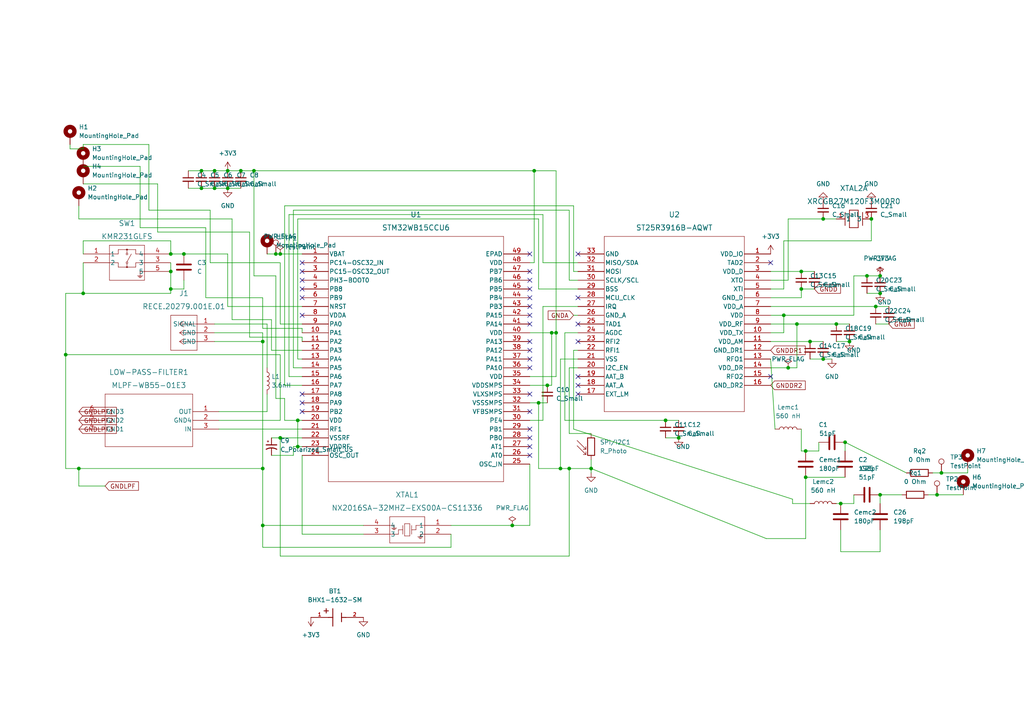
<source format=kicad_sch>
(kicad_sch (version 20211123) (generator eeschema)

  (uuid 22bd6a3f-c0ce-4224-b535-e3b335c003db)

  (paper "A4")

  (lib_symbols
    (symbol "2023-11-07_21-55-01:BHX1-1632-SM" (pin_names (offset 1.016)) (in_bom yes) (on_board yes)
      (property "Reference" "BT" (id 0) (at -3.81 3.81 0)
        (effects (font (size 1.27 1.27)) (justify left bottom))
      )
      (property "Value" "BHX1-1632-SM" (id 1) (at -3.81 -5.08 0)
        (effects (font (size 1.27 1.27)) (justify left bottom))
      )
      (property "Footprint" "BHX1-1632-SM:BAT_BHX1-1632-SM" (id 2) (at 0 0 0)
        (effects (font (size 1.27 1.27)) (justify bottom) hide)
      )
      (property "Datasheet" "" (id 3) (at 0 0 0)
        (effects (font (size 1.27 1.27)) hide)
      )
      (property "PARTREV" "E" (id 4) (at 0 0 0)
        (effects (font (size 1.27 1.27)) (justify bottom) hide)
      )
      (property "STANDARD" "Manufacturer Recommendations" (id 5) (at 0 0 0)
        (effects (font (size 1.27 1.27)) (justify bottom) hide)
      )
      (property "MAXIMUM_PACKAGE_HEIGHT" "3.68mm" (id 6) (at 0 0 0)
        (effects (font (size 1.27 1.27)) (justify bottom) hide)
      )
      (property "MANUFACTURER" "MPD" (id 7) (at 0 0 0)
        (effects (font (size 1.27 1.27)) (justify bottom) hide)
      )
      (symbol "BHX1-1632-SM_0_0"
        (polyline
          (pts
            (xy -3.81 1.905)
            (xy -2.54 1.905)
          )
          (stroke (width 0.254) (type default) (color 0 0 0 0))
          (fill (type none))
        )
        (polyline
          (pts
            (xy -3.175 2.54)
            (xy -3.175 1.27)
          )
          (stroke (width 0.254) (type default) (color 0 0 0 0))
          (fill (type none))
        )
        (polyline
          (pts
            (xy -1.27 0)
            (xy -2.54 0)
          )
          (stroke (width 0.254) (type default) (color 0 0 0 0))
          (fill (type none))
        )
        (polyline
          (pts
            (xy -1.27 0)
            (xy -1.27 -2.54)
          )
          (stroke (width 0.254) (type default) (color 0 0 0 0))
          (fill (type none))
        )
        (polyline
          (pts
            (xy -1.27 2.54)
            (xy -1.27 0)
          )
          (stroke (width 0.254) (type default) (color 0 0 0 0))
          (fill (type none))
        )
        (polyline
          (pts
            (xy 1.27 0)
            (xy 1.27 -1.27)
          )
          (stroke (width 0.254) (type default) (color 0 0 0 0))
          (fill (type none))
        )
        (polyline
          (pts
            (xy 1.27 0)
            (xy 2.54 0)
          )
          (stroke (width 0.254) (type default) (color 0 0 0 0))
          (fill (type none))
        )
        (polyline
          (pts
            (xy 1.27 1.27)
            (xy 1.27 0)
          )
          (stroke (width 0.254) (type default) (color 0 0 0 0))
          (fill (type none))
        )
        (pin passive line (at -7.62 0 0) (length 5.08)
          (name "~" (effects (font (size 1.016 1.016))))
          (number "1" (effects (font (size 1.016 1.016))))
        )
        (pin passive line (at 7.62 0 180) (length 5.08)
          (name "~" (effects (font (size 1.016 1.016))))
          (number "2" (effects (font (size 1.016 1.016))))
        )
      )
    )
    (symbol "2023-11-07_21-55-01:KMR231GLFS" (pin_names (offset 0.254)) (in_bom yes) (on_board yes)
      (property "Reference" "SW" (id 0) (at 12.7 7.62 0)
        (effects (font (size 1.524 1.524)))
      )
      (property "Value" "KMR231GLFS" (id 1) (at 12.7 5.08 0)
        (effects (font (size 1.524 1.524)))
      )
      (property "Footprint" "KMR2xxG_CNK" (id 2) (at 0 0 0)
        (effects (font (size 1.27 1.27) italic) hide)
      )
      (property "Datasheet" "KMR231GLFS" (id 3) (at 0 0 0)
        (effects (font (size 1.27 1.27) italic) hide)
      )
      (property "ki_locked" "" (id 4) (at 0 0 0)
        (effects (font (size 1.27 1.27)))
      )
      (property "ki_keywords" "KMR231GLFS" (id 5) (at 0 0 0)
        (effects (font (size 1.27 1.27)) hide)
      )
      (property "ki_fp_filters" "KMR2xxG_CNK" (id 6) (at 0 0 0)
        (effects (font (size 1.27 1.27)) hide)
      )
      (symbol "KMR231GLFS_0_1"
        (polyline
          (pts
            (xy 7.62 -7.62)
            (xy 17.78 -7.62)
          )
          (stroke (width 0.127) (type default) (color 0 0 0 0))
          (fill (type none))
        )
        (polyline
          (pts
            (xy 7.62 0)
            (xy 10.16 0)
          )
          (stroke (width 0.127) (type default) (color 0 0 0 0))
          (fill (type none))
        )
        (polyline
          (pts
            (xy 7.62 2.54)
            (xy 7.62 -7.62)
          )
          (stroke (width 0.127) (type default) (color 0 0 0 0))
          (fill (type none))
        )
        (polyline
          (pts
            (xy 10.16 -3.81)
            (xy 10.16 -2.54)
          )
          (stroke (width 0.127) (type default) (color 0 0 0 0))
          (fill (type none))
        )
        (polyline
          (pts
            (xy 10.16 -3.81)
            (xy 15.24 -3.81)
          )
          (stroke (width 0.127) (type default) (color 0 0 0 0))
          (fill (type none))
        )
        (polyline
          (pts
            (xy 10.16 -2.54)
            (xy 7.62 -2.54)
          )
          (stroke (width 0.127) (type default) (color 0 0 0 0))
          (fill (type none))
        )
        (polyline
          (pts
            (xy 10.16 0)
            (xy 10.16 1.27)
          )
          (stroke (width 0.127) (type default) (color 0 0 0 0))
          (fill (type none))
        )
        (polyline
          (pts
            (xy 12.7 -3.81)
            (xy 12.7 -2.794)
          )
          (stroke (width 0.127) (type default) (color 0 0 0 0))
          (fill (type none))
        )
        (polyline
          (pts
            (xy 12.7 -2.286)
            (xy 13.97 0)
          )
          (stroke (width 0.127) (type default) (color 0 0 0 0))
          (fill (type none))
        )
        (polyline
          (pts
            (xy 12.7 0.254)
            (xy 12.7 1.27)
          )
          (stroke (width 0.127) (type default) (color 0 0 0 0))
          (fill (type none))
        )
        (polyline
          (pts
            (xy 15.24 -2.54)
            (xy 15.24 -3.81)
          )
          (stroke (width 0.127) (type default) (color 0 0 0 0))
          (fill (type none))
        )
        (polyline
          (pts
            (xy 15.24 0)
            (xy 17.78 0)
          )
          (stroke (width 0.127) (type default) (color 0 0 0 0))
          (fill (type none))
        )
        (polyline
          (pts
            (xy 15.24 1.27)
            (xy 10.16 1.27)
          )
          (stroke (width 0.127) (type default) (color 0 0 0 0))
          (fill (type none))
        )
        (polyline
          (pts
            (xy 15.24 1.27)
            (xy 15.24 0)
          )
          (stroke (width 0.127) (type default) (color 0 0 0 0))
          (fill (type none))
        )
        (polyline
          (pts
            (xy 15.748 -6.35)
            (xy 17.272 -6.35)
          )
          (stroke (width 0.127) (type default) (color 0 0 0 0))
          (fill (type none))
        )
        (polyline
          (pts
            (xy 16.256 -6.858)
            (xy 16.764 -6.858)
          )
          (stroke (width 0.127) (type default) (color 0 0 0 0))
          (fill (type none))
        )
        (polyline
          (pts
            (xy 16.51 -5.08)
            (xy 16.51 -6.35)
          )
          (stroke (width 0.127) (type default) (color 0 0 0 0))
          (fill (type none))
        )
        (polyline
          (pts
            (xy 17.018 -6.604)
            (xy 16.002 -6.604)
          )
          (stroke (width 0.127) (type default) (color 0 0 0 0))
          (fill (type none))
        )
        (polyline
          (pts
            (xy 17.78 -7.62)
            (xy 17.78 2.54)
          )
          (stroke (width 0.127) (type default) (color 0 0 0 0))
          (fill (type none))
        )
        (polyline
          (pts
            (xy 17.78 -5.08)
            (xy 16.51 -5.08)
          )
          (stroke (width 0.127) (type default) (color 0 0 0 0))
          (fill (type none))
        )
        (polyline
          (pts
            (xy 17.78 -2.54)
            (xy 15.24 -2.54)
          )
          (stroke (width 0.127) (type default) (color 0 0 0 0))
          (fill (type none))
        )
        (polyline
          (pts
            (xy 17.78 2.54)
            (xy 7.62 2.54)
          )
          (stroke (width 0.127) (type default) (color 0 0 0 0))
          (fill (type none))
        )
        (circle (center 12.7 -3.81) (radius 0.127)
          (stroke (width 0.254) (type default) (color 0 0 0 0))
          (fill (type none))
        )
        (circle (center 12.7 -2.54) (radius 0.254)
          (stroke (width 0.127) (type default) (color 0 0 0 0))
          (fill (type none))
        )
        (circle (center 12.7 0) (radius 0.254)
          (stroke (width 0.127) (type default) (color 0 0 0 0))
          (fill (type none))
        )
        (circle (center 12.7 1.27) (radius 0.127)
          (stroke (width 0.254) (type default) (color 0 0 0 0))
          (fill (type none))
        )
        (pin unspecified line (at 0 0 0) (length 7.62)
          (name "1" (effects (font (size 1.27 1.27))))
          (number "1" (effects (font (size 1.27 1.27))))
        )
        (pin unspecified line (at 0 -2.54 0) (length 7.62)
          (name "2" (effects (font (size 1.27 1.27))))
          (number "2" (effects (font (size 1.27 1.27))))
        )
        (pin unspecified line (at 25.4 -2.54 180) (length 7.62)
          (name "3" (effects (font (size 1.27 1.27))))
          (number "3" (effects (font (size 1.27 1.27))))
        )
        (pin unspecified line (at 25.4 0 180) (length 7.62)
          (name "4" (effects (font (size 1.27 1.27))))
          (number "4" (effects (font (size 1.27 1.27))))
        )
        (pin unspecified line (at 25.4 -5.08 180) (length 7.62)
          (name "5" (effects (font (size 1.27 1.27))))
          (number "5" (effects (font (size 1.27 1.27))))
        )
      )
    )
    (symbol "2023-11-07_21-55-01:MLPF-WB55-01E3" (pin_names (offset 0.254)) (in_bom yes) (on_board yes)
      (property "Reference" "AE" (id 0) (at 20.32 10.16 0)
        (effects (font (size 1.524 1.524)))
      )
      (property "Value" "MLPF-WB55-01E3" (id 1) (at 20.32 7.62 0)
        (effects (font (size 1.524 1.524)))
      )
      (property "Footprint" "MLPF-WB55-01E3_STM" (id 2) (at 0 0 0)
        (effects (font (size 1.27 1.27) italic) hide)
      )
      (property "Datasheet" "MLPF-WB55-01E3" (id 3) (at 0 0 0)
        (effects (font (size 1.27 1.27) italic) hide)
      )
      (property "ki_locked" "" (id 4) (at 0 0 0)
        (effects (font (size 1.27 1.27)))
      )
      (property "ki_keywords" "MLPF-WB55-01E3" (id 5) (at 0 0 0)
        (effects (font (size 1.27 1.27)) hide)
      )
      (property "ki_fp_filters" "MLPF-WB55-01E3_STM MLPF-WB55-01E3_STM-M MLPF-WB55-01E3_STM-L" (id 6) (at 0 0 0)
        (effects (font (size 1.27 1.27)) hide)
      )
      (symbol "MLPF-WB55-01E3_0_1"
        (polyline
          (pts
            (xy 7.62 -10.16)
            (xy 33.02 -10.16)
          )
          (stroke (width 0.127) (type default) (color 0 0 0 0))
          (fill (type none))
        )
        (polyline
          (pts
            (xy 7.62 5.08)
            (xy 7.62 -10.16)
          )
          (stroke (width 0.127) (type default) (color 0 0 0 0))
          (fill (type none))
        )
        (polyline
          (pts
            (xy 33.02 -10.16)
            (xy 33.02 5.08)
          )
          (stroke (width 0.127) (type default) (color 0 0 0 0))
          (fill (type none))
        )
        (polyline
          (pts
            (xy 33.02 5.08)
            (xy 7.62 5.08)
          )
          (stroke (width 0.127) (type default) (color 0 0 0 0))
          (fill (type none))
        )
        (pin input line (at 0 0 0) (length 7.62)
          (name "OUT" (effects (font (size 1.27 1.27))))
          (number "1" (effects (font (size 1.27 1.27))))
        )
        (pin power_out line (at 0 -2.54 0) (length 7.62)
          (name "GND4" (effects (font (size 1.27 1.27))))
          (number "2" (effects (font (size 1.27 1.27))))
        )
        (pin output line (at 0 -5.08 0) (length 7.62)
          (name "IN" (effects (font (size 1.27 1.27))))
          (number "3" (effects (font (size 1.27 1.27))))
        )
        (pin power_out line (at 40.64 -5.08 180) (length 7.62)
          (name "GND1" (effects (font (size 1.27 1.27))))
          (number "4" (effects (font (size 1.27 1.27))))
        )
        (pin power_out line (at 40.64 -2.54 180) (length 7.62)
          (name "GND2" (effects (font (size 1.27 1.27))))
          (number "5" (effects (font (size 1.27 1.27))))
        )
        (pin power_out line (at 40.64 0 180) (length 7.62)
          (name "GND3" (effects (font (size 1.27 1.27))))
          (number "6" (effects (font (size 1.27 1.27))))
        )
      )
    )
    (symbol "2023-11-07_21-55-01:NX2016SA-32MHZ-EXS00A-CS11336" (pin_names (offset 0.254)) (in_bom yes) (on_board yes)
      (property "Reference" "XTAL" (id 0) (at 12.7 7.62 0)
        (effects (font (size 1.524 1.524)))
      )
      (property "Value" "NX2016SA-32MHZ-EXS00A-CS11336" (id 1) (at 12.7 5.08 0)
        (effects (font (size 1.524 1.524)))
      )
      (property "Footprint" "NX2016SA_NDK" (id 2) (at 0 0 0)
        (effects (font (size 1.27 1.27) italic) hide)
      )
      (property "Datasheet" "NX2016SA-32MHZ-EXS00A-CS11336" (id 3) (at 0 0 0)
        (effects (font (size 1.27 1.27) italic) hide)
      )
      (property "ki_locked" "" (id 4) (at 0 0 0)
        (effects (font (size 1.27 1.27)))
      )
      (property "ki_keywords" "NX2016SA-32MHZ-EXS00A-CS11336" (id 5) (at 0 0 0)
        (effects (font (size 1.27 1.27)) hide)
      )
      (property "ki_fp_filters" "NX2016SA_NDK NX2016SA_NDK-M NX2016SA_NDK-L" (id 6) (at 0 0 0)
        (effects (font (size 1.27 1.27)) hide)
      )
      (symbol "NX2016SA-32MHZ-EXS00A-CS11336_0_1"
        (polyline
          (pts
            (xy 7.62 -5.08)
            (xy 17.78 -5.08)
          )
          (stroke (width 0.127) (type default) (color 0 0 0 0))
          (fill (type none))
        )
        (polyline
          (pts
            (xy 7.62 -2.54)
            (xy 8.89 -2.54)
          )
          (stroke (width 0.127) (type default) (color 0 0 0 0))
          (fill (type none))
        )
        (polyline
          (pts
            (xy 7.62 2.54)
            (xy 7.62 -5.08)
          )
          (stroke (width 0.127) (type default) (color 0 0 0 0))
          (fill (type none))
        )
        (polyline
          (pts
            (xy 8.128 -3.302)
            (xy 9.652 -3.302)
          )
          (stroke (width 0.127) (type default) (color 0 0 0 0))
          (fill (type none))
        )
        (polyline
          (pts
            (xy 8.382 -3.556)
            (xy 9.398 -3.556)
          )
          (stroke (width 0.127) (type default) (color 0 0 0 0))
          (fill (type none))
        )
        (polyline
          (pts
            (xy 8.636 -3.81)
            (xy 9.144 -3.81)
          )
          (stroke (width 0.127) (type default) (color 0 0 0 0))
          (fill (type none))
        )
        (polyline
          (pts
            (xy 8.89 -2.54)
            (xy 8.89 -3.302)
          )
          (stroke (width 0.127) (type default) (color 0 0 0 0))
          (fill (type none))
        )
        (polyline
          (pts
            (xy 10.16 -1.27)
            (xy 10.16 0)
          )
          (stroke (width 0.127) (type default) (color 0 0 0 0))
          (fill (type none))
        )
        (polyline
          (pts
            (xy 10.16 0)
            (xy 7.62 0)
          )
          (stroke (width 0.127) (type default) (color 0 0 0 0))
          (fill (type none))
        )
        (polyline
          (pts
            (xy 11.43 -1.27)
            (xy 10.16 -1.27)
          )
          (stroke (width 0.127) (type default) (color 0 0 0 0))
          (fill (type none))
        )
        (polyline
          (pts
            (xy 11.43 0)
            (xy 11.43 -2.54)
          )
          (stroke (width 0.127) (type default) (color 0 0 0 0))
          (fill (type none))
        )
        (polyline
          (pts
            (xy 11.938 -3.048)
            (xy 13.462 -3.048)
          )
          (stroke (width 0.127) (type default) (color 0 0 0 0))
          (fill (type none))
        )
        (polyline
          (pts
            (xy 11.938 0.508)
            (xy 11.938 -3.048)
          )
          (stroke (width 0.127) (type default) (color 0 0 0 0))
          (fill (type none))
        )
        (polyline
          (pts
            (xy 13.462 -3.048)
            (xy 13.462 0.508)
          )
          (stroke (width 0.127) (type default) (color 0 0 0 0))
          (fill (type none))
        )
        (polyline
          (pts
            (xy 13.462 0.508)
            (xy 11.938 0.508)
          )
          (stroke (width 0.127) (type default) (color 0 0 0 0))
          (fill (type none))
        )
        (polyline
          (pts
            (xy 13.97 -1.27)
            (xy 15.24 -1.27)
          )
          (stroke (width 0.127) (type default) (color 0 0 0 0))
          (fill (type none))
        )
        (polyline
          (pts
            (xy 13.97 0)
            (xy 13.97 -2.54)
          )
          (stroke (width 0.127) (type default) (color 0 0 0 0))
          (fill (type none))
        )
        (polyline
          (pts
            (xy 15.24 -2.54)
            (xy 17.78 -2.54)
          )
          (stroke (width 0.127) (type default) (color 0 0 0 0))
          (fill (type none))
        )
        (polyline
          (pts
            (xy 15.24 -1.27)
            (xy 15.24 -2.54)
          )
          (stroke (width 0.127) (type default) (color 0 0 0 0))
          (fill (type none))
        )
        (polyline
          (pts
            (xy 16.51 0)
            (xy 16.51 -0.762)
          )
          (stroke (width 0.127) (type default) (color 0 0 0 0))
          (fill (type none))
        )
        (polyline
          (pts
            (xy 16.764 -1.27)
            (xy 16.256 -1.27)
          )
          (stroke (width 0.127) (type default) (color 0 0 0 0))
          (fill (type none))
        )
        (polyline
          (pts
            (xy 17.018 -1.016)
            (xy 16.002 -1.016)
          )
          (stroke (width 0.127) (type default) (color 0 0 0 0))
          (fill (type none))
        )
        (polyline
          (pts
            (xy 17.272 -0.762)
            (xy 15.748 -0.762)
          )
          (stroke (width 0.127) (type default) (color 0 0 0 0))
          (fill (type none))
        )
        (polyline
          (pts
            (xy 17.78 -5.08)
            (xy 17.78 2.54)
          )
          (stroke (width 0.127) (type default) (color 0 0 0 0))
          (fill (type none))
        )
        (polyline
          (pts
            (xy 17.78 0)
            (xy 16.51 0)
          )
          (stroke (width 0.127) (type default) (color 0 0 0 0))
          (fill (type none))
        )
        (polyline
          (pts
            (xy 17.78 2.54)
            (xy 7.62 2.54)
          )
          (stroke (width 0.127) (type default) (color 0 0 0 0))
          (fill (type none))
        )
        (pin unspecified line (at 0 0 0) (length 7.62)
          (name "1" (effects (font (size 1.27 1.27))))
          (number "1" (effects (font (size 1.27 1.27))))
        )
        (pin unspecified line (at 0 -2.54 0) (length 7.62)
          (name "2" (effects (font (size 1.27 1.27))))
          (number "2" (effects (font (size 1.27 1.27))))
        )
        (pin unspecified line (at 25.4 -2.54 180) (length 7.62)
          (name "3" (effects (font (size 1.27 1.27))))
          (number "3" (effects (font (size 1.27 1.27))))
        )
        (pin unspecified line (at 25.4 0 180) (length 7.62)
          (name "4" (effects (font (size 1.27 1.27))))
          (number "4" (effects (font (size 1.27 1.27))))
        )
      )
    )
    (symbol "2023-11-07_21-55-01:RECE.20279.001E.01" (pin_names (offset 0.254)) (in_bom yes) (on_board yes)
      (property "Reference" "J" (id 0) (at 8.89 6.35 0)
        (effects (font (size 1.524 1.524)))
      )
      (property "Value" "RECE.20279.001E.01" (id 1) (at 0 0 0)
        (effects (font (size 1.524 1.524)))
      )
      (property "Footprint" "CON3_RECE.20279.001E.01_TAL" (id 2) (at 0 0 0)
        (effects (font (size 1.27 1.27) italic) hide)
      )
      (property "Datasheet" "RECE.20279.001E.01" (id 3) (at 0 0 0)
        (effects (font (size 1.27 1.27) italic) hide)
      )
      (property "ki_locked" "" (id 4) (at 0 0 0)
        (effects (font (size 1.27 1.27)))
      )
      (property "ki_keywords" "RECE.20279.001E.01" (id 5) (at 0 0 0)
        (effects (font (size 1.27 1.27)) hide)
      )
      (property "ki_fp_filters" "CON3_RECE.20279.001E.01_TAL" (id 6) (at 0 0 0)
        (effects (font (size 1.27 1.27)) hide)
      )
      (symbol "RECE.20279.001E.01_1_1"
        (polyline
          (pts
            (xy 5.08 -7.62)
            (xy 12.7 -7.62)
          )
          (stroke (width 0.127) (type default) (color 0 0 0 0))
          (fill (type none))
        )
        (polyline
          (pts
            (xy 5.08 2.54)
            (xy 5.08 -7.62)
          )
          (stroke (width 0.127) (type default) (color 0 0 0 0))
          (fill (type none))
        )
        (polyline
          (pts
            (xy 10.16 -5.08)
            (xy 5.08 -5.08)
          )
          (stroke (width 0.127) (type default) (color 0 0 0 0))
          (fill (type none))
        )
        (polyline
          (pts
            (xy 10.16 -5.08)
            (xy 8.89 -5.9267)
          )
          (stroke (width 0.127) (type default) (color 0 0 0 0))
          (fill (type none))
        )
        (polyline
          (pts
            (xy 10.16 -5.08)
            (xy 8.89 -4.2333)
          )
          (stroke (width 0.127) (type default) (color 0 0 0 0))
          (fill (type none))
        )
        (polyline
          (pts
            (xy 10.16 -2.54)
            (xy 5.08 -2.54)
          )
          (stroke (width 0.127) (type default) (color 0 0 0 0))
          (fill (type none))
        )
        (polyline
          (pts
            (xy 10.16 -2.54)
            (xy 8.89 -3.3867)
          )
          (stroke (width 0.127) (type default) (color 0 0 0 0))
          (fill (type none))
        )
        (polyline
          (pts
            (xy 10.16 -2.54)
            (xy 8.89 -1.6933)
          )
          (stroke (width 0.127) (type default) (color 0 0 0 0))
          (fill (type none))
        )
        (polyline
          (pts
            (xy 10.16 0)
            (xy 5.08 0)
          )
          (stroke (width 0.127) (type default) (color 0 0 0 0))
          (fill (type none))
        )
        (polyline
          (pts
            (xy 10.16 0)
            (xy 8.89 -0.8467)
          )
          (stroke (width 0.127) (type default) (color 0 0 0 0))
          (fill (type none))
        )
        (polyline
          (pts
            (xy 10.16 0)
            (xy 8.89 0.8467)
          )
          (stroke (width 0.127) (type default) (color 0 0 0 0))
          (fill (type none))
        )
        (polyline
          (pts
            (xy 12.7 -7.62)
            (xy 12.7 2.54)
          )
          (stroke (width 0.127) (type default) (color 0 0 0 0))
          (fill (type none))
        )
        (polyline
          (pts
            (xy 12.7 2.54)
            (xy 5.08 2.54)
          )
          (stroke (width 0.127) (type default) (color 0 0 0 0))
          (fill (type none))
        )
        (pin unspecified line (at 0 0 0) (length 5.08)
          (name "SIGNAL" (effects (font (size 1.27 1.27))))
          (number "1" (effects (font (size 1.27 1.27))))
        )
        (pin unspecified line (at 0 -2.54 0) (length 5.08)
          (name "GND" (effects (font (size 1.27 1.27))))
          (number "2" (effects (font (size 1.27 1.27))))
        )
        (pin unspecified line (at 0 -5.08 0) (length 5.08)
          (name "GND" (effects (font (size 1.27 1.27))))
          (number "3" (effects (font (size 1.27 1.27))))
        )
      )
      (symbol "RECE.20279.001E.01_1_2"
        (polyline
          (pts
            (xy 5.08 -7.62)
            (xy 12.7 -7.62)
          )
          (stroke (width 0.127) (type default) (color 0 0 0 0))
          (fill (type none))
        )
        (polyline
          (pts
            (xy 5.08 2.54)
            (xy 5.08 -7.62)
          )
          (stroke (width 0.127) (type default) (color 0 0 0 0))
          (fill (type none))
        )
        (polyline
          (pts
            (xy 7.62 -5.08)
            (xy 5.08 -5.08)
          )
          (stroke (width 0.127) (type default) (color 0 0 0 0))
          (fill (type none))
        )
        (polyline
          (pts
            (xy 7.62 -5.08)
            (xy 8.89 -5.9267)
          )
          (stroke (width 0.127) (type default) (color 0 0 0 0))
          (fill (type none))
        )
        (polyline
          (pts
            (xy 7.62 -5.08)
            (xy 8.89 -4.2333)
          )
          (stroke (width 0.127) (type default) (color 0 0 0 0))
          (fill (type none))
        )
        (polyline
          (pts
            (xy 7.62 -2.54)
            (xy 5.08 -2.54)
          )
          (stroke (width 0.127) (type default) (color 0 0 0 0))
          (fill (type none))
        )
        (polyline
          (pts
            (xy 7.62 -2.54)
            (xy 8.89 -3.3867)
          )
          (stroke (width 0.127) (type default) (color 0 0 0 0))
          (fill (type none))
        )
        (polyline
          (pts
            (xy 7.62 -2.54)
            (xy 8.89 -1.6933)
          )
          (stroke (width 0.127) (type default) (color 0 0 0 0))
          (fill (type none))
        )
        (polyline
          (pts
            (xy 7.62 0)
            (xy 5.08 0)
          )
          (stroke (width 0.127) (type default) (color 0 0 0 0))
          (fill (type none))
        )
        (polyline
          (pts
            (xy 7.62 0)
            (xy 8.89 -0.8467)
          )
          (stroke (width 0.127) (type default) (color 0 0 0 0))
          (fill (type none))
        )
        (polyline
          (pts
            (xy 7.62 0)
            (xy 8.89 0.8467)
          )
          (stroke (width 0.127) (type default) (color 0 0 0 0))
          (fill (type none))
        )
        (polyline
          (pts
            (xy 12.7 -7.62)
            (xy 12.7 2.54)
          )
          (stroke (width 0.127) (type default) (color 0 0 0 0))
          (fill (type none))
        )
        (polyline
          (pts
            (xy 12.7 2.54)
            (xy 5.08 2.54)
          )
          (stroke (width 0.127) (type default) (color 0 0 0 0))
          (fill (type none))
        )
        (pin unspecified line (at 0 0 0) (length 5.08)
          (name "SIGNAL" (effects (font (size 1.27 1.27))))
          (number "1" (effects (font (size 1.27 1.27))))
        )
        (pin unspecified line (at 0 -2.54 0) (length 5.08)
          (name "GND" (effects (font (size 1.27 1.27))))
          (number "2" (effects (font (size 1.27 1.27))))
        )
        (pin unspecified line (at 0 -5.08 0) (length 5.08)
          (name "GND" (effects (font (size 1.27 1.27))))
          (number "3" (effects (font (size 1.27 1.27))))
        )
      )
    )
    (symbol "2023-11-07_21-55-01:ST25R3916B-AQWT" (pin_names (offset 0.254)) (in_bom yes) (on_board yes)
      (property "Reference" "U" (id 0) (at 27.94 10.16 0)
        (effects (font (size 1.524 1.524)))
      )
      (property "Value" "ST25R3916B-AQWT" (id 1) (at 27.94 7.62 0)
        (effects (font (size 1.524 1.524)))
      )
      (property "Footprint" "VFQFPN32_5X5_WETTABLE_STM" (id 2) (at 0 0 0)
        (effects (font (size 1.27 1.27) italic) hide)
      )
      (property "Datasheet" "ST25R3916B-AQWT" (id 3) (at 0 0 0)
        (effects (font (size 1.27 1.27) italic) hide)
      )
      (property "ki_locked" "" (id 4) (at 0 0 0)
        (effects (font (size 1.27 1.27)))
      )
      (property "ki_keywords" "ST25R3916B-AQWT" (id 5) (at 0 0 0)
        (effects (font (size 1.27 1.27)) hide)
      )
      (property "ki_fp_filters" "VFQFPN32_5X5_WETTABLE_STM VFQFPN32_5X5_WETTABLE_STM-M VFQFPN32_5X5_WETTABLE_STM-L" (id 6) (at 0 0 0)
        (effects (font (size 1.27 1.27)) hide)
      )
      (symbol "ST25R3916B-AQWT_0_1"
        (polyline
          (pts
            (xy 7.62 -45.72)
            (xy 48.26 -45.72)
          )
          (stroke (width 0.127) (type default) (color 0 0 0 0))
          (fill (type none))
        )
        (polyline
          (pts
            (xy 7.62 5.08)
            (xy 7.62 -45.72)
          )
          (stroke (width 0.127) (type default) (color 0 0 0 0))
          (fill (type none))
        )
        (polyline
          (pts
            (xy 48.26 -45.72)
            (xy 48.26 5.08)
          )
          (stroke (width 0.127) (type default) (color 0 0 0 0))
          (fill (type none))
        )
        (polyline
          (pts
            (xy 48.26 5.08)
            (xy 7.62 5.08)
          )
          (stroke (width 0.127) (type default) (color 0 0 0 0))
          (fill (type none))
        )
        (pin power_in line (at 0 0 0) (length 7.62)
          (name "VDD_IO" (effects (font (size 1.27 1.27))))
          (number "1" (effects (font (size 1.27 1.27))))
        )
        (pin power_in line (at 0 -22.86 0) (length 7.62)
          (name "VDD_TX" (effects (font (size 1.27 1.27))))
          (number "10" (effects (font (size 1.27 1.27))))
        )
        (pin unspecified line (at 0 -25.4 0) (length 7.62)
          (name "VDD_AM" (effects (font (size 1.27 1.27))))
          (number "11" (effects (font (size 1.27 1.27))))
        )
        (pin power_out line (at 0 -27.94 0) (length 7.62)
          (name "GND_DR1" (effects (font (size 1.27 1.27))))
          (number "12" (effects (font (size 1.27 1.27))))
        )
        (pin unspecified line (at 0 -30.48 0) (length 7.62)
          (name "RFO1" (effects (font (size 1.27 1.27))))
          (number "13" (effects (font (size 1.27 1.27))))
        )
        (pin power_in line (at 0 -33.02 0) (length 7.62)
          (name "VDD_DR" (effects (font (size 1.27 1.27))))
          (number "14" (effects (font (size 1.27 1.27))))
        )
        (pin unspecified line (at 0 -35.56 0) (length 7.62)
          (name "RFO2" (effects (font (size 1.27 1.27))))
          (number "15" (effects (font (size 1.27 1.27))))
        )
        (pin power_out line (at 0 -38.1 0) (length 7.62)
          (name "GND_DR2" (effects (font (size 1.27 1.27))))
          (number "16" (effects (font (size 1.27 1.27))))
        )
        (pin unspecified line (at 55.88 -40.64 180) (length 7.62)
          (name "EXT_LM" (effects (font (size 1.27 1.27))))
          (number "17" (effects (font (size 1.27 1.27))))
        )
        (pin unspecified line (at 55.88 -38.1 180) (length 7.62)
          (name "AAT_A" (effects (font (size 1.27 1.27))))
          (number "18" (effects (font (size 1.27 1.27))))
        )
        (pin unspecified line (at 55.88 -35.56 180) (length 7.62)
          (name "AAT_B" (effects (font (size 1.27 1.27))))
          (number "19" (effects (font (size 1.27 1.27))))
        )
        (pin unspecified line (at 0 -2.54 0) (length 7.62)
          (name "TAD2" (effects (font (size 1.27 1.27))))
          (number "2" (effects (font (size 1.27 1.27))))
        )
        (pin input line (at 55.88 -33.02 180) (length 7.62)
          (name "I2C_EN" (effects (font (size 1.27 1.27))))
          (number "20" (effects (font (size 1.27 1.27))))
        )
        (pin power_out line (at 55.88 -30.48 180) (length 7.62)
          (name "VSS" (effects (font (size 1.27 1.27))))
          (number "21" (effects (font (size 1.27 1.27))))
        )
        (pin unspecified line (at 55.88 -27.94 180) (length 7.62)
          (name "RFI1" (effects (font (size 1.27 1.27))))
          (number "22" (effects (font (size 1.27 1.27))))
        )
        (pin unspecified line (at 55.88 -25.4 180) (length 7.62)
          (name "RFI2" (effects (font (size 1.27 1.27))))
          (number "23" (effects (font (size 1.27 1.27))))
        )
        (pin unspecified line (at 55.88 -22.86 180) (length 7.62)
          (name "AGDC" (effects (font (size 1.27 1.27))))
          (number "24" (effects (font (size 1.27 1.27))))
        )
        (pin unspecified line (at 55.88 -20.32 180) (length 7.62)
          (name "TAD1" (effects (font (size 1.27 1.27))))
          (number "25" (effects (font (size 1.27 1.27))))
        )
        (pin power_out line (at 55.88 -17.78 180) (length 7.62)
          (name "GND_A" (effects (font (size 1.27 1.27))))
          (number "26" (effects (font (size 1.27 1.27))))
        )
        (pin output line (at 55.88 -15.24 180) (length 7.62)
          (name "IRQ" (effects (font (size 1.27 1.27))))
          (number "27" (effects (font (size 1.27 1.27))))
        )
        (pin output line (at 55.88 -12.7 180) (length 7.62)
          (name "MCU_CLK" (effects (font (size 1.27 1.27))))
          (number "28" (effects (font (size 1.27 1.27))))
        )
        (pin input line (at 55.88 -10.16 180) (length 7.62)
          (name "BSS" (effects (font (size 1.27 1.27))))
          (number "29" (effects (font (size 1.27 1.27))))
        )
        (pin unspecified line (at 0 -5.08 0) (length 7.62)
          (name "VDD_D" (effects (font (size 1.27 1.27))))
          (number "3" (effects (font (size 1.27 1.27))))
        )
        (pin input line (at 55.88 -7.62 180) (length 7.62)
          (name "SCLK/SCL" (effects (font (size 1.27 1.27))))
          (number "30" (effects (font (size 1.27 1.27))))
        )
        (pin input line (at 55.88 -5.08 180) (length 7.62)
          (name "MOSI" (effects (font (size 1.27 1.27))))
          (number "31" (effects (font (size 1.27 1.27))))
        )
        (pin bidirectional line (at 55.88 -2.54 180) (length 7.62)
          (name "MISO/SDA" (effects (font (size 1.27 1.27))))
          (number "32" (effects (font (size 1.27 1.27))))
        )
        (pin power_out line (at 55.88 0 180) (length 7.62)
          (name "GND" (effects (font (size 1.27 1.27))))
          (number "33" (effects (font (size 1.27 1.27))))
        )
        (pin unspecified line (at 0 -7.62 0) (length 7.62)
          (name "XTO" (effects (font (size 1.27 1.27))))
          (number "4" (effects (font (size 1.27 1.27))))
        )
        (pin input line (at 0 -10.16 0) (length 7.62)
          (name "XTI" (effects (font (size 1.27 1.27))))
          (number "5" (effects (font (size 1.27 1.27))))
        )
        (pin power_out line (at 0 -12.7 0) (length 7.62)
          (name "GND_D" (effects (font (size 1.27 1.27))))
          (number "6" (effects (font (size 1.27 1.27))))
        )
        (pin unspecified line (at 0 -15.24 0) (length 7.62)
          (name "VDD_A" (effects (font (size 1.27 1.27))))
          (number "7" (effects (font (size 1.27 1.27))))
        )
        (pin power_in line (at 0 -17.78 0) (length 7.62)
          (name "VDD" (effects (font (size 1.27 1.27))))
          (number "8" (effects (font (size 1.27 1.27))))
        )
        (pin unspecified line (at 0 -20.32 0) (length 7.62)
          (name "VDD_RF" (effects (font (size 1.27 1.27))))
          (number "9" (effects (font (size 1.27 1.27))))
        )
      )
    )
    (symbol "2023-11-07_21-55-01:STM32WB15CCU6" (pin_names (offset 0.254)) (in_bom yes) (on_board yes)
      (property "Reference" "U" (id 0) (at 33.02 10.16 0)
        (effects (font (size 1.524 1.524)))
      )
      (property "Value" "STM32WB15CCU6" (id 1) (at 33.02 7.62 0)
        (effects (font (size 1.524 1.524)))
      )
      (property "Footprint" "QFPN_15CCU6_STM" (id 2) (at 0 0 0)
        (effects (font (size 1.27 1.27) italic) hide)
      )
      (property "Datasheet" "STM32WB15CCU6" (id 3) (at 0 0 0)
        (effects (font (size 1.27 1.27) italic) hide)
      )
      (property "ki_locked" "" (id 4) (at 0 0 0)
        (effects (font (size 1.27 1.27)))
      )
      (property "ki_keywords" "STM32WB15CCU6" (id 5) (at 0 0 0)
        (effects (font (size 1.27 1.27)) hide)
      )
      (property "ki_fp_filters" "QFPN_15CCU6_STM QFPN_15CCU6_STM-M QFPN_15CCU6_STM-L" (id 6) (at 0 0 0)
        (effects (font (size 1.27 1.27)) hide)
      )
      (symbol "STM32WB15CCU6_0_1"
        (polyline
          (pts
            (xy 7.62 -66.04)
            (xy 58.42 -66.04)
          )
          (stroke (width 0.127) (type default) (color 0 0 0 0))
          (fill (type none))
        )
        (polyline
          (pts
            (xy 7.62 5.08)
            (xy 7.62 -66.04)
          )
          (stroke (width 0.127) (type default) (color 0 0 0 0))
          (fill (type none))
        )
        (polyline
          (pts
            (xy 58.42 -66.04)
            (xy 58.42 5.08)
          )
          (stroke (width 0.127) (type default) (color 0 0 0 0))
          (fill (type none))
        )
        (polyline
          (pts
            (xy 58.42 5.08)
            (xy 7.62 5.08)
          )
          (stroke (width 0.127) (type default) (color 0 0 0 0))
          (fill (type none))
        )
        (pin power_in line (at 0 0 0) (length 7.62)
          (name "VBAT" (effects (font (size 1.27 1.27))))
          (number "1" (effects (font (size 1.27 1.27))))
        )
        (pin bidirectional line (at 0 -22.86 0) (length 7.62)
          (name "PA1" (effects (font (size 1.27 1.27))))
          (number "10" (effects (font (size 1.27 1.27))))
        )
        (pin bidirectional line (at 0 -25.4 0) (length 7.62)
          (name "PA2" (effects (font (size 1.27 1.27))))
          (number "11" (effects (font (size 1.27 1.27))))
        )
        (pin bidirectional line (at 0 -27.94 0) (length 7.62)
          (name "PA3" (effects (font (size 1.27 1.27))))
          (number "12" (effects (font (size 1.27 1.27))))
        )
        (pin bidirectional line (at 0 -30.48 0) (length 7.62)
          (name "PA4" (effects (font (size 1.27 1.27))))
          (number "13" (effects (font (size 1.27 1.27))))
        )
        (pin bidirectional line (at 0 -33.02 0) (length 7.62)
          (name "PA5" (effects (font (size 1.27 1.27))))
          (number "14" (effects (font (size 1.27 1.27))))
        )
        (pin bidirectional line (at 0 -35.56 0) (length 7.62)
          (name "PA6" (effects (font (size 1.27 1.27))))
          (number "15" (effects (font (size 1.27 1.27))))
        )
        (pin bidirectional line (at 0 -38.1 0) (length 7.62)
          (name "PA7" (effects (font (size 1.27 1.27))))
          (number "16" (effects (font (size 1.27 1.27))))
        )
        (pin bidirectional line (at 0 -40.64 0) (length 7.62)
          (name "PA8" (effects (font (size 1.27 1.27))))
          (number "17" (effects (font (size 1.27 1.27))))
        )
        (pin bidirectional line (at 0 -43.18 0) (length 7.62)
          (name "PA9" (effects (font (size 1.27 1.27))))
          (number "18" (effects (font (size 1.27 1.27))))
        )
        (pin bidirectional line (at 0 -45.72 0) (length 7.62)
          (name "PB2" (effects (font (size 1.27 1.27))))
          (number "19" (effects (font (size 1.27 1.27))))
        )
        (pin bidirectional line (at 0 -2.54 0) (length 7.62)
          (name "PC14-OSC32_IN" (effects (font (size 1.27 1.27))))
          (number "2" (effects (font (size 1.27 1.27))))
        )
        (pin power_in line (at 0 -48.26 0) (length 7.62)
          (name "VDD" (effects (font (size 1.27 1.27))))
          (number "20" (effects (font (size 1.27 1.27))))
        )
        (pin bidirectional line (at 0 -50.8 0) (length 7.62)
          (name "RF1" (effects (font (size 1.27 1.27))))
          (number "21" (effects (font (size 1.27 1.27))))
        )
        (pin power_in line (at 0 -53.34 0) (length 7.62)
          (name "VSSRF" (effects (font (size 1.27 1.27))))
          (number "22" (effects (font (size 1.27 1.27))))
        )
        (pin power_in line (at 0 -55.88 0) (length 7.62)
          (name "VDDRF" (effects (font (size 1.27 1.27))))
          (number "23" (effects (font (size 1.27 1.27))))
        )
        (pin output line (at 0 -58.42 0) (length 7.62)
          (name "OSC_OUT" (effects (font (size 1.27 1.27))))
          (number "24" (effects (font (size 1.27 1.27))))
        )
        (pin input line (at 66.04 -60.96 180) (length 7.62)
          (name "OSC_IN" (effects (font (size 1.27 1.27))))
          (number "25" (effects (font (size 1.27 1.27))))
        )
        (pin bidirectional line (at 66.04 -58.42 180) (length 7.62)
          (name "AT0" (effects (font (size 1.27 1.27))))
          (number "26" (effects (font (size 1.27 1.27))))
        )
        (pin bidirectional line (at 66.04 -55.88 180) (length 7.62)
          (name "AT1" (effects (font (size 1.27 1.27))))
          (number "27" (effects (font (size 1.27 1.27))))
        )
        (pin bidirectional line (at 66.04 -53.34 180) (length 7.62)
          (name "PB0" (effects (font (size 1.27 1.27))))
          (number "28" (effects (font (size 1.27 1.27))))
        )
        (pin bidirectional line (at 66.04 -50.8 180) (length 7.62)
          (name "PB1" (effects (font (size 1.27 1.27))))
          (number "29" (effects (font (size 1.27 1.27))))
        )
        (pin bidirectional line (at 0 -5.08 0) (length 7.62)
          (name "PC15-OSC32_OUT" (effects (font (size 1.27 1.27))))
          (number "3" (effects (font (size 1.27 1.27))))
        )
        (pin bidirectional line (at 66.04 -48.26 180) (length 7.62)
          (name "PE4" (effects (font (size 1.27 1.27))))
          (number "30" (effects (font (size 1.27 1.27))))
        )
        (pin power_in line (at 66.04 -45.72 180) (length 7.62)
          (name "VFBSMPS" (effects (font (size 1.27 1.27))))
          (number "31" (effects (font (size 1.27 1.27))))
        )
        (pin power_in line (at 66.04 -43.18 180) (length 7.62)
          (name "VSSSMPS" (effects (font (size 1.27 1.27))))
          (number "32" (effects (font (size 1.27 1.27))))
        )
        (pin power_in line (at 66.04 -40.64 180) (length 7.62)
          (name "VLXSMPS" (effects (font (size 1.27 1.27))))
          (number "33" (effects (font (size 1.27 1.27))))
        )
        (pin power_in line (at 66.04 -38.1 180) (length 7.62)
          (name "VDDSMPS" (effects (font (size 1.27 1.27))))
          (number "34" (effects (font (size 1.27 1.27))))
        )
        (pin power_in line (at 66.04 -35.56 180) (length 7.62)
          (name "VDD" (effects (font (size 1.27 1.27))))
          (number "35" (effects (font (size 1.27 1.27))))
        )
        (pin bidirectional line (at 66.04 -33.02 180) (length 7.62)
          (name "PA10" (effects (font (size 1.27 1.27))))
          (number "36" (effects (font (size 1.27 1.27))))
        )
        (pin bidirectional line (at 66.04 -30.48 180) (length 7.62)
          (name "PA11" (effects (font (size 1.27 1.27))))
          (number "37" (effects (font (size 1.27 1.27))))
        )
        (pin bidirectional line (at 66.04 -27.94 180) (length 7.62)
          (name "PA12" (effects (font (size 1.27 1.27))))
          (number "38" (effects (font (size 1.27 1.27))))
        )
        (pin bidirectional line (at 66.04 -25.4 180) (length 7.62)
          (name "PA13" (effects (font (size 1.27 1.27))))
          (number "39" (effects (font (size 1.27 1.27))))
        )
        (pin bidirectional line (at 0 -7.62 0) (length 7.62)
          (name "PH3-BOOT0" (effects (font (size 1.27 1.27))))
          (number "4" (effects (font (size 1.27 1.27))))
        )
        (pin power_in line (at 66.04 -22.86 180) (length 7.62)
          (name "VDD" (effects (font (size 1.27 1.27))))
          (number "40" (effects (font (size 1.27 1.27))))
        )
        (pin bidirectional line (at 66.04 -20.32 180) (length 7.62)
          (name "PA14" (effects (font (size 1.27 1.27))))
          (number "41" (effects (font (size 1.27 1.27))))
        )
        (pin bidirectional line (at 66.04 -17.78 180) (length 7.62)
          (name "PA15" (effects (font (size 1.27 1.27))))
          (number "42" (effects (font (size 1.27 1.27))))
        )
        (pin bidirectional line (at 66.04 -15.24 180) (length 7.62)
          (name "PB3" (effects (font (size 1.27 1.27))))
          (number "43" (effects (font (size 1.27 1.27))))
        )
        (pin bidirectional line (at 66.04 -12.7 180) (length 7.62)
          (name "PB4" (effects (font (size 1.27 1.27))))
          (number "44" (effects (font (size 1.27 1.27))))
        )
        (pin bidirectional line (at 66.04 -10.16 180) (length 7.62)
          (name "PB5" (effects (font (size 1.27 1.27))))
          (number "45" (effects (font (size 1.27 1.27))))
        )
        (pin bidirectional line (at 66.04 -7.62 180) (length 7.62)
          (name "PB6" (effects (font (size 1.27 1.27))))
          (number "46" (effects (font (size 1.27 1.27))))
        )
        (pin bidirectional line (at 66.04 -5.08 180) (length 7.62)
          (name "PB7" (effects (font (size 1.27 1.27))))
          (number "47" (effects (font (size 1.27 1.27))))
        )
        (pin power_in line (at 66.04 -2.54 180) (length 7.62)
          (name "VDD" (effects (font (size 1.27 1.27))))
          (number "48" (effects (font (size 1.27 1.27))))
        )
        (pin power_out line (at 66.04 0 180) (length 7.62)
          (name "EPAD" (effects (font (size 1.27 1.27))))
          (number "49" (effects (font (size 1.27 1.27))))
        )
        (pin bidirectional line (at 0 -10.16 0) (length 7.62)
          (name "PB8" (effects (font (size 1.27 1.27))))
          (number "5" (effects (font (size 1.27 1.27))))
        )
        (pin bidirectional line (at 0 -12.7 0) (length 7.62)
          (name "PB9" (effects (font (size 1.27 1.27))))
          (number "6" (effects (font (size 1.27 1.27))))
        )
        (pin bidirectional line (at 0 -15.24 0) (length 7.62)
          (name "NRST" (effects (font (size 1.27 1.27))))
          (number "7" (effects (font (size 1.27 1.27))))
        )
        (pin power_in line (at 0 -17.78 0) (length 7.62)
          (name "VDDA" (effects (font (size 1.27 1.27))))
          (number "8" (effects (font (size 1.27 1.27))))
        )
        (pin bidirectional line (at 0 -20.32 0) (length 7.62)
          (name "PA0" (effects (font (size 1.27 1.27))))
          (number "9" (effects (font (size 1.27 1.27))))
        )
      )
    )
    (symbol "2023-11-07_21-55-01:XRCGB27M120F3M00R0" (pin_names (offset 0.254)) (in_bom yes) (on_board yes)
      (property "Reference" "XTAL" (id 0) (at 5.08 4.445 0)
        (effects (font (size 1.524 1.524)))
      )
      (property "Value" "XRCGB27M120F3M00R0" (id 1) (at 5.08 -4.445 0)
        (effects (font (size 1.524 1.524)))
      )
      (property "Footprint" "XTAL_XRCGB27M120F3M00R0_MUR" (id 2) (at 0 0 0)
        (effects (font (size 1.27 1.27) italic) hide)
      )
      (property "Datasheet" "XRCGB27M120F3M00R0" (id 3) (at 0 0 0)
        (effects (font (size 1.27 1.27) italic) hide)
      )
      (property "ki_locked" "" (id 4) (at 0 0 0)
        (effects (font (size 1.27 1.27)))
      )
      (property "ki_keywords" "XRCGB27M120F3M00R0" (id 5) (at 0 0 0)
        (effects (font (size 1.27 1.27)) hide)
      )
      (property "ki_fp_filters" "XTAL_XRCGB27M120F3M00R0_MUR XTAL_XRCGB27M120F3M00R0_MUR-M XTAL_XRCGB27M120F3M00R0_MUR-L" (id 6) (at 0 0 0)
        (effects (font (size 1.27 1.27)) hide)
      )
      (symbol "XRCGB27M120F3M00R0_1_1"
        (polyline
          (pts
            (xy 2.54 -1.905)
            (xy 2.54 1.905)
          )
          (stroke (width 0.2032) (type default) (color 0 0 0 0))
          (fill (type none))
        )
        (polyline
          (pts
            (xy 3.81 -2.54)
            (xy 3.81 2.54)
          )
          (stroke (width 0.2032) (type default) (color 0 0 0 0))
          (fill (type none))
        )
        (polyline
          (pts
            (xy 3.81 2.54)
            (xy 6.35 2.54)
          )
          (stroke (width 0.2032) (type default) (color 0 0 0 0))
          (fill (type none))
        )
        (polyline
          (pts
            (xy 6.35 -2.54)
            (xy 3.81 -2.54)
          )
          (stroke (width 0.2032) (type default) (color 0 0 0 0))
          (fill (type none))
        )
        (polyline
          (pts
            (xy 6.35 2.54)
            (xy 6.35 -2.54)
          )
          (stroke (width 0.2032) (type default) (color 0 0 0 0))
          (fill (type none))
        )
        (polyline
          (pts
            (xy 7.62 -1.905)
            (xy 7.62 1.905)
          )
          (stroke (width 0.2032) (type default) (color 0 0 0 0))
          (fill (type none))
        )
        (pin unspecified line (at 0 0 0) (length 2.54)
          (name "1" (effects (font (size 1.27 1.27))))
          (number "1" (effects (font (size 1.27 1.27))))
        )
        (pin unspecified line (at 10.16 0 180) (length 2.54)
          (name "3" (effects (font (size 1.27 1.27))))
          (number "3" (effects (font (size 1.27 1.27))))
        )
      )
      (symbol "XRCGB27M120F3M00R0_1_2"
        (polyline
          (pts
            (xy -2.54 3.81)
            (xy -2.54 6.35)
          )
          (stroke (width 0.2032) (type default) (color 0 0 0 0))
          (fill (type none))
        )
        (polyline
          (pts
            (xy -2.54 6.35)
            (xy 2.54 6.35)
          )
          (stroke (width 0.2032) (type default) (color 0 0 0 0))
          (fill (type none))
        )
        (polyline
          (pts
            (xy 1.905 2.54)
            (xy -1.905 2.54)
          )
          (stroke (width 0.2032) (type default) (color 0 0 0 0))
          (fill (type none))
        )
        (polyline
          (pts
            (xy 1.905 7.62)
            (xy -1.905 7.62)
          )
          (stroke (width 0.2032) (type default) (color 0 0 0 0))
          (fill (type none))
        )
        (polyline
          (pts
            (xy 2.54 3.81)
            (xy -2.54 3.81)
          )
          (stroke (width 0.2032) (type default) (color 0 0 0 0))
          (fill (type none))
        )
        (polyline
          (pts
            (xy 2.54 6.35)
            (xy 2.54 3.81)
          )
          (stroke (width 0.2032) (type default) (color 0 0 0 0))
          (fill (type none))
        )
        (pin unspecified line (at 0 0 90) (length 2.54)
          (name "1" (effects (font (size 1.27 1.27))))
          (number "1" (effects (font (size 1.27 1.27))))
        )
        (pin unspecified line (at 0 10.16 270) (length 2.54)
          (name "3" (effects (font (size 1.27 1.27))))
          (number "3" (effects (font (size 1.27 1.27))))
        )
      )
      (symbol "XRCGB27M120F3M00R0_2_1"
        (polyline
          (pts
            (xy -2.54 3.81)
            (xy -2.54 6.35)
          )
          (stroke (width 0.2032) (type default) (color 0 0 0 0))
          (fill (type none))
        )
        (polyline
          (pts
            (xy -2.54 6.35)
            (xy 2.54 6.35)
          )
          (stroke (width 0.2032) (type default) (color 0 0 0 0))
          (fill (type none))
        )
        (polyline
          (pts
            (xy 1.905 2.54)
            (xy -1.905 2.54)
          )
          (stroke (width 0.2032) (type default) (color 0 0 0 0))
          (fill (type none))
        )
        (polyline
          (pts
            (xy 1.905 7.62)
            (xy -1.905 7.62)
          )
          (stroke (width 0.2032) (type default) (color 0 0 0 0))
          (fill (type none))
        )
        (polyline
          (pts
            (xy 2.54 3.81)
            (xy -2.54 3.81)
          )
          (stroke (width 0.2032) (type default) (color 0 0 0 0))
          (fill (type none))
        )
        (polyline
          (pts
            (xy 2.54 6.35)
            (xy 2.54 3.81)
          )
          (stroke (width 0.2032) (type default) (color 0 0 0 0))
          (fill (type none))
        )
      )
      (symbol "XRCGB27M120F3M00R0_2_2"
        (polyline
          (pts
            (xy -2.54 3.81)
            (xy -2.54 6.35)
          )
          (stroke (width 0.2032) (type default) (color 0 0 0 0))
          (fill (type none))
        )
        (polyline
          (pts
            (xy -2.54 6.35)
            (xy 2.54 6.35)
          )
          (stroke (width 0.2032) (type default) (color 0 0 0 0))
          (fill (type none))
        )
        (polyline
          (pts
            (xy 1.905 2.54)
            (xy -1.905 2.54)
          )
          (stroke (width 0.2032) (type default) (color 0 0 0 0))
          (fill (type none))
        )
        (polyline
          (pts
            (xy 1.905 7.62)
            (xy -1.905 7.62)
          )
          (stroke (width 0.2032) (type default) (color 0 0 0 0))
          (fill (type none))
        )
        (polyline
          (pts
            (xy 2.54 3.81)
            (xy -2.54 3.81)
          )
          (stroke (width 0.2032) (type default) (color 0 0 0 0))
          (fill (type none))
        )
        (polyline
          (pts
            (xy 2.54 6.35)
            (xy 2.54 3.81)
          )
          (stroke (width 0.2032) (type default) (color 0 0 0 0))
          (fill (type none))
        )
      )
    )
    (symbol "Connector:TestPoint" (pin_numbers hide) (pin_names (offset 0.762) hide) (in_bom yes) (on_board yes)
      (property "Reference" "TP" (id 0) (at 0 6.858 0)
        (effects (font (size 1.27 1.27)))
      )
      (property "Value" "TestPoint" (id 1) (at 0 5.08 0)
        (effects (font (size 1.27 1.27)))
      )
      (property "Footprint" "" (id 2) (at 5.08 0 0)
        (effects (font (size 1.27 1.27)) hide)
      )
      (property "Datasheet" "~" (id 3) (at 5.08 0 0)
        (effects (font (size 1.27 1.27)) hide)
      )
      (property "ki_keywords" "test point tp" (id 4) (at 0 0 0)
        (effects (font (size 1.27 1.27)) hide)
      )
      (property "ki_description" "test point" (id 5) (at 0 0 0)
        (effects (font (size 1.27 1.27)) hide)
      )
      (property "ki_fp_filters" "Pin* Test*" (id 6) (at 0 0 0)
        (effects (font (size 1.27 1.27)) hide)
      )
      (symbol "TestPoint_0_1"
        (circle (center 0 3.302) (radius 0.762)
          (stroke (width 0) (type default) (color 0 0 0 0))
          (fill (type none))
        )
      )
      (symbol "TestPoint_1_1"
        (pin passive line (at 0 0 90) (length 2.54)
          (name "1" (effects (font (size 1.27 1.27))))
          (number "1" (effects (font (size 1.27 1.27))))
        )
      )
    )
    (symbol "Device:C" (pin_numbers hide) (pin_names (offset 0.254)) (in_bom yes) (on_board yes)
      (property "Reference" "C" (id 0) (at 0.635 2.54 0)
        (effects (font (size 1.27 1.27)) (justify left))
      )
      (property "Value" "C" (id 1) (at 0.635 -2.54 0)
        (effects (font (size 1.27 1.27)) (justify left))
      )
      (property "Footprint" "" (id 2) (at 0.9652 -3.81 0)
        (effects (font (size 1.27 1.27)) hide)
      )
      (property "Datasheet" "~" (id 3) (at 0 0 0)
        (effects (font (size 1.27 1.27)) hide)
      )
      (property "ki_keywords" "cap capacitor" (id 4) (at 0 0 0)
        (effects (font (size 1.27 1.27)) hide)
      )
      (property "ki_description" "Unpolarized capacitor" (id 5) (at 0 0 0)
        (effects (font (size 1.27 1.27)) hide)
      )
      (property "ki_fp_filters" "C_*" (id 6) (at 0 0 0)
        (effects (font (size 1.27 1.27)) hide)
      )
      (symbol "C_0_1"
        (polyline
          (pts
            (xy -2.032 -0.762)
            (xy 2.032 -0.762)
          )
          (stroke (width 0.508) (type default) (color 0 0 0 0))
          (fill (type none))
        )
        (polyline
          (pts
            (xy -2.032 0.762)
            (xy 2.032 0.762)
          )
          (stroke (width 0.508) (type default) (color 0 0 0 0))
          (fill (type none))
        )
      )
      (symbol "C_1_1"
        (pin passive line (at 0 3.81 270) (length 2.794)
          (name "~" (effects (font (size 1.27 1.27))))
          (number "1" (effects (font (size 1.27 1.27))))
        )
        (pin passive line (at 0 -3.81 90) (length 2.794)
          (name "~" (effects (font (size 1.27 1.27))))
          (number "2" (effects (font (size 1.27 1.27))))
        )
      )
    )
    (symbol "Device:C_Polarized_Small_US" (pin_numbers hide) (pin_names (offset 0.254) hide) (in_bom yes) (on_board yes)
      (property "Reference" "C" (id 0) (at 0.254 1.778 0)
        (effects (font (size 1.27 1.27)) (justify left))
      )
      (property "Value" "C_Polarized_Small_US" (id 1) (at 0.254 -2.032 0)
        (effects (font (size 1.27 1.27)) (justify left))
      )
      (property "Footprint" "" (id 2) (at 0 0 0)
        (effects (font (size 1.27 1.27)) hide)
      )
      (property "Datasheet" "~" (id 3) (at 0 0 0)
        (effects (font (size 1.27 1.27)) hide)
      )
      (property "ki_keywords" "cap capacitor" (id 4) (at 0 0 0)
        (effects (font (size 1.27 1.27)) hide)
      )
      (property "ki_description" "Polarized capacitor, small US symbol" (id 5) (at 0 0 0)
        (effects (font (size 1.27 1.27)) hide)
      )
      (property "ki_fp_filters" "CP_*" (id 6) (at 0 0 0)
        (effects (font (size 1.27 1.27)) hide)
      )
      (symbol "C_Polarized_Small_US_0_1"
        (polyline
          (pts
            (xy -1.524 0.508)
            (xy 1.524 0.508)
          )
          (stroke (width 0.3048) (type default) (color 0 0 0 0))
          (fill (type none))
        )
        (polyline
          (pts
            (xy -1.27 1.524)
            (xy -0.762 1.524)
          )
          (stroke (width 0) (type default) (color 0 0 0 0))
          (fill (type none))
        )
        (polyline
          (pts
            (xy -1.016 1.27)
            (xy -1.016 1.778)
          )
          (stroke (width 0) (type default) (color 0 0 0 0))
          (fill (type none))
        )
        (arc (start 1.524 -0.762) (mid 0 -0.3734) (end -1.524 -0.762)
          (stroke (width 0.3048) (type default) (color 0 0 0 0))
          (fill (type none))
        )
      )
      (symbol "C_Polarized_Small_US_1_1"
        (pin passive line (at 0 2.54 270) (length 2.032)
          (name "~" (effects (font (size 1.27 1.27))))
          (number "1" (effects (font (size 1.27 1.27))))
        )
        (pin passive line (at 0 -2.54 90) (length 2.032)
          (name "~" (effects (font (size 1.27 1.27))))
          (number "2" (effects (font (size 1.27 1.27))))
        )
      )
    )
    (symbol "Device:C_Small" (pin_numbers hide) (pin_names (offset 0.254) hide) (in_bom yes) (on_board yes)
      (property "Reference" "C" (id 0) (at 0.254 1.778 0)
        (effects (font (size 1.27 1.27)) (justify left))
      )
      (property "Value" "C_Small" (id 1) (at 0.254 -2.032 0)
        (effects (font (size 1.27 1.27)) (justify left))
      )
      (property "Footprint" "" (id 2) (at 0 0 0)
        (effects (font (size 1.27 1.27)) hide)
      )
      (property "Datasheet" "~" (id 3) (at 0 0 0)
        (effects (font (size 1.27 1.27)) hide)
      )
      (property "ki_keywords" "capacitor cap" (id 4) (at 0 0 0)
        (effects (font (size 1.27 1.27)) hide)
      )
      (property "ki_description" "Unpolarized capacitor, small symbol" (id 5) (at 0 0 0)
        (effects (font (size 1.27 1.27)) hide)
      )
      (property "ki_fp_filters" "C_*" (id 6) (at 0 0 0)
        (effects (font (size 1.27 1.27)) hide)
      )
      (symbol "C_Small_0_1"
        (polyline
          (pts
            (xy -1.524 -0.508)
            (xy 1.524 -0.508)
          )
          (stroke (width 0.3302) (type default) (color 0 0 0 0))
          (fill (type none))
        )
        (polyline
          (pts
            (xy -1.524 0.508)
            (xy 1.524 0.508)
          )
          (stroke (width 0.3048) (type default) (color 0 0 0 0))
          (fill (type none))
        )
      )
      (symbol "C_Small_1_1"
        (pin passive line (at 0 2.54 270) (length 2.032)
          (name "~" (effects (font (size 1.27 1.27))))
          (number "1" (effects (font (size 1.27 1.27))))
        )
        (pin passive line (at 0 -2.54 90) (length 2.032)
          (name "~" (effects (font (size 1.27 1.27))))
          (number "2" (effects (font (size 1.27 1.27))))
        )
      )
    )
    (symbol "Device:L" (pin_numbers hide) (pin_names (offset 1.016) hide) (in_bom yes) (on_board yes)
      (property "Reference" "L" (id 0) (at -1.27 0 90)
        (effects (font (size 1.27 1.27)))
      )
      (property "Value" "L" (id 1) (at 1.905 0 90)
        (effects (font (size 1.27 1.27)))
      )
      (property "Footprint" "" (id 2) (at 0 0 0)
        (effects (font (size 1.27 1.27)) hide)
      )
      (property "Datasheet" "~" (id 3) (at 0 0 0)
        (effects (font (size 1.27 1.27)) hide)
      )
      (property "ki_keywords" "inductor choke coil reactor magnetic" (id 4) (at 0 0 0)
        (effects (font (size 1.27 1.27)) hide)
      )
      (property "ki_description" "Inductor" (id 5) (at 0 0 0)
        (effects (font (size 1.27 1.27)) hide)
      )
      (property "ki_fp_filters" "Choke_* *Coil* Inductor_* L_*" (id 6) (at 0 0 0)
        (effects (font (size 1.27 1.27)) hide)
      )
      (symbol "L_0_1"
        (arc (start 0 -2.54) (mid 0.635 -1.905) (end 0 -1.27)
          (stroke (width 0) (type default) (color 0 0 0 0))
          (fill (type none))
        )
        (arc (start 0 -1.27) (mid 0.635 -0.635) (end 0 0)
          (stroke (width 0) (type default) (color 0 0 0 0))
          (fill (type none))
        )
        (arc (start 0 0) (mid 0.635 0.635) (end 0 1.27)
          (stroke (width 0) (type default) (color 0 0 0 0))
          (fill (type none))
        )
        (arc (start 0 1.27) (mid 0.635 1.905) (end 0 2.54)
          (stroke (width 0) (type default) (color 0 0 0 0))
          (fill (type none))
        )
      )
      (symbol "L_1_1"
        (pin passive line (at 0 3.81 270) (length 1.27)
          (name "1" (effects (font (size 1.27 1.27))))
          (number "1" (effects (font (size 1.27 1.27))))
        )
        (pin passive line (at 0 -3.81 90) (length 1.27)
          (name "2" (effects (font (size 1.27 1.27))))
          (number "2" (effects (font (size 1.27 1.27))))
        )
      )
    )
    (symbol "Device:R" (pin_numbers hide) (pin_names (offset 0)) (in_bom yes) (on_board yes)
      (property "Reference" "R" (id 0) (at 2.032 0 90)
        (effects (font (size 1.27 1.27)))
      )
      (property "Value" "R" (id 1) (at 0 0 90)
        (effects (font (size 1.27 1.27)))
      )
      (property "Footprint" "" (id 2) (at -1.778 0 90)
        (effects (font (size 1.27 1.27)) hide)
      )
      (property "Datasheet" "~" (id 3) (at 0 0 0)
        (effects (font (size 1.27 1.27)) hide)
      )
      (property "ki_keywords" "R res resistor" (id 4) (at 0 0 0)
        (effects (font (size 1.27 1.27)) hide)
      )
      (property "ki_description" "Resistor" (id 5) (at 0 0 0)
        (effects (font (size 1.27 1.27)) hide)
      )
      (property "ki_fp_filters" "R_*" (id 6) (at 0 0 0)
        (effects (font (size 1.27 1.27)) hide)
      )
      (symbol "R_0_1"
        (rectangle (start -1.016 -2.54) (end 1.016 2.54)
          (stroke (width 0.254) (type default) (color 0 0 0 0))
          (fill (type none))
        )
      )
      (symbol "R_1_1"
        (pin passive line (at 0 3.81 270) (length 1.27)
          (name "~" (effects (font (size 1.27 1.27))))
          (number "1" (effects (font (size 1.27 1.27))))
        )
        (pin passive line (at 0 -3.81 90) (length 1.27)
          (name "~" (effects (font (size 1.27 1.27))))
          (number "2" (effects (font (size 1.27 1.27))))
        )
      )
    )
    (symbol "Device:R_Photo" (pin_numbers hide) (pin_names (offset 0)) (in_bom yes) (on_board yes)
      (property "Reference" "R" (id 0) (at 1.27 1.27 0)
        (effects (font (size 1.27 1.27)) (justify left))
      )
      (property "Value" "R_Photo" (id 1) (at 1.27 0 0)
        (effects (font (size 1.27 1.27)) (justify left top))
      )
      (property "Footprint" "" (id 2) (at 1.27 -6.35 90)
        (effects (font (size 1.27 1.27)) (justify left) hide)
      )
      (property "Datasheet" "~" (id 3) (at 0 -1.27 0)
        (effects (font (size 1.27 1.27)) hide)
      )
      (property "ki_keywords" "resistor variable light sensitive opto LDR" (id 4) (at 0 0 0)
        (effects (font (size 1.27 1.27)) hide)
      )
      (property "ki_description" "Photoresistor" (id 5) (at 0 0 0)
        (effects (font (size 1.27 1.27)) hide)
      )
      (property "ki_fp_filters" "*LDR* R?LDR*" (id 6) (at 0 0 0)
        (effects (font (size 1.27 1.27)) hide)
      )
      (symbol "R_Photo_0_1"
        (rectangle (start -1.016 2.54) (end 1.016 -2.54)
          (stroke (width 0.254) (type default) (color 0 0 0 0))
          (fill (type none))
        )
        (polyline
          (pts
            (xy -1.524 -2.286)
            (xy -4.064 0.254)
          )
          (stroke (width 0) (type default) (color 0 0 0 0))
          (fill (type none))
        )
        (polyline
          (pts
            (xy -1.524 -2.286)
            (xy -2.286 -2.286)
          )
          (stroke (width 0) (type default) (color 0 0 0 0))
          (fill (type none))
        )
        (polyline
          (pts
            (xy -1.524 -2.286)
            (xy -1.524 -1.524)
          )
          (stroke (width 0) (type default) (color 0 0 0 0))
          (fill (type none))
        )
        (polyline
          (pts
            (xy -1.524 -0.762)
            (xy -4.064 1.778)
          )
          (stroke (width 0) (type default) (color 0 0 0 0))
          (fill (type none))
        )
        (polyline
          (pts
            (xy -1.524 -0.762)
            (xy -2.286 -0.762)
          )
          (stroke (width 0) (type default) (color 0 0 0 0))
          (fill (type none))
        )
        (polyline
          (pts
            (xy -1.524 -0.762)
            (xy -1.524 0)
          )
          (stroke (width 0) (type default) (color 0 0 0 0))
          (fill (type none))
        )
      )
      (symbol "R_Photo_1_1"
        (pin passive line (at 0 3.81 270) (length 1.27)
          (name "~" (effects (font (size 1.27 1.27))))
          (number "1" (effects (font (size 1.27 1.27))))
        )
        (pin passive line (at 0 -3.81 90) (length 1.27)
          (name "~" (effects (font (size 1.27 1.27))))
          (number "2" (effects (font (size 1.27 1.27))))
        )
      )
    )
    (symbol "Mechanical:MountingHole_Pad" (pin_numbers hide) (pin_names (offset 1.016) hide) (in_bom yes) (on_board yes)
      (property "Reference" "H" (id 0) (at 0 6.35 0)
        (effects (font (size 1.27 1.27)))
      )
      (property "Value" "MountingHole_Pad" (id 1) (at 0 4.445 0)
        (effects (font (size 1.27 1.27)))
      )
      (property "Footprint" "" (id 2) (at 0 0 0)
        (effects (font (size 1.27 1.27)) hide)
      )
      (property "Datasheet" "~" (id 3) (at 0 0 0)
        (effects (font (size 1.27 1.27)) hide)
      )
      (property "ki_keywords" "mounting hole" (id 4) (at 0 0 0)
        (effects (font (size 1.27 1.27)) hide)
      )
      (property "ki_description" "Mounting Hole with connection" (id 5) (at 0 0 0)
        (effects (font (size 1.27 1.27)) hide)
      )
      (property "ki_fp_filters" "MountingHole*Pad*" (id 6) (at 0 0 0)
        (effects (font (size 1.27 1.27)) hide)
      )
      (symbol "MountingHole_Pad_0_1"
        (circle (center 0 1.27) (radius 1.27)
          (stroke (width 1.27) (type default) (color 0 0 0 0))
          (fill (type none))
        )
      )
      (symbol "MountingHole_Pad_1_1"
        (pin input line (at 0 -2.54 90) (length 2.54)
          (name "1" (effects (font (size 1.27 1.27))))
          (number "1" (effects (font (size 1.27 1.27))))
        )
      )
    )
    (symbol "power:+3.3V" (power) (pin_names (offset 0)) (in_bom yes) (on_board yes)
      (property "Reference" "#PWR" (id 0) (at 0 -3.81 0)
        (effects (font (size 1.27 1.27)) hide)
      )
      (property "Value" "+3.3V" (id 1) (at 0 3.556 0)
        (effects (font (size 1.27 1.27)))
      )
      (property "Footprint" "" (id 2) (at 0 0 0)
        (effects (font (size 1.27 1.27)) hide)
      )
      (property "Datasheet" "" (id 3) (at 0 0 0)
        (effects (font (size 1.27 1.27)) hide)
      )
      (property "ki_keywords" "power-flag" (id 4) (at 0 0 0)
        (effects (font (size 1.27 1.27)) hide)
      )
      (property "ki_description" "Power symbol creates a global label with name \"+3.3V\"" (id 5) (at 0 0 0)
        (effects (font (size 1.27 1.27)) hide)
      )
      (symbol "+3.3V_0_1"
        (polyline
          (pts
            (xy -0.762 1.27)
            (xy 0 2.54)
          )
          (stroke (width 0) (type default) (color 0 0 0 0))
          (fill (type none))
        )
        (polyline
          (pts
            (xy 0 0)
            (xy 0 2.54)
          )
          (stroke (width 0) (type default) (color 0 0 0 0))
          (fill (type none))
        )
        (polyline
          (pts
            (xy 0 2.54)
            (xy 0.762 1.27)
          )
          (stroke (width 0) (type default) (color 0 0 0 0))
          (fill (type none))
        )
      )
      (symbol "+3.3V_1_1"
        (pin power_in line (at 0 0 90) (length 0) hide
          (name "+3V3" (effects (font (size 1.27 1.27))))
          (number "1" (effects (font (size 1.27 1.27))))
        )
      )
    )
    (symbol "power:GND" (power) (pin_names (offset 0)) (in_bom yes) (on_board yes)
      (property "Reference" "#PWR" (id 0) (at 0 -6.35 0)
        (effects (font (size 1.27 1.27)) hide)
      )
      (property "Value" "GND" (id 1) (at 0 -3.81 0)
        (effects (font (size 1.27 1.27)))
      )
      (property "Footprint" "" (id 2) (at 0 0 0)
        (effects (font (size 1.27 1.27)) hide)
      )
      (property "Datasheet" "" (id 3) (at 0 0 0)
        (effects (font (size 1.27 1.27)) hide)
      )
      (property "ki_keywords" "power-flag" (id 4) (at 0 0 0)
        (effects (font (size 1.27 1.27)) hide)
      )
      (property "ki_description" "Power symbol creates a global label with name \"GND\" , ground" (id 5) (at 0 0 0)
        (effects (font (size 1.27 1.27)) hide)
      )
      (symbol "GND_0_1"
        (polyline
          (pts
            (xy 0 0)
            (xy 0 -1.27)
            (xy 1.27 -1.27)
            (xy 0 -2.54)
            (xy -1.27 -1.27)
            (xy 0 -1.27)
          )
          (stroke (width 0) (type default) (color 0 0 0 0))
          (fill (type none))
        )
      )
      (symbol "GND_1_1"
        (pin power_in line (at 0 0 270) (length 0) hide
          (name "GND" (effects (font (size 1.27 1.27))))
          (number "1" (effects (font (size 1.27 1.27))))
        )
      )
    )
    (symbol "power:PWR_FLAG" (power) (pin_numbers hide) (pin_names (offset 0) hide) (in_bom yes) (on_board yes)
      (property "Reference" "#FLG" (id 0) (at 0 1.905 0)
        (effects (font (size 1.27 1.27)) hide)
      )
      (property "Value" "PWR_FLAG" (id 1) (at 0 3.81 0)
        (effects (font (size 1.27 1.27)))
      )
      (property "Footprint" "" (id 2) (at 0 0 0)
        (effects (font (size 1.27 1.27)) hide)
      )
      (property "Datasheet" "~" (id 3) (at 0 0 0)
        (effects (font (size 1.27 1.27)) hide)
      )
      (property "ki_keywords" "power-flag" (id 4) (at 0 0 0)
        (effects (font (size 1.27 1.27)) hide)
      )
      (property "ki_description" "Special symbol for telling ERC where power comes from" (id 5) (at 0 0 0)
        (effects (font (size 1.27 1.27)) hide)
      )
      (symbol "PWR_FLAG_0_0"
        (pin power_out line (at 0 0 90) (length 0)
          (name "pwr" (effects (font (size 1.27 1.27))))
          (number "1" (effects (font (size 1.27 1.27))))
        )
      )
      (symbol "PWR_FLAG_0_1"
        (polyline
          (pts
            (xy 0 0)
            (xy 0 1.27)
            (xy -1.016 1.905)
            (xy 0 2.54)
            (xy 1.016 1.905)
            (xy 0 1.27)
          )
          (stroke (width 0) (type default) (color 0 0 0 0))
          (fill (type none))
        )
      )
    )
  )


  (junction (at 66.04 54.61) (diameter 0) (color 0 0 0 0)
    (uuid 03fa1e6b-910d-43dd-b4a5-0e5a820bf151)
  )
  (junction (at 228.6 106.68) (diameter 0) (color 0 0 0 0)
    (uuid 04371b96-b954-4761-b479-17135f8f330b)
  )
  (junction (at 81.28 127) (diameter 0) (color 0 0 0 0)
    (uuid 0b32af93-2434-4b35-a010-6dc2cf47a29d)
  )
  (junction (at 254 88.9) (diameter 0) (color 0 0 0 0)
    (uuid 0b9963be-be6b-450e-bcfc-961c56023c20)
  )
  (junction (at 162.56 135.89) (diameter 0) (color 0 0 0 0)
    (uuid 0bb10f6d-07fb-4561-95d3-5eca4f6c845e)
  )
  (junction (at 196.85 127) (diameter 0) (color 0 0 0 0)
    (uuid 1686207b-8f4c-49b5-a72e-6a8aaef0da52)
  )
  (junction (at 232.41 78.74) (diameter 0) (color 0 0 0 0)
    (uuid 19f6a373-5950-4c14-8cbd-561a509505ca)
  )
  (junction (at 233.68 138.43) (diameter 0) (color 0 0 0 0)
    (uuid 1cad5ea2-cd7d-4579-9f83-a8c3055edf14)
  )
  (junction (at 76.2 152.4) (diameter 0) (color 0 0 0 0)
    (uuid 1db07fa1-6b7d-47fa-87c2-9f278813567a)
  )
  (junction (at 73.66 49.53) (diameter 0) (color 0 0 0 0)
    (uuid 228076e6-aa3c-48c4-a3c1-2878d7c9b2bc)
  )
  (junction (at 271.78 143.51) (diameter 0) (color 0 0 0 0)
    (uuid 232c01a4-f5d8-456f-bd05-f944bd588a61)
  )
  (junction (at 58.42 54.61) (diameter 0) (color 0 0 0 0)
    (uuid 26be6c99-1bf9-4ab6-9556-4fd159ab2e73)
  )
  (junction (at 255.27 143.51) (diameter 0) (color 0 0 0 0)
    (uuid 27bd6209-27c1-4694-93f9-9d3ea9176c49)
  )
  (junction (at 24.13 85.09) (diameter 0) (color 0 0 0 0)
    (uuid 38aa4927-130f-481e-814c-a792df9ddcf9)
  )
  (junction (at 227.33 91.44) (diameter 0) (color 0 0 0 0)
    (uuid 40038565-ad3b-4c9f-92da-a172ab9dac4d)
  )
  (junction (at 66.04 49.53) (diameter 0) (color 0 0 0 0)
    (uuid 415fe689-7727-4ad8-87df-2fefbc392022)
  )
  (junction (at 238.76 104.14) (diameter 0) (color 0 0 0 0)
    (uuid 591973b7-4d5e-4f0b-837f-0ea6fde87155)
  )
  (junction (at 49.53 73.66) (diameter 0) (color 0 0 0 0)
    (uuid 5bcef20b-a765-472b-8ff1-262c3f084b3e)
  )
  (junction (at 62.23 54.61) (diameter 0) (color 0 0 0 0)
    (uuid 5bec28e1-2026-4794-b804-a8abceb1c996)
  )
  (junction (at 86.36 129.54) (diameter 0) (color 0 0 0 0)
    (uuid 5d0e377f-4794-4850-9f4a-cd9767395317)
  )
  (junction (at 69.85 49.53) (diameter 0) (color 0 0 0 0)
    (uuid 5e1acd04-dcab-48eb-a629-0da782ec12c6)
  )
  (junction (at 238.76 63.5) (diameter 0) (color 0 0 0 0)
    (uuid 6e25ae16-aad5-46ec-92c9-e2ff3c2a68ac)
  )
  (junction (at 171.45 135.89) (diameter 0) (color 0 0 0 0)
    (uuid 6eefddd3-50d9-476b-a0ed-cc9b631f8ae1)
  )
  (junction (at 148.59 152.4) (diameter 0) (color 0 0 0 0)
    (uuid 715fd15b-15d4-41b2-92b1-319324c44595)
  )
  (junction (at 193.04 121.92) (diameter 0) (color 0 0 0 0)
    (uuid 7605f22e-96a8-40a7-a2da-6c6f86c4e5d3)
  )
  (junction (at 62.23 49.53) (diameter 0) (color 0 0 0 0)
    (uuid 7dcbda55-029f-47d6-8148-def3ef620acc)
  )
  (junction (at 255.27 80.01) (diameter 0) (color 0 0 0 0)
    (uuid 7ef6fb7e-0561-490e-aa02-db6078f2af2f)
  )
  (junction (at 76.2 99.06) (diameter 0) (color 0 0 0 0)
    (uuid 7ffe3373-d3e8-4a1b-b0e8-6febb1ae9f5e)
  )
  (junction (at 19.05 102.87) (diameter 0) (color 0 0 0 0)
    (uuid 807611a4-b1cb-4b62-9956-071d10c38608)
  )
  (junction (at 165.1 135.89) (diameter 0) (color 0 0 0 0)
    (uuid 8204b457-d551-4ac5-9616-6467184e1161)
  )
  (junction (at 245.11 128.27) (diameter 0) (color 0 0 0 0)
    (uuid 9361db16-b071-43ed-ad4a-8a519446a3e7)
  )
  (junction (at 232.41 83.82) (diameter 0) (color 0 0 0 0)
    (uuid 958492e3-5e95-4709-827a-5df233c10385)
  )
  (junction (at 255.27 85.09) (diameter 0) (color 0 0 0 0)
    (uuid 95fab242-cc2e-415e-a2c3-d6a58f6e0972)
  )
  (junction (at 246.38 99.06) (diameter 0) (color 0 0 0 0)
    (uuid 960ffee1-ac16-46ca-85be-7ff02c373e75)
  )
  (junction (at 273.05 137.16) (diameter 0) (color 0 0 0 0)
    (uuid 99c3b057-fb06-403e-8d8c-edc7c3722948)
  )
  (junction (at 156.21 116.84) (diameter 0) (color 0 0 0 0)
    (uuid 9bb9dd21-ac91-4aa0-af3f-1343754a3b7a)
  )
  (junction (at 49.53 83.82) (diameter 0) (color 0 0 0 0)
    (uuid 9f54bb99-0d25-40d6-a955-f69d9e42913f)
  )
  (junction (at 158.75 111.76) (diameter 0) (color 0 0 0 0)
    (uuid aa81cfd2-94bd-4ea2-be19-e879e086ba46)
  )
  (junction (at 53.34 73.66) (diameter 0) (color 0 0 0 0)
    (uuid ae07c17e-2784-4749-ac82-61dea2267567)
  )
  (junction (at 234.95 99.06) (diameter 0) (color 0 0 0 0)
    (uuid b43725c7-26d8-4cf3-b8f3-67668fcd3118)
  )
  (junction (at 22.86 135.89) (diameter 0) (color 0 0 0 0)
    (uuid b79a3dd8-e220-405e-99eb-24bd94ad1bc7)
  )
  (junction (at 242.57 93.98) (diameter 0) (color 0 0 0 0)
    (uuid be19e59b-adb8-48cf-a1d4-e4b46309061c)
  )
  (junction (at 80.01 73.66) (diameter 0) (color 0 0 0 0)
    (uuid c03b3386-35b4-4414-b077-33fda234637c)
  )
  (junction (at 231.14 93.98) (diameter 0) (color 0 0 0 0)
    (uuid c63d1814-ba13-4856-bc82-863e8d17abd9)
  )
  (junction (at 251.46 80.01) (diameter 0) (color 0 0 0 0)
    (uuid c77764bc-1ce6-4967-ae54-f1b4cbdd0cb3)
  )
  (junction (at 76.2 135.89) (diameter 0) (color 0 0 0 0)
    (uuid ca7290ae-eac8-43d5-8cb8-8110b5cfdef8)
  )
  (junction (at 243.84 146.05) (diameter 0) (color 0 0 0 0)
    (uuid d1e26c01-40c6-4921-b677-b035b6b428c0)
  )
  (junction (at 161.29 96.52) (diameter 0) (color 0 0 0 0)
    (uuid db624140-10a8-4335-b67b-889eb324aaef)
  )
  (junction (at 160.02 96.52) (diameter 0) (color 0 0 0 0)
    (uuid e1f925a2-e10a-4c1a-8896-e0d777725646)
  )
  (junction (at 58.42 49.53) (diameter 0) (color 0 0 0 0)
    (uuid e4aba757-3605-4836-bcf7-bff30dae5882)
  )
  (junction (at 81.28 73.66) (diameter 0) (color 0 0 0 0)
    (uuid e70634d6-7f75-4ff1-a342-a6eabaedb6de)
  )
  (junction (at 86.36 121.92) (diameter 0) (color 0 0 0 0)
    (uuid e8239517-caf7-4b2f-a82d-2406c773737c)
  )
  (junction (at 49.53 78.74) (diameter 0) (color 0 0 0 0)
    (uuid e912e2c8-c828-478e-8b63-85c8822adafc)
  )
  (junction (at 233.68 130.81) (diameter 0) (color 0 0 0 0)
    (uuid f4e1eaf2-0928-463c-869d-ca79de2f0d2b)
  )
  (junction (at 154.94 49.53) (diameter 0) (color 0 0 0 0)
    (uuid f9e10f8f-c3ad-4e2b-b063-437cad280c17)
  )
  (junction (at 252.73 63.5) (diameter 0) (color 0 0 0 0)
    (uuid fd88faed-5a06-4cc5-ad28-b78eaed3a77d)
  )

  (no_connect (at 87.63 81.28) (uuid 67d1de18-7a8f-4184-9852-ecf37937b2be))
  (no_connect (at 87.63 83.82) (uuid 67d1de18-7a8f-4184-9852-ecf37937b2be))
  (no_connect (at 87.63 86.36) (uuid 67d1de18-7a8f-4184-9852-ecf37937b2be))
  (no_connect (at 87.63 91.44) (uuid 67d1de18-7a8f-4184-9852-ecf37937b2be))
  (no_connect (at 87.63 116.84) (uuid 67d1de18-7a8f-4184-9852-ecf37937b2be))
  (no_connect (at 87.63 119.38) (uuid 67d1de18-7a8f-4184-9852-ecf37937b2be))
  (no_connect (at 87.63 114.3) (uuid 67d1de18-7a8f-4184-9852-ecf37937b2be))
  (no_connect (at 153.67 91.44) (uuid 67d1de18-7a8f-4184-9852-ecf37937b2be))
  (no_connect (at 153.67 93.98) (uuid 67d1de18-7a8f-4184-9852-ecf37937b2be))
  (no_connect (at 153.67 99.06) (uuid 67d1de18-7a8f-4184-9852-ecf37937b2be))
  (no_connect (at 153.67 101.6) (uuid 67d1de18-7a8f-4184-9852-ecf37937b2be))
  (no_connect (at 153.67 78.74) (uuid 67d1de18-7a8f-4184-9852-ecf37937b2be))
  (no_connect (at 153.67 81.28) (uuid 67d1de18-7a8f-4184-9852-ecf37937b2be))
  (no_connect (at 153.67 83.82) (uuid 67d1de18-7a8f-4184-9852-ecf37937b2be))
  (no_connect (at 153.67 86.36) (uuid 67d1de18-7a8f-4184-9852-ecf37937b2be))
  (no_connect (at 153.67 88.9) (uuid 67d1de18-7a8f-4184-9852-ecf37937b2be))
  (no_connect (at 153.67 104.14) (uuid 67d1de18-7a8f-4184-9852-ecf37937b2be))
  (no_connect (at 153.67 106.68) (uuid 67d1de18-7a8f-4184-9852-ecf37937b2be))
  (no_connect (at 153.67 124.46) (uuid 67d1de18-7a8f-4184-9852-ecf37937b2be))
  (no_connect (at 153.67 127) (uuid 67d1de18-7a8f-4184-9852-ecf37937b2be))
  (no_connect (at 87.63 78.74) (uuid 6bd3dfe8-92e1-4989-adac-6b47a114f8e0))
  (no_connect (at 87.63 76.2) (uuid 6bd3dfe8-92e1-4989-adac-6b47a114f8e0))
  (no_connect (at 153.67 73.66) (uuid 6bd3dfe8-92e1-4989-adac-6b47a114f8e0))
  (no_connect (at 153.67 114.3) (uuid 6bd3dfe8-92e1-4989-adac-6b47a114f8e0))
  (no_connect (at 153.67 129.54) (uuid 6bd3dfe8-92e1-4989-adac-6b47a114f8e0))
  (no_connect (at 153.67 132.08) (uuid 6bd3dfe8-92e1-4989-adac-6b47a114f8e0))
  (no_connect (at 153.67 119.38) (uuid 6bd3dfe8-92e1-4989-adac-6b47a114f8e0))
  (no_connect (at 167.64 86.36) (uuid 7c8f7063-7511-4ab6-960c-8ae838314ff3))
  (no_connect (at 167.64 93.98) (uuid 7c8f7063-7511-4ab6-960c-8ae838314ff3))
  (no_connect (at 223.52 76.2) (uuid 7c8f7063-7511-4ab6-960c-8ae838314ff3))
  (no_connect (at 167.64 99.06) (uuid 7fe2a79c-315d-48b5-a601-5f2e05fca671))
  (no_connect (at 223.52 109.22) (uuid 7fe2a79c-315d-48b5-a601-5f2e05fca671))
  (no_connect (at 167.64 109.22) (uuid 88b73878-de7e-4718-a03d-813c7a7da3ce))
  (no_connect (at 167.64 111.76) (uuid 88b73878-de7e-4718-a03d-813c7a7da3ce))
  (no_connect (at 167.64 114.3) (uuid 88b73878-de7e-4718-a03d-813c7a7da3ce))
  (no_connect (at 167.64 73.66) (uuid fe2cc95f-19ac-44e8-bdab-6f87df19da0d))

  (wire (pts (xy 228.6 106.68) (xy 231.14 106.68))
    (stroke (width 0) (type default) (color 0 0 0 0))
    (uuid 0023c78c-3046-4008-a8a5-58037684e0db)
  )
  (wire (pts (xy 49.53 78.74) (xy 49.53 83.82))
    (stroke (width 0) (type default) (color 0 0 0 0))
    (uuid 02c5cf15-6f7a-42d8-a232-532cfa384cae)
  )
  (wire (pts (xy 269.24 143.51) (xy 271.78 143.51))
    (stroke (width 0) (type default) (color 0 0 0 0))
    (uuid 02d4d860-f198-42f1-ad28-d2b316e5badf)
  )
  (wire (pts (xy 242.57 93.98) (xy 246.38 93.98))
    (stroke (width 0) (type default) (color 0 0 0 0))
    (uuid 034a401d-37fc-49f7-aeae-0321536b2f5f)
  )
  (wire (pts (xy 62.23 93.98) (xy 77.47 93.98))
    (stroke (width 0) (type default) (color 0 0 0 0))
    (uuid 03c54a96-d96e-437d-8a9f-93ca30780b89)
  )
  (wire (pts (xy 24.13 73.66) (xy 24.13 69.85))
    (stroke (width 0) (type default) (color 0 0 0 0))
    (uuid 03d106f0-f7c5-4283-b726-5b441410bbc8)
  )
  (wire (pts (xy 167.64 88.9) (xy 157.48 88.9))
    (stroke (width 0) (type default) (color 0 0 0 0))
    (uuid 04cfba27-2b50-49f5-9a5c-a766997b21c7)
  )
  (wire (pts (xy 67.31 63.5) (xy 22.86 63.5))
    (stroke (width 0) (type default) (color 0 0 0 0))
    (uuid 0567e6ef-7db4-45ce-b728-dc601a6b2211)
  )
  (wire (pts (xy 171.45 137.16) (xy 171.45 135.89))
    (stroke (width 0) (type default) (color 0 0 0 0))
    (uuid 0569c4e6-1ef4-48f3-98ba-406104234a03)
  )
  (wire (pts (xy 49.53 73.66) (xy 53.34 73.66))
    (stroke (width 0) (type default) (color 0 0 0 0))
    (uuid 058ef441-1894-4cb5-a252-5a2e7f7b2fa4)
  )
  (wire (pts (xy 229.87 144.78) (xy 229.87 146.05))
    (stroke (width 0) (type default) (color 0 0 0 0))
    (uuid 061a06eb-9f67-4b9c-95c8-c42c356d3ec6)
  )
  (wire (pts (xy 165.1 125.73) (xy 171.45 125.73))
    (stroke (width 0) (type default) (color 0 0 0 0))
    (uuid 06859a67-7fe7-4da0-bdb6-9191da27ad88)
  )
  (wire (pts (xy 85.09 132.08) (xy 85.09 129.54))
    (stroke (width 0) (type default) (color 0 0 0 0))
    (uuid 095c5bdb-de94-48cc-8435-98eaaf7a57c5)
  )
  (wire (pts (xy 166.37 101.6) (xy 166.37 124.46))
    (stroke (width 0) (type default) (color 0 0 0 0))
    (uuid 0c4fdaef-f009-4d7b-91eb-b72dc9cecb46)
  )
  (wire (pts (xy 76.2 99.06) (xy 62.23 99.06))
    (stroke (width 0) (type default) (color 0 0 0 0))
    (uuid 0db69e65-a687-4a2a-ac26-b1d98e55f6b5)
  )
  (wire (pts (xy 85.09 60.96) (xy 165.1 60.96))
    (stroke (width 0) (type default) (color 0 0 0 0))
    (uuid 10837afa-4c0b-4f37-86dc-b76c000f9d0e)
  )
  (wire (pts (xy 83.82 62.23) (xy 83.82 109.22))
    (stroke (width 0) (type default) (color 0 0 0 0))
    (uuid 10c9a9ab-a540-415b-b10c-7a3e10ddc053)
  )
  (wire (pts (xy 255.27 153.67) (xy 255.27 160.02))
    (stroke (width 0) (type default) (color 0 0 0 0))
    (uuid 10da2d0c-7bc4-42e6-9c58-3945770e5752)
  )
  (wire (pts (xy 49.53 76.2) (xy 49.53 78.74))
    (stroke (width 0) (type default) (color 0 0 0 0))
    (uuid 11639622-43e5-4ccb-9be4-bb9a5f415d00)
  )
  (wire (pts (xy 76.2 158.75) (xy 76.2 152.4))
    (stroke (width 0) (type default) (color 0 0 0 0))
    (uuid 127c6d38-d1f0-4a09-b211-5a63c8c7caaf)
  )
  (wire (pts (xy 171.45 135.89) (xy 171.45 133.35))
    (stroke (width 0) (type default) (color 0 0 0 0))
    (uuid 127fc6b7-0e8b-42ae-a3c8-a70f723d6ad3)
  )
  (wire (pts (xy 223.52 88.9) (xy 254 88.9))
    (stroke (width 0) (type default) (color 0 0 0 0))
    (uuid 1453ebc6-0f53-45b7-89f4-44f8c28a99fc)
  )
  (wire (pts (xy 241.3 104.14) (xy 238.76 104.14))
    (stroke (width 0) (type default) (color 0 0 0 0))
    (uuid 14f484d5-c89a-48ae-8fc0-5c1a99c20f49)
  )
  (wire (pts (xy 167.64 78.74) (xy 166.37 78.74))
    (stroke (width 0) (type default) (color 0 0 0 0))
    (uuid 15013bad-77ae-4983-b405-3f7432a7cc26)
  )
  (wire (pts (xy 228.6 63.5) (xy 238.76 63.5))
    (stroke (width 0) (type default) (color 0 0 0 0))
    (uuid 1519b16d-c804-4793-9c37-b0c0574fd18e)
  )
  (wire (pts (xy 255.27 160.02) (xy 243.84 160.02))
    (stroke (width 0) (type default) (color 0 0 0 0))
    (uuid 1563e5d5-6483-4434-9953-48f56888ba45)
  )
  (wire (pts (xy 234.95 99.06) (xy 238.76 99.06))
    (stroke (width 0) (type default) (color 0 0 0 0))
    (uuid 159ef58c-205d-43ea-a19e-d3684d7c7d4e)
  )
  (wire (pts (xy 156.21 83.82) (xy 156.21 63.5))
    (stroke (width 0) (type default) (color 0 0 0 0))
    (uuid 17144094-4c46-409d-84f9-47e28d3b75b2)
  )
  (wire (pts (xy 66.04 49.53) (xy 69.85 49.53))
    (stroke (width 0) (type default) (color 0 0 0 0))
    (uuid 174c2f5d-a394-41a2-9bff-219f4f7ae472)
  )
  (wire (pts (xy 153.67 76.2) (xy 154.94 76.2))
    (stroke (width 0) (type default) (color 0 0 0 0))
    (uuid 17ef0c27-b5f1-4af6-be0d-5e96db639183)
  )
  (wire (pts (xy 59.69 66.04) (xy 59.69 86.36))
    (stroke (width 0) (type default) (color 0 0 0 0))
    (uuid 18c6ebda-cab9-4f93-8323-891a4027fcda)
  )
  (wire (pts (xy 153.67 96.52) (xy 160.02 96.52))
    (stroke (width 0) (type default) (color 0 0 0 0))
    (uuid 18e00d7f-85a0-41f8-bf85-6304d921370a)
  )
  (wire (pts (xy 227.33 96.52) (xy 227.33 91.44))
    (stroke (width 0) (type default) (color 0 0 0 0))
    (uuid 18e8da1f-e6f7-42b6-a0b4-e3765f4b4b96)
  )
  (wire (pts (xy 156.21 63.5) (xy 86.36 63.5))
    (stroke (width 0) (type default) (color 0 0 0 0))
    (uuid 193dbb47-882a-40e7-a81e-8d8a5fff1eb7)
  )
  (wire (pts (xy 227.33 69.85) (xy 252.73 69.85))
    (stroke (width 0) (type default) (color 0 0 0 0))
    (uuid 197ddfd6-64e6-44ff-89f6-8a1af7e41ece)
  )
  (wire (pts (xy 161.29 96.52) (xy 161.29 109.22))
    (stroke (width 0) (type default) (color 0 0 0 0))
    (uuid 19ffa1b3-8db9-4d90-b7c8-0db5bc7bdd28)
  )
  (wire (pts (xy 77.47 114.3) (xy 77.47 119.38))
    (stroke (width 0) (type default) (color 0 0 0 0))
    (uuid 1bda04b4-e721-4d70-8a4e-2fadaec6c431)
  )
  (wire (pts (xy 254 93.98) (xy 257.81 93.98))
    (stroke (width 0) (type default) (color 0 0 0 0))
    (uuid 1c0bb14c-9810-49e6-88de-9f1059687ffe)
  )
  (wire (pts (xy 22.86 135.89) (xy 76.2 135.89))
    (stroke (width 0) (type default) (color 0 0 0 0))
    (uuid 1d5b0d3c-3d37-4719-9a55-c29dc1b66d2a)
  )
  (wire (pts (xy 73.66 49.53) (xy 154.94 49.53))
    (stroke (width 0) (type default) (color 0 0 0 0))
    (uuid 1d6743ea-3942-42ac-92d2-44ce706669e3)
  )
  (wire (pts (xy 167.64 76.2) (xy 157.48 76.2))
    (stroke (width 0) (type default) (color 0 0 0 0))
    (uuid 1d72eb9f-4935-449e-97f5-8b760514ac34)
  )
  (wire (pts (xy 254 88.9) (xy 257.81 88.9))
    (stroke (width 0) (type default) (color 0 0 0 0))
    (uuid 1d74247e-92ab-47c2-ae7b-dac0f5f129eb)
  )
  (wire (pts (xy 130.81 154.94) (xy 130.81 158.75))
    (stroke (width 0) (type default) (color 0 0 0 0))
    (uuid 1f9561f7-8fff-48ff-8a49-6c3291159ac3)
  )
  (wire (pts (xy 63.5 121.92) (xy 81.28 121.92))
    (stroke (width 0) (type default) (color 0 0 0 0))
    (uuid 1fdcdcdf-6986-4f7c-ab1e-6cf336692cf4)
  )
  (wire (pts (xy 162.56 104.14) (xy 162.56 135.89))
    (stroke (width 0) (type default) (color 0 0 0 0))
    (uuid 225f56b9-7de2-47cc-9b10-8904200ffb97)
  )
  (wire (pts (xy 87.63 121.92) (xy 86.36 121.92))
    (stroke (width 0) (type default) (color 0 0 0 0))
    (uuid 2296cba2-731a-491f-8169-008fdccdbd18)
  )
  (wire (pts (xy 228.6 81.28) (xy 228.6 63.5))
    (stroke (width 0) (type default) (color 0 0 0 0))
    (uuid 263192b3-33c7-4f57-a1d3-084f9dcbb5d5)
  )
  (wire (pts (xy 49.53 83.82) (xy 49.53 85.09))
    (stroke (width 0) (type default) (color 0 0 0 0))
    (uuid 27c08c8d-ee5e-44ca-85f8-a9a83f5a5521)
  )
  (wire (pts (xy 130.81 152.4) (xy 148.59 152.4))
    (stroke (width 0) (type default) (color 0 0 0 0))
    (uuid 28618a55-982d-4391-9f27-167a033b30a5)
  )
  (wire (pts (xy 82.55 59.69) (xy 82.55 111.76))
    (stroke (width 0) (type default) (color 0 0 0 0))
    (uuid 2a7365f7-3c9b-4a72-89b2-436d38db330d)
  )
  (wire (pts (xy 167.64 96.52) (xy 163.83 96.52))
    (stroke (width 0) (type default) (color 0 0 0 0))
    (uuid 2b890854-2517-4970-818a-bff87dafefe4)
  )
  (wire (pts (xy 165.1 60.96) (xy 165.1 81.28))
    (stroke (width 0) (type default) (color 0 0 0 0))
    (uuid 2bde7bc5-1146-4048-9162-59e2f264fb7a)
  )
  (wire (pts (xy 247.65 143.51) (xy 247.65 146.05))
    (stroke (width 0) (type default) (color 0 0 0 0))
    (uuid 2bfcb805-7ab1-4cc0-aec7-c2446550a6dd)
  )
  (wire (pts (xy 60.96 76.2) (xy 60.96 60.96))
    (stroke (width 0) (type default) (color 0 0 0 0))
    (uuid 2d693ecf-70fe-4b20-86ed-4b2fd96b24b6)
  )
  (wire (pts (xy 167.64 83.82) (xy 156.21 83.82))
    (stroke (width 0) (type default) (color 0 0 0 0))
    (uuid 2d870e23-97ba-489c-95fd-55012a4a1af4)
  )
  (wire (pts (xy 223.52 81.28) (xy 228.6 81.28))
    (stroke (width 0) (type default) (color 0 0 0 0))
    (uuid 2e00101a-9d72-48a0-8e7c-eaa7d2cb242f)
  )
  (wire (pts (xy 86.36 129.54) (xy 85.09 129.54))
    (stroke (width 0) (type default) (color 0 0 0 0))
    (uuid 2fa8fb8f-d23e-4267-b765-a26c9e9ed13a)
  )
  (wire (pts (xy 245.11 128.27) (xy 245.11 130.81))
    (stroke (width 0) (type default) (color 0 0 0 0))
    (uuid 319fa7ca-f367-49e6-8901-3e514b40a4ba)
  )
  (wire (pts (xy 232.41 130.81) (xy 232.41 124.46))
    (stroke (width 0) (type default) (color 0 0 0 0))
    (uuid 325fc614-9e62-418d-a841-9b26c993ae8e)
  )
  (wire (pts (xy 24.13 48.26) (xy 40.64 48.26))
    (stroke (width 0) (type default) (color 0 0 0 0))
    (uuid 32bd3a49-e0eb-4a86-b76f-c7c4317ee7b3)
  )
  (wire (pts (xy 223.52 106.68) (xy 228.6 106.68))
    (stroke (width 0) (type default) (color 0 0 0 0))
    (uuid 3315d943-60dc-4493-a822-c69a76c94268)
  )
  (wire (pts (xy 232.41 78.74) (xy 236.22 78.74))
    (stroke (width 0) (type default) (color 0 0 0 0))
    (uuid 344f3f4c-beb3-4991-8c4a-7045448cab23)
  )
  (wire (pts (xy 66.04 54.61) (xy 69.85 54.61))
    (stroke (width 0) (type default) (color 0 0 0 0))
    (uuid 34cb83fc-4f50-4ded-bce7-5b01d4a383b7)
  )
  (wire (pts (xy 53.34 83.82) (xy 49.53 83.82))
    (stroke (width 0) (type default) (color 0 0 0 0))
    (uuid 37bde50a-119e-455f-8004-54b02e5f46d0)
  )
  (wire (pts (xy 43.18 60.96) (xy 43.18 41.91))
    (stroke (width 0) (type default) (color 0 0 0 0))
    (uuid 39a0cf51-bc2a-4f7e-b0ca-9c9eb15c45d3)
  )
  (wire (pts (xy 157.48 121.92) (xy 153.67 121.92))
    (stroke (width 0) (type default) (color 0 0 0 0))
    (uuid 3aeeab3f-aaf8-47b7-bb7d-691e70bfdee0)
  )
  (wire (pts (xy 30.48 140.97) (xy 22.86 140.97))
    (stroke (width 0) (type default) (color 0 0 0 0))
    (uuid 3b141b0f-09e7-4454-965f-fa61b0603e20)
  )
  (wire (pts (xy 105.41 152.4) (xy 76.2 152.4))
    (stroke (width 0) (type default) (color 0 0 0 0))
    (uuid 3ba5b161-0a89-41ce-a261-b0c2dc89ac60)
  )
  (wire (pts (xy 163.83 121.92) (xy 193.04 121.92))
    (stroke (width 0) (type default) (color 0 0 0 0))
    (uuid 3d8479ec-62bf-44b2-ae79-8b7182c2d8c1)
  )
  (wire (pts (xy 82.55 115.57) (xy 80.01 115.57))
    (stroke (width 0) (type default) (color 0 0 0 0))
    (uuid 3fddbaca-691a-435d-978b-927a4f030ffa)
  )
  (wire (pts (xy 160.02 96.52) (xy 160.02 111.76))
    (stroke (width 0) (type default) (color 0 0 0 0))
    (uuid 405b1ff5-20cd-4b4e-ac7b-47b3dd586e8e)
  )
  (wire (pts (xy 62.23 49.53) (xy 66.04 49.53))
    (stroke (width 0) (type default) (color 0 0 0 0))
    (uuid 40d4bef1-b632-472e-8093-af231d8301f0)
  )
  (wire (pts (xy 24.13 69.85) (xy 49.53 69.85))
    (stroke (width 0) (type default) (color 0 0 0 0))
    (uuid 4270265c-199f-444c-9b0b-ae26cd895c61)
  )
  (wire (pts (xy 234.95 104.14) (xy 238.76 104.14))
    (stroke (width 0) (type default) (color 0 0 0 0))
    (uuid 42f9e51a-5cee-4ff4-b4f5-9eb77556a785)
  )
  (wire (pts (xy 54.61 49.53) (xy 58.42 49.53))
    (stroke (width 0) (type default) (color 0 0 0 0))
    (uuid 4317701a-dd40-4719-9211-a76d049a2424)
  )
  (wire (pts (xy 223.52 86.36) (xy 232.41 86.36))
    (stroke (width 0) (type default) (color 0 0 0 0))
    (uuid 448ce4ce-5c51-4250-a0fc-aff8894f934a)
  )
  (wire (pts (xy 148.59 152.4) (xy 153.67 152.4))
    (stroke (width 0) (type default) (color 0 0 0 0))
    (uuid 45fcbcd8-aa10-49f9-8d05-b3bd2a75dd8e)
  )
  (wire (pts (xy 22.86 140.97) (xy 22.86 135.89))
    (stroke (width 0) (type default) (color 0 0 0 0))
    (uuid 463fc3a7-f90e-4723-ad43-fd99a606a1b4)
  )
  (wire (pts (xy 193.04 127) (xy 196.85 127))
    (stroke (width 0) (type default) (color 0 0 0 0))
    (uuid 48552936-fd33-4acc-ba5e-560d1c1b3db8)
  )
  (wire (pts (xy 223.52 104.14) (xy 224.79 124.46))
    (stroke (width 0) (type default) (color 0 0 0 0))
    (uuid 4aaf024a-1f2e-4aba-ac44-6675eb13424d)
  )
  (wire (pts (xy 171.45 135.89) (xy 222.25 156.21))
    (stroke (width 0) (type default) (color 0 0 0 0))
    (uuid 4af42901-2ab9-46cd-a788-118bfffd2572)
  )
  (wire (pts (xy 232.41 130.81) (xy 233.68 130.81))
    (stroke (width 0) (type default) (color 0 0 0 0))
    (uuid 4ecf1d8d-e71f-4261-b9a9-a81c849ef571)
  )
  (wire (pts (xy 255.27 143.51) (xy 255.27 146.05))
    (stroke (width 0) (type default) (color 0 0 0 0))
    (uuid 52721ed0-6e92-4057-b26a-8fbbe36f063f)
  )
  (wire (pts (xy 72.39 97.79) (xy 87.63 97.79))
    (stroke (width 0) (type default) (color 0 0 0 0))
    (uuid 527cd35d-7fa9-4317-89fa-d76f9bf446b7)
  )
  (wire (pts (xy 255.27 143.51) (xy 261.62 143.51))
    (stroke (width 0) (type default) (color 0 0 0 0))
    (uuid 537b6d60-57c6-4a3e-9ce0-e09cba6cb039)
  )
  (wire (pts (xy 81.28 76.2) (xy 60.96 76.2))
    (stroke (width 0) (type default) (color 0 0 0 0))
    (uuid 5387da00-c343-4c81-a410-6d8a2f05acf1)
  )
  (wire (pts (xy 81.28 93.98) (xy 81.28 76.2))
    (stroke (width 0) (type default) (color 0 0 0 0))
    (uuid 53ae2e39-502f-4f2e-9ad4-b81dc0c0bcfc)
  )
  (wire (pts (xy 166.37 78.74) (xy 166.37 59.69))
    (stroke (width 0) (type default) (color 0 0 0 0))
    (uuid 53bbad12-0017-42d0-8047-576029c1f6bf)
  )
  (wire (pts (xy 273.05 137.16) (xy 280.67 137.16))
    (stroke (width 0) (type default) (color 0 0 0 0))
    (uuid 53e0ea89-4eef-48ec-804a-3a97ec028144)
  )
  (wire (pts (xy 66.04 88.9) (xy 66.04 73.66))
    (stroke (width 0) (type default) (color 0 0 0 0))
    (uuid 540b5aee-71a3-40e3-a0ab-65f819acfd4a)
  )
  (wire (pts (xy 19.05 135.89) (xy 22.86 135.89))
    (stroke (width 0) (type default) (color 0 0 0 0))
    (uuid 5479667c-6525-4ec5-88f7-084eec593f8d)
  )
  (wire (pts (xy 157.48 76.2) (xy 157.48 62.23))
    (stroke (width 0) (type default) (color 0 0 0 0))
    (uuid 56350408-2460-465c-a7b6-d7156c4d5f06)
  )
  (wire (pts (xy 86.36 121.92) (xy 82.55 121.92))
    (stroke (width 0) (type default) (color 0 0 0 0))
    (uuid 5848d727-2e3d-49f4-bdef-4c320c452900)
  )
  (wire (pts (xy 60.96 60.96) (xy 43.18 60.96))
    (stroke (width 0) (type default) (color 0 0 0 0))
    (uuid 58bcaa60-d75c-4937-b7b3-8f959fe0e6ee)
  )
  (wire (pts (xy 67.31 92.71) (xy 67.31 63.5))
    (stroke (width 0) (type default) (color 0 0 0 0))
    (uuid 59a2ecc4-1328-4a3d-a2c6-c80406dfcfae)
  )
  (wire (pts (xy 78.74 92.71) (xy 67.31 92.71))
    (stroke (width 0) (type default) (color 0 0 0 0))
    (uuid 5b0ae412-4ba7-41e3-bc55-a5bf346a2d2b)
  )
  (wire (pts (xy 76.2 99.06) (xy 76.2 135.89))
    (stroke (width 0) (type default) (color 0 0 0 0))
    (uuid 5e06be65-0d1b-4e0c-8623-ca91b0b8ece5)
  )
  (wire (pts (xy 153.67 152.4) (xy 153.67 134.62))
    (stroke (width 0) (type default) (color 0 0 0 0))
    (uuid 5ec690ba-bcd1-4547-9c31-72389a5bb8f3)
  )
  (wire (pts (xy 242.57 146.05) (xy 243.84 146.05))
    (stroke (width 0) (type default) (color 0 0 0 0))
    (uuid 5f65fd39-685d-4f01-b367-2337a6b250fb)
  )
  (wire (pts (xy 233.68 138.43) (xy 233.68 156.21))
    (stroke (width 0) (type default) (color 0 0 0 0))
    (uuid 62022936-de2a-4384-ac85-adb0fb90b42f)
  )
  (wire (pts (xy 154.94 49.53) (xy 154.94 76.2))
    (stroke (width 0) (type default) (color 0 0 0 0))
    (uuid 630639c2-30f4-472a-82a1-6e28a854d501)
  )
  (wire (pts (xy 157.48 62.23) (xy 83.82 62.23))
    (stroke (width 0) (type default) (color 0 0 0 0))
    (uuid 648f3228-b545-49ca-af6c-35b5aaff6d10)
  )
  (wire (pts (xy 247.65 80.01) (xy 251.46 80.01))
    (stroke (width 0) (type default) (color 0 0 0 0))
    (uuid 65ea3a4c-633f-4aa1-87cf-c8f4b15022ed)
  )
  (wire (pts (xy 163.83 96.52) (xy 163.83 121.92))
    (stroke (width 0) (type default) (color 0 0 0 0))
    (uuid 67b74844-20bd-4025-983f-d799cd429f84)
  )
  (wire (pts (xy 78.74 132.08) (xy 85.09 132.08))
    (stroke (width 0) (type default) (color 0 0 0 0))
    (uuid 6869d07d-34d2-4c26-9ad7-41911e064ebe)
  )
  (wire (pts (xy 24.13 85.09) (xy 19.05 85.09))
    (stroke (width 0) (type default) (color 0 0 0 0))
    (uuid 68b2f708-0008-4ac3-999d-05f3766d5a73)
  )
  (wire (pts (xy 222.25 156.21) (xy 233.68 156.21))
    (stroke (width 0) (type default) (color 0 0 0 0))
    (uuid 6a01540d-96ab-4963-916b-8798a4b549e9)
  )
  (wire (pts (xy 153.67 116.84) (xy 156.21 116.84))
    (stroke (width 0) (type default) (color 0 0 0 0))
    (uuid 6a55d048-3043-4dcb-b21d-ef0ca935aa03)
  )
  (wire (pts (xy 167.64 104.14) (xy 162.56 104.14))
    (stroke (width 0) (type default) (color 0 0 0 0))
    (uuid 6aa75c92-dae4-4093-947c-95c6496e168c)
  )
  (wire (pts (xy 20.32 43.18) (xy 20.32 41.91))
    (stroke (width 0) (type default) (color 0 0 0 0))
    (uuid 6c9c399a-8423-419a-b144-0a55ce549378)
  )
  (wire (pts (xy 160.02 96.52) (xy 161.29 96.52))
    (stroke (width 0) (type default) (color 0 0 0 0))
    (uuid 6da4849e-35ff-47be-a3b3-666aa20ba779)
  )
  (wire (pts (xy 223.52 93.98) (xy 231.14 93.98))
    (stroke (width 0) (type default) (color 0 0 0 0))
    (uuid 6f60b20a-8ae0-44c4-bdb4-146bd8d76bf1)
  )
  (wire (pts (xy 24.13 43.18) (xy 20.32 43.18))
    (stroke (width 0) (type default) (color 0 0 0 0))
    (uuid 700526d0-c291-47e6-969a-903fb1483e89)
  )
  (wire (pts (xy 86.36 104.14) (xy 87.63 104.14))
    (stroke (width 0) (type default) (color 0 0 0 0))
    (uuid 70453bf6-8a61-4299-a0a1-646cc6cf5257)
  )
  (wire (pts (xy 76.2 152.4) (xy 76.2 135.89))
    (stroke (width 0) (type default) (color 0 0 0 0))
    (uuid 735a8496-fe3b-4dc0-acc5-85eb7b4b2448)
  )
  (wire (pts (xy 161.29 49.53) (xy 161.29 96.52))
    (stroke (width 0) (type default) (color 0 0 0 0))
    (uuid 74654244-d4c1-4eda-ac9c-dd54cdbe1d89)
  )
  (wire (pts (xy 243.84 146.05) (xy 247.65 146.05))
    (stroke (width 0) (type default) (color 0 0 0 0))
    (uuid 74bb2b90-fb55-40e6-b340-80397e71f46d)
  )
  (wire (pts (xy 162.56 135.89) (xy 165.1 135.89))
    (stroke (width 0) (type default) (color 0 0 0 0))
    (uuid 77a19790-91f5-4aed-b91a-a843a4afbba5)
  )
  (wire (pts (xy 87.63 129.54) (xy 86.36 129.54))
    (stroke (width 0) (type default) (color 0 0 0 0))
    (uuid 77e55aeb-d98d-4ff4-9411-4e0739425f43)
  )
  (wire (pts (xy 78.74 101.6) (xy 78.74 92.71))
    (stroke (width 0) (type default) (color 0 0 0 0))
    (uuid 7880dc81-c1b0-402b-ac93-b38acf80d45c)
  )
  (wire (pts (xy 69.85 49.53) (xy 73.66 49.53))
    (stroke (width 0) (type default) (color 0 0 0 0))
    (uuid 79cf6cd6-28a8-4d51-a115-447967c1b888)
  )
  (wire (pts (xy 87.63 95.25) (xy 87.63 96.52))
    (stroke (width 0) (type default) (color 0 0 0 0))
    (uuid 7a476a85-522b-4fbf-b517-7fb06612247b)
  )
  (wire (pts (xy 156.21 135.89) (xy 162.56 135.89))
    (stroke (width 0) (type default) (color 0 0 0 0))
    (uuid 7ca52b6c-9fa6-4876-9f9b-ce5f9e5263f8)
  )
  (wire (pts (xy 80.01 115.57) (xy 80.01 80.01))
    (stroke (width 0) (type default) (color 0 0 0 0))
    (uuid 7cf0a973-80d9-47bd-b1ea-a3227e85732c)
  )
  (wire (pts (xy 166.37 101.6) (xy 167.64 101.6))
    (stroke (width 0) (type default) (color 0 0 0 0))
    (uuid 7e5896d8-a572-42a8-bebf-d8d0cbc409dc)
  )
  (wire (pts (xy 243.84 153.67) (xy 243.84 160.02))
    (stroke (width 0) (type default) (color 0 0 0 0))
    (uuid 830363c4-6083-4c0b-969d-5e18288c62e5)
  )
  (wire (pts (xy 227.33 83.82) (xy 227.33 69.85))
    (stroke (width 0) (type default) (color 0 0 0 0))
    (uuid 854e5180-8d1a-4edc-b786-b950807ec185)
  )
  (wire (pts (xy 165.1 106.68) (xy 165.1 125.73))
    (stroke (width 0) (type default) (color 0 0 0 0))
    (uuid 85d5d615-fff8-4937-837a-d83ce7f83ee3)
  )
  (wire (pts (xy 167.64 106.68) (xy 165.1 106.68))
    (stroke (width 0) (type default) (color 0 0 0 0))
    (uuid 85d88c7f-988a-47de-96e4-a6ba230357f4)
  )
  (wire (pts (xy 166.37 124.46) (xy 229.87 144.78))
    (stroke (width 0) (type default) (color 0 0 0 0))
    (uuid 8696b7d1-2a4f-4d14-b2b4-31d6f9f24e1f)
  )
  (wire (pts (xy 154.94 49.53) (xy 161.29 49.53))
    (stroke (width 0) (type default) (color 0 0 0 0))
    (uuid 8a9bea68-00f1-4324-bcf0-661865de38df)
  )
  (wire (pts (xy 45.72 67.31) (xy 72.39 67.31))
    (stroke (width 0) (type default) (color 0 0 0 0))
    (uuid 8b3a5c89-a5d6-4864-be87-b8e3f8e7e4f6)
  )
  (wire (pts (xy 153.67 111.76) (xy 158.75 111.76))
    (stroke (width 0) (type default) (color 0 0 0 0))
    (uuid 8bd2fd94-31cb-4539-8798-7e76501c32ac)
  )
  (wire (pts (xy 66.04 73.66) (xy 53.34 73.66))
    (stroke (width 0) (type default) (color 0 0 0 0))
    (uuid 8c5b67fa-4169-41b5-9c2b-e9f378a7b58f)
  )
  (wire (pts (xy 227.33 91.44) (xy 247.65 91.44))
    (stroke (width 0) (type default) (color 0 0 0 0))
    (uuid 8c92e17e-aa60-445f-98ee-758621ed8a15)
  )
  (wire (pts (xy 157.48 88.9) (xy 157.48 121.92))
    (stroke (width 0) (type default) (color 0 0 0 0))
    (uuid 8df406eb-04bb-4264-be11-2f7b6120cb59)
  )
  (wire (pts (xy 245.11 138.43) (xy 233.68 138.43))
    (stroke (width 0) (type default) (color 0 0 0 0))
    (uuid 8e2ec9e2-2e27-4c6b-9729-f652e19fb28d)
  )
  (wire (pts (xy 247.65 91.44) (xy 247.65 80.01))
    (stroke (width 0) (type default) (color 0 0 0 0))
    (uuid 905b3057-b2a8-4ed9-9a26-2d7642bc6dd6)
  )
  (wire (pts (xy 24.13 53.34) (xy 45.72 53.34))
    (stroke (width 0) (type default) (color 0 0 0 0))
    (uuid 90a042b2-8ce2-4040-882d-8a3728ead557)
  )
  (wire (pts (xy 280.67 137.16) (xy 280.67 135.89))
    (stroke (width 0) (type default) (color 0 0 0 0))
    (uuid 90ccb179-9a3d-401b-a97d-2133ebc908f1)
  )
  (wire (pts (xy 86.36 121.92) (xy 86.36 129.54))
    (stroke (width 0) (type default) (color 0 0 0 0))
    (uuid 913c7529-efde-4ae4-afb5-fa7f2e4f0af8)
  )
  (wire (pts (xy 87.63 106.68) (xy 85.09 106.68))
    (stroke (width 0) (type default) (color 0 0 0 0))
    (uuid 91d656c5-c3e8-4cf2-8ff2-9535e6e7eb12)
  )
  (wire (pts (xy 19.05 102.87) (xy 19.05 135.89))
    (stroke (width 0) (type default) (color 0 0 0 0))
    (uuid 9327f85f-928d-4dad-9743-cb6bee53a97f)
  )
  (wire (pts (xy 40.64 48.26) (xy 40.64 66.04))
    (stroke (width 0) (type default) (color 0 0 0 0))
    (uuid 935f93c3-b5bd-43ea-b049-6797a4d687c4)
  )
  (wire (pts (xy 59.69 86.36) (xy 76.2 86.36))
    (stroke (width 0) (type default) (color 0 0 0 0))
    (uuid 93f498a3-5002-4148-b4d9-a923583e97f2)
  )
  (wire (pts (xy 83.82 109.22) (xy 87.63 109.22))
    (stroke (width 0) (type default) (color 0 0 0 0))
    (uuid 95366ab9-2ad5-44d3-b026-e8a19e879b99)
  )
  (wire (pts (xy 76.2 86.36) (xy 76.2 95.25))
    (stroke (width 0) (type default) (color 0 0 0 0))
    (uuid 955e59bf-e205-4157-9381-0b800f24dece)
  )
  (wire (pts (xy 245.11 128.27) (xy 262.89 137.16))
    (stroke (width 0) (type default) (color 0 0 0 0))
    (uuid 96861c6e-832a-45ee-bf47-ca44665ee62b)
  )
  (wire (pts (xy 72.39 67.31) (xy 72.39 97.79))
    (stroke (width 0) (type default) (color 0 0 0 0))
    (uuid 9a8833ac-8dcd-4c16-9f28-1dcd40e2cd4c)
  )
  (wire (pts (xy 62.23 54.61) (xy 66.04 54.61))
    (stroke (width 0) (type default) (color 0 0 0 0))
    (uuid 9be1fecf-df6a-4024-86b8-5dd5961676ad)
  )
  (wire (pts (xy 24.13 76.2) (xy 24.13 85.09))
    (stroke (width 0) (type default) (color 0 0 0 0))
    (uuid 9c5607cb-a61e-4f90-bea6-bd9e4a41d52b)
  )
  (wire (pts (xy 165.1 135.89) (xy 171.45 135.89))
    (stroke (width 0) (type default) (color 0 0 0 0))
    (uuid 9da8ef5a-087d-402f-9cd6-88f565a8c899)
  )
  (wire (pts (xy 82.55 111.76) (xy 87.63 111.76))
    (stroke (width 0) (type default) (color 0 0 0 0))
    (uuid a0bb5668-b755-479c-804f-271a42990e46)
  )
  (wire (pts (xy 49.53 85.09) (xy 24.13 85.09))
    (stroke (width 0) (type default) (color 0 0 0 0))
    (uuid a1708c57-99e5-4b3d-b250-4ec186454733)
  )
  (wire (pts (xy 153.67 109.22) (xy 161.29 109.22))
    (stroke (width 0) (type default) (color 0 0 0 0))
    (uuid a22af251-0f54-4c3e-82cb-97a07e4862e5)
  )
  (wire (pts (xy 81.28 127) (xy 81.28 161.29))
    (stroke (width 0) (type default) (color 0 0 0 0))
    (uuid a2615895-618a-4f2f-aa5d-cb087842410a)
  )
  (wire (pts (xy 76.2 96.52) (xy 76.2 99.06))
    (stroke (width 0) (type default) (color 0 0 0 0))
    (uuid a48a0cda-825a-4b88-b17b-32776256759a)
  )
  (wire (pts (xy 43.18 41.91) (xy 24.13 41.91))
    (stroke (width 0) (type default) (color 0 0 0 0))
    (uuid a5261ef5-c90e-452f-8aa5-d124729e0f72)
  )
  (wire (pts (xy 158.75 111.76) (xy 160.02 111.76))
    (stroke (width 0) (type default) (color 0 0 0 0))
    (uuid a8d91bd0-fa94-44dd-a386-d22a42b1f433)
  )
  (wire (pts (xy 166.37 91.44) (xy 167.64 91.44))
    (stroke (width 0) (type default) (color 0 0 0 0))
    (uuid aad1fd06-4ce9-49f2-abd2-c6702da4f327)
  )
  (wire (pts (xy 238.76 63.5) (xy 242.57 63.5))
    (stroke (width 0) (type default) (color 0 0 0 0))
    (uuid ad182851-690d-4ec4-b89b-dd1239428c05)
  )
  (wire (pts (xy 271.78 143.51) (xy 279.4 143.51))
    (stroke (width 0) (type default) (color 0 0 0 0))
    (uuid ad9bbbd3-d8c2-4ffc-bdcc-74e9e579bcbe)
  )
  (wire (pts (xy 193.04 121.92) (xy 196.85 121.92))
    (stroke (width 0) (type default) (color 0 0 0 0))
    (uuid ae3171e5-38e3-41ea-9cd2-deec597be2eb)
  )
  (wire (pts (xy 81.28 121.92) (xy 81.28 102.87))
    (stroke (width 0) (type default) (color 0 0 0 0))
    (uuid aeb7c917-30c8-41fd-88d8-ca19f40cc114)
  )
  (wire (pts (xy 40.64 66.04) (xy 59.69 66.04))
    (stroke (width 0) (type default) (color 0 0 0 0))
    (uuid afe09d74-9ee7-4f07-8e26-905d01900ed4)
  )
  (wire (pts (xy 231.14 93.98) (xy 242.57 93.98))
    (stroke (width 0) (type default) (color 0 0 0 0))
    (uuid b03d78aa-2135-48de-96bb-ba7de9cb0d14)
  )
  (wire (pts (xy 223.52 78.74) (xy 232.41 78.74))
    (stroke (width 0) (type default) (color 0 0 0 0))
    (uuid b0552afc-198d-4b7c-b2b8-79dbb24bd036)
  )
  (wire (pts (xy 22.86 59.69) (xy 22.86 63.5))
    (stroke (width 0) (type default) (color 0 0 0 0))
    (uuid b2daa414-5782-4c25-84ea-44b49e5a55c3)
  )
  (wire (pts (xy 49.53 69.85) (xy 49.53 73.66))
    (stroke (width 0) (type default) (color 0 0 0 0))
    (uuid b38ef47d-40ae-4152-862e-d880c2c68f10)
  )
  (wire (pts (xy 63.5 124.46) (xy 87.63 124.46))
    (stroke (width 0) (type default) (color 0 0 0 0))
    (uuid b819fe56-9468-4189-a47a-17a2a6a91182)
  )
  (wire (pts (xy 229.87 146.05) (xy 234.95 146.05))
    (stroke (width 0) (type default) (color 0 0 0 0))
    (uuid b8518eed-0038-4186-9208-c4797dc09735)
  )
  (wire (pts (xy 223.52 99.06) (xy 234.95 99.06))
    (stroke (width 0) (type default) (color 0 0 0 0))
    (uuid bbc6dd59-ae7c-4561-8aa3-19ffb720028e)
  )
  (wire (pts (xy 166.37 59.69) (xy 82.55 59.69))
    (stroke (width 0) (type default) (color 0 0 0 0))
    (uuid bf075d10-f01e-47a2-a988-928f89ca0e3c)
  )
  (wire (pts (xy 87.63 101.6) (xy 78.74 101.6))
    (stroke (width 0) (type default) (color 0 0 0 0))
    (uuid bf61bcfc-58be-4769-8221-764f53f9bbe8)
  )
  (wire (pts (xy 237.49 128.27) (xy 237.49 130.81))
    (stroke (width 0) (type default) (color 0 0 0 0))
    (uuid c06d2bed-73a3-4f4a-a9e9-02917033e47c)
  )
  (wire (pts (xy 53.34 81.28) (xy 53.34 83.82))
    (stroke (width 0) (type default) (color 0 0 0 0))
    (uuid c132751c-1f14-4775-b327-004214bcaff4)
  )
  (wire (pts (xy 86.36 63.5) (xy 86.36 104.14))
    (stroke (width 0) (type default) (color 0 0 0 0))
    (uuid c2cc073d-1aa5-46ec-963c-a1341fb5eeef)
  )
  (wire (pts (xy 81.28 161.29) (xy 165.1 161.29))
    (stroke (width 0) (type default) (color 0 0 0 0))
    (uuid c3276d3e-f1b8-4153-a391-fde3afa98c1f)
  )
  (wire (pts (xy 87.63 97.79) (xy 87.63 99.06))
    (stroke (width 0) (type default) (color 0 0 0 0))
    (uuid c338f981-0383-4714-ac09-f7cf7ea78055)
  )
  (wire (pts (xy 73.66 80.01) (xy 73.66 49.53))
    (stroke (width 0) (type default) (color 0 0 0 0))
    (uuid c54f3267-1a4a-4f53-a929-c80cb501d795)
  )
  (wire (pts (xy 270.51 137.16) (xy 273.05 137.16))
    (stroke (width 0) (type default) (color 0 0 0 0))
    (uuid c5aeab70-7fc9-4e19-90f6-b1ab104e221e)
  )
  (wire (pts (xy 77.47 119.38) (xy 63.5 119.38))
    (stroke (width 0) (type default) (color 0 0 0 0))
    (uuid cafa812e-29b4-47f2-962f-cb86dd97d7ca)
  )
  (wire (pts (xy 19.05 85.09) (xy 19.05 102.87))
    (stroke (width 0) (type default) (color 0 0 0 0))
    (uuid cb6187fb-84c0-46b4-bd5e-614d35d3f250)
  )
  (wire (pts (xy 76.2 96.52) (xy 62.23 96.52))
    (stroke (width 0) (type default) (color 0 0 0 0))
    (uuid ccd3ca57-8225-4519-8af2-b253763444e9)
  )
  (wire (pts (xy 24.13 41.91) (xy 24.13 43.18))
    (stroke (width 0) (type default) (color 0 0 0 0))
    (uuid d1ee4768-3098-4e61-b363-1cee26b3e9af)
  )
  (wire (pts (xy 232.41 86.36) (xy 232.41 83.82))
    (stroke (width 0) (type default) (color 0 0 0 0))
    (uuid d327191b-81da-4592-8bc9-847c2ef33216)
  )
  (wire (pts (xy 81.28 102.87) (xy 19.05 102.87))
    (stroke (width 0) (type default) (color 0 0 0 0))
    (uuid d42ecc20-9622-4ea3-80aa-d3f853708b91)
  )
  (wire (pts (xy 223.52 91.44) (xy 227.33 91.44))
    (stroke (width 0) (type default) (color 0 0 0 0))
    (uuid d8fa3b5f-b688-485c-88b9-bc5ef2b4cf34)
  )
  (wire (pts (xy 45.72 53.34) (xy 45.72 67.31))
    (stroke (width 0) (type default) (color 0 0 0 0))
    (uuid d92dcde9-139e-40d1-a0ce-94e8b118b037)
  )
  (wire (pts (xy 85.09 106.68) (xy 85.09 60.96))
    (stroke (width 0) (type default) (color 0 0 0 0))
    (uuid db0b5255-84eb-43b8-9eee-2dcc3a628004)
  )
  (wire (pts (xy 54.61 54.61) (xy 58.42 54.61))
    (stroke (width 0) (type default) (color 0 0 0 0))
    (uuid de092af1-dca8-4f59-971e-bdb101ea45b4)
  )
  (wire (pts (xy 77.47 73.66) (xy 80.01 73.66))
    (stroke (width 0) (type default) (color 0 0 0 0))
    (uuid e0666cef-0f31-49db-afa0-d38f380196e8)
  )
  (wire (pts (xy 232.41 83.82) (xy 236.22 83.82))
    (stroke (width 0) (type default) (color 0 0 0 0))
    (uuid e3567b90-d574-43b2-93db-16b9fe801cf0)
  )
  (wire (pts (xy 223.52 83.82) (xy 227.33 83.82))
    (stroke (width 0) (type default) (color 0 0 0 0))
    (uuid e3797c3e-5712-44ef-b961-3ee8661c1191)
  )
  (wire (pts (xy 58.42 49.53) (xy 62.23 49.53))
    (stroke (width 0) (type default) (color 0 0 0 0))
    (uuid e46dfcc9-0c94-410f-867e-dd05da5fee03)
  )
  (wire (pts (xy 76.2 95.25) (xy 87.63 95.25))
    (stroke (width 0) (type default) (color 0 0 0 0))
    (uuid e473af15-c125-4c93-b1e7-96dc2f83baf4)
  )
  (wire (pts (xy 242.57 99.06) (xy 246.38 99.06))
    (stroke (width 0) (type default) (color 0 0 0 0))
    (uuid e89084d6-19d0-4ae1-bfa8-01b52a5271df)
  )
  (wire (pts (xy 165.1 161.29) (xy 165.1 135.89))
    (stroke (width 0) (type default) (color 0 0 0 0))
    (uuid ea3d6f10-9a90-4f90-ae1d-684d863b0813)
  )
  (wire (pts (xy 87.63 93.98) (xy 81.28 93.98))
    (stroke (width 0) (type default) (color 0 0 0 0))
    (uuid ebf2f246-2d6a-4b6b-b0d8-84969ba068a5)
  )
  (wire (pts (xy 58.42 54.61) (xy 62.23 54.61))
    (stroke (width 0) (type default) (color 0 0 0 0))
    (uuid ec899f21-bb28-4cf4-8755-9ab3c4658677)
  )
  (wire (pts (xy 156.21 116.84) (xy 156.21 135.89))
    (stroke (width 0) (type default) (color 0 0 0 0))
    (uuid edc14a3c-78aa-42ff-8ca0-d30bfd2645c8)
  )
  (wire (pts (xy 251.46 80.01) (xy 255.27 80.01))
    (stroke (width 0) (type default) (color 0 0 0 0))
    (uuid ede24a7d-8a6d-4017-94a7-aba31301a471)
  )
  (wire (pts (xy 156.21 116.84) (xy 158.75 116.84))
    (stroke (width 0) (type default) (color 0 0 0 0))
    (uuid ee4c7d19-ceee-47da-bf99-c90181b15ef7)
  )
  (wire (pts (xy 80.01 80.01) (xy 73.66 80.01))
    (stroke (width 0) (type default) (color 0 0 0 0))
    (uuid ef187ca1-ddd2-4db9-8588-59b933e77196)
  )
  (wire (pts (xy 87.63 132.08) (xy 87.63 154.94))
    (stroke (width 0) (type default) (color 0 0 0 0))
    (uuid f0548073-9ed3-4aa2-81ec-3ce8c61bcd5b)
  )
  (wire (pts (xy 78.74 127) (xy 81.28 127))
    (stroke (width 0) (type default) (color 0 0 0 0))
    (uuid f082d948-1120-45dc-80e9-845fbf679775)
  )
  (wire (pts (xy 87.63 127) (xy 81.28 127))
    (stroke (width 0) (type default) (color 0 0 0 0))
    (uuid f2156b69-b4ae-4154-bcf2-8805fa44a7b4)
  )
  (wire (pts (xy 223.52 96.52) (xy 227.33 96.52))
    (stroke (width 0) (type default) (color 0 0 0 0))
    (uuid f342dd17-cc2a-4817-a966-bd0302bf521a)
  )
  (wire (pts (xy 82.55 121.92) (xy 82.55 115.57))
    (stroke (width 0) (type default) (color 0 0 0 0))
    (uuid f3cfe84e-098e-4e43-9bba-252d08d4177d)
  )
  (wire (pts (xy 77.47 93.98) (xy 77.47 106.68))
    (stroke (width 0) (type default) (color 0 0 0 0))
    (uuid f42c2bf3-6e14-48fe-9f13-d3ca1b343668)
  )
  (wire (pts (xy 87.63 154.94) (xy 105.41 154.94))
    (stroke (width 0) (type default) (color 0 0 0 0))
    (uuid f4b487c5-c03e-4ec6-855a-c47c135d2209)
  )
  (wire (pts (xy 81.28 73.66) (xy 87.63 73.66))
    (stroke (width 0) (type default) (color 0 0 0 0))
    (uuid f4cd5b0d-2c5e-4c56-aa74-dab1b1f8a9f7)
  )
  (wire (pts (xy 252.73 69.85) (xy 252.73 63.5))
    (stroke (width 0) (type default) (color 0 0 0 0))
    (uuid f856cdde-3aae-4a40-8877-4d6e0034d9b6)
  )
  (wire (pts (xy 165.1 81.28) (xy 167.64 81.28))
    (stroke (width 0) (type default) (color 0 0 0 0))
    (uuid f87c8333-50b3-4f47-952e-34df153fa174)
  )
  (wire (pts (xy 87.63 88.9) (xy 66.04 88.9))
    (stroke (width 0) (type default) (color 0 0 0 0))
    (uuid f90cc7bb-bbfe-49ef-8657-e4ae575db612)
  )
  (wire (pts (xy 130.81 158.75) (xy 76.2 158.75))
    (stroke (width 0) (type default) (color 0 0 0 0))
    (uuid f929c899-37bd-47cb-917a-dbd123dd8f94)
  )
  (wire (pts (xy 251.46 85.09) (xy 255.27 85.09))
    (stroke (width 0) (type default) (color 0 0 0 0))
    (uuid fb6ae495-81b6-4b40-9071-31006182cd85)
  )
  (wire (pts (xy 80.01 73.66) (xy 81.28 73.66))
    (stroke (width 0) (type default) (color 0 0 0 0))
    (uuid fbca41e4-60d1-4983-bfb1-95e8454d3439)
  )
  (wire (pts (xy 233.68 130.81) (xy 237.49 130.81))
    (stroke (width 0) (type default) (color 0 0 0 0))
    (uuid fd263075-27be-4e1c-8303-a43574d760aa)
  )
  (wire (pts (xy 231.14 106.68) (xy 231.14 93.98))
    (stroke (width 0) (type default) (color 0 0 0 0))
    (uuid ff9646f8-6be5-4b95-8ed3-3bac5d89718e)
  )

  (global_label "GNDDR2" (shape input) (at 223.52 111.76 0) (fields_autoplaced)
    (effects (font (size 1.27 1.27)) (justify left))
    (uuid 3bde1c3f-9d89-4091-803c-0ed97659e45d)
    (property "Intersheet References" "${INTERSHEET_REFS}" (id 0) (at 233.5531 111.6806 0)
      (effects (font (size 1.27 1.27)) (justify left) hide)
    )
  )
  (global_label "GNDA" (shape input) (at 166.37 91.44 180) (fields_autoplaced)
    (effects (font (size 1.27 1.27)) (justify right))
    (uuid 3ea46227-9110-4c26-9688-75a979ea93c0)
    (property "Intersheet References" "${INTERSHEET_REFS}" (id 0) (at 158.9979 91.5194 0)
      (effects (font (size 1.27 1.27)) (justify right) hide)
    )
  )
  (global_label "GNDD" (shape input) (at 236.22 83.82 0) (fields_autoplaced)
    (effects (font (size 1.27 1.27)) (justify left))
    (uuid 6bf1ec4c-141b-45fe-a91d-b62936dc2cfc)
    (property "Intersheet References" "${INTERSHEET_REFS}" (id 0) (at 243.7736 83.7406 0)
      (effects (font (size 1.27 1.27)) (justify left) hide)
    )
  )
  (global_label "GNDLPF" (shape input) (at 30.48 140.97 0) (fields_autoplaced)
    (effects (font (size 1.27 1.27)) (justify left))
    (uuid 75d729f5-6cda-41c9-a015-5e6f925b563f)
    (property "Intersheet References" "${INTERSHEET_REFS}" (id 0) (at 40.1502 140.8906 0)
      (effects (font (size 1.27 1.27)) (justify left) hide)
    )
  )
  (global_label "GNDLPF3" (shape input) (at 22.86 124.46 0) (fields_autoplaced)
    (effects (font (size 1.27 1.27)) (justify left))
    (uuid 87047d34-0822-4d22-a474-1fe8d95d7f0b)
    (property "Intersheet References" "${INTERSHEET_REFS}" (id 0) (at 33.7398 124.3806 0)
      (effects (font (size 1.27 1.27)) (justify left) hide)
    )
  )
  (global_label "GNDLPF1" (shape input) (at 22.86 119.38 0) (fields_autoplaced)
    (effects (font (size 1.27 1.27)) (justify left))
    (uuid c8d2546b-c2a1-44cd-b0d0-60b1875fcbda)
    (property "Intersheet References" "${INTERSHEET_REFS}" (id 0) (at 33.7398 119.3006 0)
      (effects (font (size 1.27 1.27)) (justify left) hide)
    )
  )
  (global_label "GNDDR1" (shape input) (at 223.52 101.6 0) (fields_autoplaced)
    (effects (font (size 1.27 1.27)) (justify left))
    (uuid d7241bc5-6083-4e19-afab-6f15683dcb1e)
    (property "Intersheet References" "${INTERSHEET_REFS}" (id 0) (at 233.5531 101.5206 0)
      (effects (font (size 1.27 1.27)) (justify left) hide)
    )
  )
  (global_label "GNDA" (shape input) (at 257.81 93.98 0) (fields_autoplaced)
    (effects (font (size 1.27 1.27)) (justify left))
    (uuid f1eb2fb9-b0d9-46f6-85fb-282e8ebde916)
    (property "Intersheet References" "${INTERSHEET_REFS}" (id 0) (at 265.1821 93.9006 0)
      (effects (font (size 1.27 1.27)) (justify left) hide)
    )
  )
  (global_label "GNDLPF2" (shape input) (at 22.86 121.92 0) (fields_autoplaced)
    (effects (font (size 1.27 1.27)) (justify left))
    (uuid fb596b39-54cc-4973-a6fd-82d0bca48054)
    (property "Intersheet References" "${INTERSHEET_REFS}" (id 0) (at 33.7398 121.8406 0)
      (effects (font (size 1.27 1.27)) (justify left) hide)
    )
  )

  (symbol (lib_id "Device:C") (at 53.34 77.47 0) (unit 1)
    (in_bom yes) (on_board yes) (fields_autoplaced)
    (uuid 002376de-c80d-4c9a-9092-64fdde0bfba3)
    (property "Reference" "C3" (id 0) (at 57.15 76.1999 0)
      (effects (font (size 1.27 1.27)) (justify left))
    )
    (property "Value" "C" (id 1) (at 57.15 78.7399 0)
      (effects (font (size 1.27 1.27)) (justify left))
    )
    (property "Footprint" "Capacitor_SMD:C_0805_2012Metric_Pad1.18x1.45mm_HandSolder" (id 2) (at 54.3052 81.28 0)
      (effects (font (size 1.27 1.27)) hide)
    )
    (property "Datasheet" "~" (id 3) (at 53.34 77.47 0)
      (effects (font (size 1.27 1.27)) hide)
    )
    (pin "1" (uuid b29561c6-a1a6-4cb7-b1b1-b88406aef962))
    (pin "2" (uuid 8f718449-9fab-4db2-b7ea-a4b696cff2d2))
  )

  (symbol (lib_id "Device:C_Small") (at 238.76 101.6 0) (unit 1)
    (in_bom yes) (on_board yes) (fields_autoplaced)
    (uuid 00a18f42-fee0-4f12-bd72-ef5cfde369d6)
    (property "Reference" "C17" (id 0) (at 241.3 100.3362 0)
      (effects (font (size 1.27 1.27)) (justify left))
    )
    (property "Value" "C_Small" (id 1) (at 241.3 102.8762 0)
      (effects (font (size 1.27 1.27)) (justify left))
    )
    (property "Footprint" "Capacitor_SMD:C_0805_2012Metric_Pad1.18x1.45mm_HandSolder" (id 2) (at 238.76 101.6 0)
      (effects (font (size 1.27 1.27)) hide)
    )
    (property "Datasheet" "~" (id 3) (at 238.76 101.6 0)
      (effects (font (size 1.27 1.27)) hide)
    )
    (pin "1" (uuid 2e61e429-6dd1-452d-8cde-ea9e83026b25))
    (pin "2" (uuid 3ffbe079-44e2-4e95-8c73-b18be19ca77b))
  )

  (symbol (lib_id "Device:C_Small") (at 69.85 52.07 0) (unit 1)
    (in_bom yes) (on_board yes) (fields_autoplaced)
    (uuid 03d900fe-4eb9-4ccd-89a0-509caf557aad)
    (property "Reference" "C8" (id 0) (at 72.39 50.8062 0)
      (effects (font (size 1.27 1.27)) (justify left))
    )
    (property "Value" "C_Small" (id 1) (at 72.39 53.3462 0)
      (effects (font (size 1.27 1.27)) (justify left))
    )
    (property "Footprint" "Capacitor_SMD:C_0805_2012Metric_Pad1.18x1.45mm_HandSolder" (id 2) (at 69.85 52.07 0)
      (effects (font (size 1.27 1.27)) hide)
    )
    (property "Datasheet" "~" (id 3) (at 69.85 52.07 0)
      (effects (font (size 1.27 1.27)) hide)
    )
    (pin "1" (uuid 36ec2ca2-60d0-4702-bc56-975a085d810f))
    (pin "2" (uuid a633487c-fbbd-4b73-964e-d9a6f992309a))
  )

  (symbol (lib_id "Device:C") (at 241.3 128.27 90) (unit 1)
    (in_bom yes) (on_board yes)
    (uuid 0a65349f-938c-43a4-a971-63730c66a255)
    (property "Reference" "C1" (id 0) (at 238.76 123.19 90))
    (property "Value" "51pF" (id 1) (at 240.03 125.73 90))
    (property "Footprint" "Capacitor_SMD:C_0805_2012Metric_Pad1.18x1.45mm_HandSolder" (id 2) (at 245.11 127.3048 0)
      (effects (font (size 1.27 1.27)) hide)
    )
    (property "Datasheet" "~" (id 3) (at 241.3 128.27 0)
      (effects (font (size 1.27 1.27)) hide)
    )
    (pin "1" (uuid 05b855fc-5d4f-48dd-9448-cfdc3888a595))
    (pin "2" (uuid 77ddf9c3-8a60-4283-b85c-ab60e985b9a0))
  )

  (symbol (lib_id "Device:L") (at 238.76 146.05 90) (unit 1)
    (in_bom yes) (on_board yes) (fields_autoplaced)
    (uuid 0aa5b940-0c85-4a47-9c3c-e4485eab35ea)
    (property "Reference" "Lemc2" (id 0) (at 238.76 139.7 90))
    (property "Value" "560 nH" (id 1) (at 238.76 142.24 90))
    (property "Footprint" "Inductor_SMD:L_0805_2012Metric_Pad1.15x1.40mm_HandSolder" (id 2) (at 238.76 146.05 0)
      (effects (font (size 1.27 1.27)) hide)
    )
    (property "Datasheet" "~" (id 3) (at 238.76 146.05 0)
      (effects (font (size 1.27 1.27)) hide)
    )
    (pin "1" (uuid 13057ddb-2609-43b2-a7cc-095ce671f379))
    (pin "2" (uuid b724ea12-7a2b-4c78-9b10-50e15bf880ab))
  )

  (symbol (lib_id "Device:C") (at 233.68 134.62 0) (unit 1)
    (in_bom yes) (on_board yes) (fields_autoplaced)
    (uuid 0d2f615d-4e19-4c4a-90b7-b6a38abfcb2e)
    (property "Reference" "Cemc1" (id 0) (at 237.49 133.3499 0)
      (effects (font (size 1.27 1.27)) (justify left))
    )
    (property "Value" "180pF" (id 1) (at 237.49 135.8899 0)
      (effects (font (size 1.27 1.27)) (justify left))
    )
    (property "Footprint" "Capacitor_SMD:C_0805_2012Metric_Pad1.18x1.45mm_HandSolder" (id 2) (at 234.6452 138.43 0)
      (effects (font (size 1.27 1.27)) hide)
    )
    (property "Datasheet" "~" (id 3) (at 233.68 134.62 0)
      (effects (font (size 1.27 1.27)) hide)
    )
    (pin "1" (uuid 251b7fef-3ff9-4fa8-a1ee-2ed5912a9f66))
    (pin "2" (uuid 45cca302-b1a2-4052-be6c-689c5d7f1a21))
  )

  (symbol (lib_id "Device:C_Small") (at 193.04 124.46 0) (unit 1)
    (in_bom yes) (on_board yes) (fields_autoplaced)
    (uuid 12def6d7-6cd1-478b-be97-9a230c34c88f)
    (property "Reference" "C11" (id 0) (at 195.58 123.1962 0)
      (effects (font (size 1.27 1.27)) (justify left))
    )
    (property "Value" "C_Small" (id 1) (at 195.58 125.7362 0)
      (effects (font (size 1.27 1.27)) (justify left))
    )
    (property "Footprint" "Capacitor_SMD:C_0805_2012Metric_Pad1.18x1.45mm_HandSolder" (id 2) (at 193.04 124.46 0)
      (effects (font (size 1.27 1.27)) hide)
    )
    (property "Datasheet" "~" (id 3) (at 193.04 124.46 0)
      (effects (font (size 1.27 1.27)) hide)
    )
    (pin "1" (uuid 60aa9e28-f89b-4abb-85b7-4939ea10786b))
    (pin "2" (uuid 98c02374-10d0-4421-ac17-90659ed7f087))
  )

  (symbol (lib_id "Device:C_Small") (at 251.46 82.55 0) (unit 1)
    (in_bom yes) (on_board yes) (fields_autoplaced)
    (uuid 1304298e-df18-4938-b501-b2af6fd8b34b)
    (property "Reference" "C20" (id 0) (at 254 81.2862 0)
      (effects (font (size 1.27 1.27)) (justify left))
    )
    (property "Value" "C_Small" (id 1) (at 254 83.8262 0)
      (effects (font (size 1.27 1.27)) (justify left))
    )
    (property "Footprint" "Capacitor_SMD:C_0805_2012Metric_Pad1.18x1.45mm_HandSolder" (id 2) (at 251.46 82.55 0)
      (effects (font (size 1.27 1.27)) hide)
    )
    (property "Datasheet" "~" (id 3) (at 251.46 82.55 0)
      (effects (font (size 1.27 1.27)) hide)
    )
    (pin "1" (uuid 8c1ff92f-8e31-47ae-a772-e3d13f0725f8))
    (pin "2" (uuid 6124b091-2df6-4e48-bcb9-49f0607cb6ed))
  )

  (symbol (lib_id "2023-11-07_21-55-01:MLPF-WB55-01E3") (at 63.5 119.38 0) (mirror y) (unit 1)
    (in_bom yes) (on_board yes) (fields_autoplaced)
    (uuid 1cae5a31-7420-4f02-b83c-bcddd0c85738)
    (property "Reference" "LOW-PASS-FILTER1" (id 0) (at 43.18 107.95 0)
      (effects (font (size 1.524 1.524)))
    )
    (property "Value" "MLPF-WB55-01E3" (id 1) (at 43.18 111.76 0)
      (effects (font (size 1.524 1.524)))
    )
    (property "Footprint" "footprints5:MLPF-WB55-01E3_STM" (id 2) (at 63.5 119.38 0)
      (effects (font (size 1.27 1.27) italic) hide)
    )
    (property "Datasheet" "MLPF-WB55-01E3" (id 3) (at 63.5 119.38 0)
      (effects (font (size 1.27 1.27) italic) hide)
    )
    (pin "1" (uuid 2dd74854-1f62-4036-96e4-20ee57165741))
    (pin "2" (uuid 73886598-88d9-4399-bbf5-86f703098715))
    (pin "3" (uuid 3ce35169-036a-42ea-ae63-22b7519c2a08))
    (pin "4" (uuid 70b48e8f-7ec4-4cb9-883d-d75ebb5838d7))
    (pin "5" (uuid 4c7c33a3-4c5c-4e42-8e4b-37499d60f69d))
    (pin "6" (uuid 14fc6336-69c5-4fc8-a4eb-4d361aa25aee))
  )

  (symbol (lib_id "Device:L") (at 228.6 124.46 90) (unit 1)
    (in_bom yes) (on_board yes)
    (uuid 1d8fa05e-61ec-434c-ab46-041629b96a88)
    (property "Reference" "Lemc1" (id 0) (at 228.6 118.11 90))
    (property "Value" "560 nH" (id 1) (at 228.6 120.65 90))
    (property "Footprint" "Inductor_SMD:L_0805_2012Metric_Pad1.15x1.40mm_HandSolder" (id 2) (at 228.6 124.46 0)
      (effects (font (size 1.27 1.27)) hide)
    )
    (property "Datasheet" "~" (id 3) (at 228.6 124.46 0)
      (effects (font (size 1.27 1.27)) hide)
    )
    (pin "1" (uuid 6805d7f6-bde2-4d46-ba42-ab0b8ccf3634))
    (pin "2" (uuid c8f5078d-094f-4262-99b7-641f97f99f0d))
  )

  (symbol (lib_id "Device:C_Small") (at 66.04 52.07 0) (unit 1)
    (in_bom yes) (on_board yes) (fields_autoplaced)
    (uuid 1fa3d038-5d9b-43a0-87c1-48d230c899be)
    (property "Reference" "C7" (id 0) (at 68.58 50.8062 0)
      (effects (font (size 1.27 1.27)) (justify left))
    )
    (property "Value" "C_Small" (id 1) (at 68.58 53.3462 0)
      (effects (font (size 1.27 1.27)) (justify left))
    )
    (property "Footprint" "Capacitor_SMD:C_0805_2012Metric_Pad1.18x1.45mm_HandSolder" (id 2) (at 66.04 52.07 0)
      (effects (font (size 1.27 1.27)) hide)
    )
    (property "Datasheet" "~" (id 3) (at 66.04 52.07 0)
      (effects (font (size 1.27 1.27)) hide)
    )
    (pin "1" (uuid e6beb6ef-dc9c-486f-ba56-f044e2e9bf78))
    (pin "2" (uuid 55c11930-68e5-4f1f-9359-aaed0672b404))
  )

  (symbol (lib_id "Device:L") (at 77.47 110.49 0) (unit 1)
    (in_bom yes) (on_board yes) (fields_autoplaced)
    (uuid 27ccedc7-668f-4194-928d-4ced08b7eff6)
    (property "Reference" "L1" (id 0) (at 78.74 109.2199 0)
      (effects (font (size 1.27 1.27)) (justify left))
    )
    (property "Value" "3.6nH" (id 1) (at 78.74 111.7599 0)
      (effects (font (size 1.27 1.27)) (justify left))
    )
    (property "Footprint" "Inductor_SMD:L_0805_2012Metric_Pad1.15x1.40mm_HandSolder" (id 2) (at 77.47 110.49 0)
      (effects (font (size 1.27 1.27)) hide)
    )
    (property "Datasheet" "~" (id 3) (at 77.47 110.49 0)
      (effects (font (size 1.27 1.27)) hide)
    )
    (pin "1" (uuid 31d94853-0dc2-46dd-a1c0-af27c7ffe8f5))
    (pin "2" (uuid e9210ca8-17a1-486c-b98d-533b9c4e3e49))
  )

  (symbol (lib_id "Device:C_Small") (at 62.23 52.07 0) (unit 1)
    (in_bom yes) (on_board yes) (fields_autoplaced)
    (uuid 28514cde-c763-471b-8826-f968fe58ec4b)
    (property "Reference" "C6" (id 0) (at 64.77 50.8062 0)
      (effects (font (size 1.27 1.27)) (justify left))
    )
    (property "Value" "C_Small" (id 1) (at 64.77 53.3462 0)
      (effects (font (size 1.27 1.27)) (justify left))
    )
    (property "Footprint" "Capacitor_SMD:C_0805_2012Metric_Pad1.18x1.45mm_HandSolder" (id 2) (at 62.23 52.07 0)
      (effects (font (size 1.27 1.27)) hide)
    )
    (property "Datasheet" "~" (id 3) (at 62.23 52.07 0)
      (effects (font (size 1.27 1.27)) hide)
    )
    (pin "1" (uuid e696cbe4-6a70-4205-a74e-874a1cb76bbf))
    (pin "2" (uuid a3e4679d-6e9d-4eb0-b6b4-a82fabd6e5ff))
  )

  (symbol (lib_id "Device:C") (at 245.11 134.62 0) (unit 1)
    (in_bom yes) (on_board yes) (fields_autoplaced)
    (uuid 2db9fc4c-19f1-4340-860c-a92ec7ca9bc1)
    (property "Reference" "C2" (id 0) (at 248.92 133.3499 0)
      (effects (font (size 1.27 1.27)) (justify left))
    )
    (property "Value" "198pF" (id 1) (at 248.92 135.8899 0)
      (effects (font (size 1.27 1.27)) (justify left))
    )
    (property "Footprint" "Capacitor_SMD:C_0805_2012Metric_Pad1.18x1.45mm_HandSolder" (id 2) (at 246.0752 138.43 0)
      (effects (font (size 1.27 1.27)) hide)
    )
    (property "Datasheet" "~" (id 3) (at 245.11 134.62 0)
      (effects (font (size 1.27 1.27)) hide)
    )
    (pin "1" (uuid c38665c3-1563-4c15-b5ca-18a8d3bd3fd9))
    (pin "2" (uuid c2d91c7f-d255-474e-8d1b-352e68c45362))
  )

  (symbol (lib_id "Device:C_Small") (at 196.85 124.46 0) (unit 1)
    (in_bom yes) (on_board yes) (fields_autoplaced)
    (uuid 3104ea06-57ca-49fc-8928-fc8c599deb8b)
    (property "Reference" "C12" (id 0) (at 199.39 123.1962 0)
      (effects (font (size 1.27 1.27)) (justify left))
    )
    (property "Value" "C_Small" (id 1) (at 199.39 125.7362 0)
      (effects (font (size 1.27 1.27)) (justify left))
    )
    (property "Footprint" "Capacitor_SMD:C_0805_2012Metric_Pad1.18x1.45mm_HandSolder" (id 2) (at 196.85 124.46 0)
      (effects (font (size 1.27 1.27)) hide)
    )
    (property "Datasheet" "~" (id 3) (at 196.85 124.46 0)
      (effects (font (size 1.27 1.27)) hide)
    )
    (pin "1" (uuid 1a27f9c6-bba1-455e-a9cd-f783f948b4aa))
    (pin "2" (uuid a3e3343b-cd29-4691-9727-e82cdcbcc070))
  )

  (symbol (lib_id "Device:C_Polarized_Small_US") (at 78.74 129.54 0) (unit 1)
    (in_bom yes) (on_board yes) (fields_autoplaced)
    (uuid 311abf92-8568-42b1-a4f1-58ff06602c7f)
    (property "Reference" "C9" (id 0) (at 81.28 127.8381 0)
      (effects (font (size 1.27 1.27)) (justify left))
    )
    (property "Value" "C_Polarized_Small_US" (id 1) (at 81.28 130.3781 0)
      (effects (font (size 1.27 1.27)) (justify left))
    )
    (property "Footprint" "Capacitor_SMD:C_0805_2012Metric_Pad1.18x1.45mm_HandSolder" (id 2) (at 78.74 129.54 0)
      (effects (font (size 1.27 1.27)) hide)
    )
    (property "Datasheet" "~" (id 3) (at 78.74 129.54 0)
      (effects (font (size 1.27 1.27)) hide)
    )
    (pin "1" (uuid 6956bb04-3968-4eb0-963d-b49cc5937b8d))
    (pin "2" (uuid 60a93d41-12a9-4511-bca2-7901e72d2da7))
  )

  (symbol (lib_id "Device:C_Small") (at 255.27 82.55 0) (unit 1)
    (in_bom yes) (on_board yes) (fields_autoplaced)
    (uuid 39b58b60-6c85-48aa-b31e-ca44804cc9ef)
    (property "Reference" "C23" (id 0) (at 257.81 81.2862 0)
      (effects (font (size 1.27 1.27)) (justify left))
    )
    (property "Value" "C_Small" (id 1) (at 257.81 83.8262 0)
      (effects (font (size 1.27 1.27)) (justify left))
    )
    (property "Footprint" "Capacitor_SMD:C_0805_2012Metric_Pad1.18x1.45mm_HandSolder" (id 2) (at 255.27 82.55 0)
      (effects (font (size 1.27 1.27)) hide)
    )
    (property "Datasheet" "~" (id 3) (at 255.27 82.55 0)
      (effects (font (size 1.27 1.27)) hide)
    )
    (pin "1" (uuid be4a0349-f2e0-41c7-bc99-53e239d14901))
    (pin "2" (uuid 402ad456-13cb-4e07-90a7-d8e7084be2ab))
  )

  (symbol (lib_id "Device:C_Small") (at 158.75 114.3 0) (unit 1)
    (in_bom yes) (on_board yes) (fields_autoplaced)
    (uuid 3b8de07c-5bd9-4deb-bbef-24c8b75f6cfa)
    (property "Reference" "C10" (id 0) (at 161.29 113.0362 0)
      (effects (font (size 1.27 1.27)) (justify left))
    )
    (property "Value" "C_Small" (id 1) (at 161.29 115.5762 0)
      (effects (font (size 1.27 1.27)) (justify left))
    )
    (property "Footprint" "Capacitor_SMD:C_0805_2012Metric_Pad1.18x1.45mm_HandSolder" (id 2) (at 158.75 114.3 0)
      (effects (font (size 1.27 1.27)) hide)
    )
    (property "Datasheet" "~" (id 3) (at 158.75 114.3 0)
      (effects (font (size 1.27 1.27)) hide)
    )
    (pin "1" (uuid a8c7c7bd-a9ba-4281-9bfd-428e527f957a))
    (pin "2" (uuid 76f0ccb2-7253-4cbd-b6bd-5e424155f5f5))
  )

  (symbol (lib_id "power:GND") (at 238.76 58.42 0) (mirror x) (unit 1)
    (in_bom yes) (on_board yes) (fields_autoplaced)
    (uuid 3e9e1633-8337-4dd4-9c4d-d2eadff21a9c)
    (property "Reference" "#PWR0103" (id 0) (at 238.76 52.07 0)
      (effects (font (size 1.27 1.27)) hide)
    )
    (property "Value" "GND" (id 1) (at 238.76 53.34 0))
    (property "Footprint" "" (id 2) (at 238.76 58.42 0)
      (effects (font (size 1.27 1.27)) hide)
    )
    (property "Datasheet" "" (id 3) (at 238.76 58.42 0)
      (effects (font (size 1.27 1.27)) hide)
    )
    (pin "1" (uuid 7bf3a2ba-ab5b-4f22-b4f2-6aec6e97e2df))
  )

  (symbol (lib_id "power:PWR_FLAG") (at 255.27 80.01 0) (unit 1)
    (in_bom yes) (on_board yes) (fields_autoplaced)
    (uuid 4857e4c4-2810-4157-aabf-9624ba3c616a)
    (property "Reference" "#FLG0102" (id 0) (at 255.27 78.105 0)
      (effects (font (size 1.27 1.27)) hide)
    )
    (property "Value" "PWR_FLAG" (id 1) (at 255.27 74.93 0))
    (property "Footprint" "" (id 2) (at 255.27 80.01 0)
      (effects (font (size 1.27 1.27)) hide)
    )
    (property "Datasheet" "~" (id 3) (at 255.27 80.01 0)
      (effects (font (size 1.27 1.27)) hide)
    )
    (pin "1" (uuid 716feed5-5499-4c8c-929b-e33722d77207))
  )

  (symbol (lib_id "Device:C_Small") (at 257.81 91.44 0) (unit 1)
    (in_bom yes) (on_board yes) (fields_autoplaced)
    (uuid 4c517955-a614-4001-9c33-55f891abebb5)
    (property "Reference" "C24" (id 0) (at 260.35 90.1762 0)
      (effects (font (size 1.27 1.27)) (justify left))
    )
    (property "Value" "C_Small" (id 1) (at 260.35 92.7162 0)
      (effects (font (size 1.27 1.27)) (justify left))
    )
    (property "Footprint" "Capacitor_SMD:C_0805_2012Metric_Pad1.18x1.45mm_HandSolder" (id 2) (at 257.81 91.44 0)
      (effects (font (size 1.27 1.27)) hide)
    )
    (property "Datasheet" "~" (id 3) (at 257.81 91.44 0)
      (effects (font (size 1.27 1.27)) hide)
    )
    (pin "1" (uuid 23276302-00e3-4e8e-9870-4c95dc56676f))
    (pin "2" (uuid 9d16197a-c257-47d4-b15b-68411f2fcd2c))
  )

  (symbol (lib_id "2023-11-07_21-55-01:BHX1-1632-SM") (at 97.79 179.07 0) (unit 1)
    (in_bom yes) (on_board yes)
    (uuid 4fdf5a99-b52a-42f1-ae22-c62dd72635e2)
    (property "Reference" "BT1" (id 0) (at 97.155 171.45 0))
    (property "Value" "BHX1-1632-SM" (id 1) (at 97.155 173.99 0))
    (property "Footprint" "Battery:Battery_Panasonic_CR2032-VS1N_Vertical_CircularHoles" (id 2) (at 97.79 179.07 0)
      (effects (font (size 1.27 1.27)) (justify bottom) hide)
    )
    (property "Datasheet" "" (id 3) (at 97.79 179.07 0)
      (effects (font (size 1.27 1.27)) hide)
    )
    (property "PARTREV" "E" (id 4) (at 97.79 179.07 0)
      (effects (font (size 1.27 1.27)) (justify bottom) hide)
    )
    (property "STANDARD" "Manufacturer Recommendations" (id 5) (at 97.79 179.07 0)
      (effects (font (size 1.27 1.27)) (justify bottom) hide)
    )
    (property "MAXIMUM_PACKAGE_HEIGHT" "3.68mm" (id 6) (at 97.79 179.07 0)
      (effects (font (size 1.27 1.27)) (justify bottom) hide)
    )
    (property "MANUFACTURER" "MPD" (id 7) (at 97.79 179.07 0)
      (effects (font (size 1.27 1.27)) (justify bottom) hide)
    )
    (pin "1" (uuid 1be3eee3-d379-4474-a945-a90a16c5e4a7))
    (pin "2" (uuid 706f4f76-3bf0-42a8-9289-f5e9805dce29))
  )

  (symbol (lib_id "power:GND") (at 105.41 179.07 0) (unit 1)
    (in_bom yes) (on_board yes) (fields_autoplaced)
    (uuid 57490a6f-618b-4937-8e7b-fee1fcdd20d6)
    (property "Reference" "#PWR0102" (id 0) (at 105.41 185.42 0)
      (effects (font (size 1.27 1.27)) hide)
    )
    (property "Value" "GND" (id 1) (at 105.41 184.15 0))
    (property "Footprint" "" (id 2) (at 105.41 179.07 0)
      (effects (font (size 1.27 1.27)) hide)
    )
    (property "Datasheet" "" (id 3) (at 105.41 179.07 0)
      (effects (font (size 1.27 1.27)) hide)
    )
    (pin "1" (uuid c0184236-f6b5-4f70-bc2b-edf07709fd3f))
  )

  (symbol (lib_id "power:GND") (at 255.27 85.09 0) (unit 1)
    (in_bom yes) (on_board yes)
    (uuid 5df74836-29fe-4d27-ba27-7120a82b02ab)
    (property "Reference" "#PWR0115" (id 0) (at 255.27 91.44 0)
      (effects (font (size 1.27 1.27)) hide)
    )
    (property "Value" "GND" (id 1) (at 256.54 87.63 0))
    (property "Footprint" "" (id 2) (at 255.27 85.09 0)
      (effects (font (size 1.27 1.27)) hide)
    )
    (property "Datasheet" "" (id 3) (at 255.27 85.09 0)
      (effects (font (size 1.27 1.27)) hide)
    )
    (pin "1" (uuid e66784d1-d08f-4cb4-8392-95f2b3bc26d6))
  )

  (symbol (lib_id "Device:C") (at 255.27 149.86 0) (unit 1)
    (in_bom yes) (on_board yes) (fields_autoplaced)
    (uuid 5f11605a-221e-4f4b-a707-c6c75ec4787b)
    (property "Reference" "C26" (id 0) (at 259.08 148.5899 0)
      (effects (font (size 1.27 1.27)) (justify left))
    )
    (property "Value" "198pF" (id 1) (at 259.08 151.1299 0)
      (effects (font (size 1.27 1.27)) (justify left))
    )
    (property "Footprint" "Capacitor_SMD:C_0805_2012Metric_Pad1.18x1.45mm_HandSolder" (id 2) (at 256.2352 153.67 0)
      (effects (font (size 1.27 1.27)) hide)
    )
    (property "Datasheet" "~" (id 3) (at 255.27 149.86 0)
      (effects (font (size 1.27 1.27)) hide)
    )
    (pin "1" (uuid 8977a29f-4aab-4a40-88f9-46aa9fc38c2f))
    (pin "2" (uuid d094b4b1-d3d0-43a5-8bf6-71f23d1ae179))
  )

  (symbol (lib_id "2023-11-07_21-55-01:ST25R3916B-AQWT") (at 223.52 73.66 0) (mirror y) (unit 1)
    (in_bom yes) (on_board yes) (fields_autoplaced)
    (uuid 600675ad-e7ec-4005-8322-947b9de0f618)
    (property "Reference" "U2" (id 0) (at 195.58 62.23 0)
      (effects (font (size 1.524 1.524)))
    )
    (property "Value" "ST25R3916B-AQWT" (id 1) (at 195.58 66.04 0)
      (effects (font (size 1.524 1.524)))
    )
    (property "Footprint" "footprints6:VFQFPN32_5X5_WETTABLE_STM" (id 2) (at 223.52 73.66 0)
      (effects (font (size 1.27 1.27) italic) hide)
    )
    (property "Datasheet" "ST25R3916B-AQWT" (id 3) (at 223.52 73.66 0)
      (effects (font (size 1.27 1.27) italic) hide)
    )
    (pin "1" (uuid ef2fad10-031d-4e17-a93b-709f8e5da4a1))
    (pin "10" (uuid d3c8c4f5-874b-478d-b690-7c9894c806c9))
    (pin "11" (uuid 51947bf6-4c4b-4cb6-be7b-9eca4e7afe7d))
    (pin "12" (uuid 2a02f2ef-8f23-4482-9a17-261e7217c503))
    (pin "13" (uuid d327d0bf-5d7a-43b4-8b51-37e8ac6da219))
    (pin "14" (uuid 74afa7ac-74af-444e-aa60-d1911501066c))
    (pin "15" (uuid 7580ae00-1511-4d74-bd7b-d730404fe7f1))
    (pin "16" (uuid 238d7022-06a5-4bf1-aaf5-7cde6bdd8c93))
    (pin "17" (uuid 30856420-9485-4834-9932-4bc522ab4410))
    (pin "18" (uuid bc685ee7-770c-4347-85e0-4768a10f6517))
    (pin "19" (uuid 9413a167-f1c7-4d94-8cdd-9cbeea43ab71))
    (pin "2" (uuid 3ea9cf16-7304-4195-8d0d-125b542a55c1))
    (pin "20" (uuid 38e9426f-7513-462b-bf89-c98a12b3d309))
    (pin "21" (uuid a7ea33f5-7555-4542-aadc-1369b91139ea))
    (pin "22" (uuid dfe41bb0-55d0-46d4-bb95-492c64b686c9))
    (pin "23" (uuid 221b8480-48de-4254-8fad-0fd2c5054f0a))
    (pin "24" (uuid 7c8294f0-58b1-40a7-ad8a-6b58640850ee))
    (pin "25" (uuid f097e42d-8249-44b7-b837-396dfe4b9eae))
    (pin "26" (uuid 35af9d34-83ea-4122-ae5e-47b1900d9c87))
    (pin "27" (uuid 562f5fd0-effa-4682-a907-5297a54e0df3))
    (pin "28" (uuid 2c2e4a1c-00a0-4c14-a8d5-ae38faf0d704))
    (pin "29" (uuid f26f6f46-2035-478b-a031-9e102d0fa933))
    (pin "3" (uuid acac410f-5ed5-4eaf-9dad-edbc97d6ae54))
    (pin "30" (uuid b1a6521b-261e-4332-b75e-bc6a7af49f99))
    (pin "31" (uuid 4c594603-7415-4a46-a1da-47f8b958c4b9))
    (pin "32" (uuid 5280cd8c-9699-4cbc-a3c9-bcb885c2b519))
    (pin "33" (uuid 1e08bc1c-df4f-413f-8bac-1d91a03e4bc6))
    (pin "4" (uuid b4b1871e-4f29-4457-bde9-4b3d2b845815))
    (pin "5" (uuid 960a457c-fe15-4701-9caa-9a8279996172))
    (pin "6" (uuid 37db42ab-6332-4eb9-88d1-ef814583b7b8))
    (pin "7" (uuid ef718f84-84ba-4f1b-b519-304c3342f6db))
    (pin "8" (uuid bcd269ea-fb9a-43c1-82aa-b7b86643e914))
    (pin "9" (uuid 10ce3c96-288f-4b90-b0b3-439be1b00d56))
  )

  (symbol (lib_id "Mechanical:MountingHole_Pad") (at 279.4 140.97 0) (unit 1)
    (in_bom yes) (on_board yes) (fields_autoplaced)
    (uuid 605bc726-9607-462b-8c23-9917707ddb9f)
    (property "Reference" "H6" (id 0) (at 281.94 138.4299 0)
      (effects (font (size 1.27 1.27)) (justify left))
    )
    (property "Value" "MountingHole_Pad" (id 1) (at 281.94 140.9699 0)
      (effects (font (size 1.27 1.27)) (justify left))
    )
    (property "Footprint" "MountingHole:MountingHole_2.1mm" (id 2) (at 279.4 140.97 0)
      (effects (font (size 1.27 1.27)) hide)
    )
    (property "Datasheet" "~" (id 3) (at 279.4 140.97 0)
      (effects (font (size 1.27 1.27)) hide)
    )
    (pin "1" (uuid 24bc9511-6f0f-4bef-9286-8d3f9a304c1a))
  )

  (symbol (lib_id "Connector:TestPoint") (at 271.78 143.51 0) (unit 1)
    (in_bom yes) (on_board yes) (fields_autoplaced)
    (uuid 661ff4d6-6f62-4c8c-8be0-95f618d99e6f)
    (property "Reference" "TP2" (id 0) (at 274.32 138.9379 0)
      (effects (font (size 1.27 1.27)) (justify left))
    )
    (property "Value" "TestPoint" (id 1) (at 274.32 141.4779 0)
      (effects (font (size 1.27 1.27)) (justify left))
    )
    (property "Footprint" "TestPoint:TestPoint_Pad_2.5x2.5mm" (id 2) (at 276.86 143.51 0)
      (effects (font (size 1.27 1.27)) hide)
    )
    (property "Datasheet" "~" (id 3) (at 276.86 143.51 0)
      (effects (font (size 1.27 1.27)) hide)
    )
    (pin "1" (uuid 8e61b458-591d-41e9-9fe0-7c3700495610))
  )

  (symbol (lib_id "2023-11-07_21-55-01:RECE.20279.001E.01") (at 62.23 93.98 0) (mirror y) (unit 1)
    (in_bom yes) (on_board yes) (fields_autoplaced)
    (uuid 68464ca5-1281-41fe-a954-6733835de27d)
    (property "Reference" "J1" (id 0) (at 53.34 85.09 0)
      (effects (font (size 1.524 1.524)))
    )
    (property "Value" "RECE.20279.001E.01" (id 1) (at 53.34 88.9 0)
      (effects (font (size 1.524 1.524)))
    )
    (property "Footprint" "footprints4:CON3_RECE.20279.001E.01_TAL" (id 2) (at 62.23 93.98 0)
      (effects (font (size 1.27 1.27) italic) hide)
    )
    (property "Datasheet" "RECE.20279.001E.01" (id 3) (at 62.23 93.98 0)
      (effects (font (size 1.27 1.27) italic) hide)
    )
    (pin "1" (uuid 7a23f91c-1b43-4d9f-8042-cd2a75b53a85))
    (pin "2" (uuid 83760275-dea2-46e0-a776-235564f5dbd4))
    (pin "3" (uuid d9eb4186-19c6-4d0f-a2d7-9f4d98550bac))
  )

  (symbol (lib_id "Mechanical:MountingHole_Pad") (at 24.13 50.8 0) (unit 1)
    (in_bom yes) (on_board yes) (fields_autoplaced)
    (uuid 6c3dc5d6-82af-49c2-806f-2089c0de4592)
    (property "Reference" "H4" (id 0) (at 26.67 48.2599 0)
      (effects (font (size 1.27 1.27)) (justify left))
    )
    (property "Value" "MountingHole_Pad" (id 1) (at 26.67 50.7999 0)
      (effects (font (size 1.27 1.27)) (justify left))
    )
    (property "Footprint" "MountingHole:MountingHole_2.1mm" (id 2) (at 24.13 50.8 0)
      (effects (font (size 1.27 1.27)) hide)
    )
    (property "Datasheet" "~" (id 3) (at 24.13 50.8 0)
      (effects (font (size 1.27 1.27)) hide)
    )
    (pin "1" (uuid 6a1f5b6a-4f37-4ca3-928b-3ec2c51b606e))
  )

  (symbol (lib_id "Device:C_Small") (at 246.38 96.52 0) (unit 1)
    (in_bom yes) (on_board yes) (fields_autoplaced)
    (uuid 7314ae13-a9be-4032-9c9c-329c12b71470)
    (property "Reference" "C19" (id 0) (at 248.92 95.2562 0)
      (effects (font (size 1.27 1.27)) (justify left))
    )
    (property "Value" "C_Small" (id 1) (at 248.92 97.7962 0)
      (effects (font (size 1.27 1.27)) (justify left))
    )
    (property "Footprint" "Capacitor_SMD:C_0805_2012Metric_Pad1.18x1.45mm_HandSolder" (id 2) (at 246.38 96.52 0)
      (effects (font (size 1.27 1.27)) hide)
    )
    (property "Datasheet" "~" (id 3) (at 246.38 96.52 0)
      (effects (font (size 1.27 1.27)) hide)
    )
    (pin "1" (uuid 27a7128c-cdb7-4795-86dc-a2330bae20a5))
    (pin "2" (uuid 99729d97-642f-4836-8b20-5459ecec8d33))
  )

  (symbol (lib_id "power:GND") (at 252.73 58.42 0) (mirror x) (unit 1)
    (in_bom yes) (on_board yes) (fields_autoplaced)
    (uuid 74f5222e-c484-49d1-9078-d001044856d3)
    (property "Reference" "#PWR0118" (id 0) (at 252.73 52.07 0)
      (effects (font (size 1.27 1.27)) hide)
    )
    (property "Value" "GND" (id 1) (at 252.73 53.34 0))
    (property "Footprint" "" (id 2) (at 252.73 58.42 0)
      (effects (font (size 1.27 1.27)) hide)
    )
    (property "Datasheet" "" (id 3) (at 252.73 58.42 0)
      (effects (font (size 1.27 1.27)) hide)
    )
    (pin "1" (uuid 7bc96d0f-94c5-4511-8cb7-2907bedfbafb))
  )

  (symbol (lib_id "power:+3.3V") (at 255.27 80.01 0) (unit 1)
    (in_bom yes) (on_board yes) (fields_autoplaced)
    (uuid 7e25329e-b1f6-4a78-b34d-85741c6db497)
    (property "Reference" "#PWR0117" (id 0) (at 255.27 83.82 0)
      (effects (font (size 1.27 1.27)) hide)
    )
    (property "Value" "+3.3V" (id 1) (at 255.27 74.93 0))
    (property "Footprint" "" (id 2) (at 255.27 80.01 0)
      (effects (font (size 1.27 1.27)) hide)
    )
    (property "Datasheet" "" (id 3) (at 255.27 80.01 0)
      (effects (font (size 1.27 1.27)) hide)
    )
    (pin "1" (uuid cfd3def3-04d8-42a3-9d43-1947e153fd29))
  )

  (symbol (lib_id "Mechanical:MountingHole_Pad") (at 24.13 45.72 0) (unit 1)
    (in_bom yes) (on_board yes) (fields_autoplaced)
    (uuid 7eeda63b-a42c-4cb5-87ae-1075552b5dcc)
    (property "Reference" "H3" (id 0) (at 26.67 43.1799 0)
      (effects (font (size 1.27 1.27)) (justify left))
    )
    (property "Value" "MountingHole_Pad" (id 1) (at 26.67 45.7199 0)
      (effects (font (size 1.27 1.27)) (justify left))
    )
    (property "Footprint" "MountingHole:MountingHole_2.1mm" (id 2) (at 24.13 45.72 0)
      (effects (font (size 1.27 1.27)) hide)
    )
    (property "Datasheet" "~" (id 3) (at 24.13 45.72 0)
      (effects (font (size 1.27 1.27)) hide)
    )
    (pin "1" (uuid 438a06e0-54bb-4fc8-abf8-efc2e936e8ab))
  )

  (symbol (lib_id "Device:R") (at 265.43 143.51 90) (unit 1)
    (in_bom yes) (on_board yes) (fields_autoplaced)
    (uuid 808d3b35-75b2-4f83-9ea2-a8a1e68bbb89)
    (property "Reference" "Rq1" (id 0) (at 265.43 137.16 90))
    (property "Value" "0 Ohm" (id 1) (at 265.43 139.7 90))
    (property "Footprint" "Resistor_SMD:R_0805_2012Metric_Pad1.20x1.40mm_HandSolder" (id 2) (at 265.43 145.288 90)
      (effects (font (size 1.27 1.27)) hide)
    )
    (property "Datasheet" "~" (id 3) (at 265.43 143.51 0)
      (effects (font (size 1.27 1.27)) hide)
    )
    (pin "1" (uuid 4ba04128-c2f7-4edf-8556-4e5cf25133db))
    (pin "2" (uuid bee22b0c-3f1d-431e-b69f-a01205c9d2f5))
  )

  (symbol (lib_id "Connector:TestPoint") (at 273.05 137.16 0) (unit 1)
    (in_bom yes) (on_board yes) (fields_autoplaced)
    (uuid 87c20181-6389-445c-8c1f-dd96ab175369)
    (property "Reference" "TP3" (id 0) (at 275.59 132.5879 0)
      (effects (font (size 1.27 1.27)) (justify left))
    )
    (property "Value" "TestPoint" (id 1) (at 275.59 135.1279 0)
      (effects (font (size 1.27 1.27)) (justify left))
    )
    (property "Footprint" "TestPoint:TestPoint_Pad_2.5x2.5mm" (id 2) (at 278.13 137.16 0)
      (effects (font (size 1.27 1.27)) hide)
    )
    (property "Datasheet" "~" (id 3) (at 278.13 137.16 0)
      (effects (font (size 1.27 1.27)) hide)
    )
    (pin "1" (uuid 5bc8c401-b245-41ed-862c-a0fcba69b87c))
  )

  (symbol (lib_id "Device:C_Small") (at 242.57 96.52 0) (unit 1)
    (in_bom yes) (on_board yes) (fields_autoplaced)
    (uuid 89166abd-07b1-4ee9-99ec-774be0b93e34)
    (property "Reference" "C18" (id 0) (at 245.11 95.2562 0)
      (effects (font (size 1.27 1.27)) (justify left))
    )
    (property "Value" "C_Small" (id 1) (at 245.11 97.7962 0)
      (effects (font (size 1.27 1.27)) (justify left))
    )
    (property "Footprint" "Capacitor_SMD:C_0805_2012Metric_Pad1.18x1.45mm_HandSolder" (id 2) (at 242.57 96.52 0)
      (effects (font (size 1.27 1.27)) hide)
    )
    (property "Datasheet" "~" (id 3) (at 242.57 96.52 0)
      (effects (font (size 1.27 1.27)) hide)
    )
    (pin "1" (uuid 15743cd8-09e0-46e7-a9a9-80d3da3b42b9))
    (pin "2" (uuid 647e939d-b3da-4f7d-851c-af3cb0d0e0aa))
  )

  (symbol (lib_id "2023-11-07_21-55-01:KMR231GLFS") (at 24.13 73.66 0) (unit 1)
    (in_bom yes) (on_board yes) (fields_autoplaced)
    (uuid 8981180d-8ca7-4c6d-9ab9-6b8f9558dcb2)
    (property "Reference" "SW1" (id 0) (at 36.83 64.77 0)
      (effects (font (size 1.524 1.524)))
    )
    (property "Value" "KMR231GLFS" (id 1) (at 36.83 68.58 0)
      (effects (font (size 1.524 1.524)))
    )
    (property "Footprint" "footprints2:KMR2xxG_CNK" (id 2) (at 24.13 73.66 0)
      (effects (font (size 1.27 1.27) italic) hide)
    )
    (property "Datasheet" "KMR231GLFS" (id 3) (at 24.13 73.66 0)
      (effects (font (size 1.27 1.27) italic) hide)
    )
    (pin "1" (uuid e5228c79-6d52-417d-9d02-2d8d9fc524c6))
    (pin "2" (uuid 8a2bffc2-dea8-4475-bc2f-e994a05ca29d))
    (pin "3" (uuid 5aa743b1-980e-416a-9c5d-cfe1eb876d66))
    (pin "4" (uuid 8097ad94-87a2-4345-a205-6f91a828e490))
    (pin "5" (uuid bd8bc476-02a2-4689-8362-45709622f5d8))
  )

  (symbol (lib_id "2023-11-07_21-55-01:XRCGB27M120F3M00R0") (at 242.57 63.5 0) (unit 1)
    (in_bom yes) (on_board yes) (fields_autoplaced)
    (uuid 8a648ef9-0180-4370-b942-f0c166cc27dd)
    (property "Reference" "XTAL2" (id 0) (at 247.65 54.61 0)
      (effects (font (size 1.524 1.524)))
    )
    (property "Value" "XRCGB27M120F3M00R0" (id 1) (at 247.65 58.42 0)
      (effects (font (size 1.524 1.524)))
    )
    (property "Footprint" "footprints1:XTAL_XRCGB27M120F3M00R0_MUR" (id 2) (at 242.57 63.5 0)
      (effects (font (size 1.27 1.27) italic) hide)
    )
    (property "Datasheet" "XRCGB27M120F3M00R0" (id 3) (at 242.57 63.5 0)
      (effects (font (size 1.27 1.27) italic) hide)
    )
    (pin "1" (uuid d9188761-1755-47d7-8e32-5e4843ee9b19))
    (pin "3" (uuid 63cd3cd4-b9e9-44b4-8cc9-6cb0d089ce5d))
  )

  (symbol (lib_id "power:PWR_FLAG") (at 81.28 73.66 0) (unit 1)
    (in_bom yes) (on_board yes) (fields_autoplaced)
    (uuid 8de62a64-8de1-45c1-9f3d-509b1c1450a4)
    (property "Reference" "#FLG0103" (id 0) (at 81.28 71.755 0)
      (effects (font (size 1.27 1.27)) hide)
    )
    (property "Value" "PWR_FLAG" (id 1) (at 81.28 68.58 0))
    (property "Footprint" "" (id 2) (at 81.28 73.66 0)
      (effects (font (size 1.27 1.27)) hide)
    )
    (property "Datasheet" "~" (id 3) (at 81.28 73.66 0)
      (effects (font (size 1.27 1.27)) hide)
    )
    (pin "1" (uuid 9ce0a0d9-62a0-4db5-b245-961943068ae3))
  )

  (symbol (lib_id "Device:C") (at 251.46 143.51 90) (unit 1)
    (in_bom yes) (on_board yes) (fields_autoplaced)
    (uuid 8f3d4fcc-44ed-4194-93d8-772fbae8f3f0)
    (property "Reference" "C25" (id 0) (at 251.46 135.89 90))
    (property "Value" "51pF" (id 1) (at 251.46 138.43 90))
    (property "Footprint" "Capacitor_SMD:C_0805_2012Metric_Pad1.18x1.45mm_HandSolder" (id 2) (at 255.27 142.5448 0)
      (effects (font (size 1.27 1.27)) hide)
    )
    (property "Datasheet" "~" (id 3) (at 251.46 143.51 0)
      (effects (font (size 1.27 1.27)) hide)
    )
    (pin "1" (uuid 27693267-3d12-44ff-9d28-36f06601acbd))
    (pin "2" (uuid 21e0880d-5003-4275-a233-3cb9e7b1a72e))
  )

  (symbol (lib_id "Device:C_Small") (at 254 91.44 0) (unit 1)
    (in_bom yes) (on_board yes) (fields_autoplaced)
    (uuid 91c8535a-4c82-4277-87dd-f8f9bd77abbb)
    (property "Reference" "C22" (id 0) (at 256.54 90.1762 0)
      (effects (font (size 1.27 1.27)) (justify left))
    )
    (property "Value" "C_Small" (id 1) (at 256.54 92.7162 0)
      (effects (font (size 1.27 1.27)) (justify left))
    )
    (property "Footprint" "Capacitor_SMD:C_0805_2012Metric_Pad1.18x1.45mm_HandSolder" (id 2) (at 254 91.44 0)
      (effects (font (size 1.27 1.27)) hide)
    )
    (property "Datasheet" "~" (id 3) (at 254 91.44 0)
      (effects (font (size 1.27 1.27)) hide)
    )
    (pin "1" (uuid 7e61f851-ae23-447d-a2e3-302f5661bb38))
    (pin "2" (uuid 1c8da0d3-1cfc-4532-991a-cae2a5934fed))
  )

  (symbol (lib_id "power:PWR_FLAG") (at 148.59 152.4 0) (unit 1)
    (in_bom yes) (on_board yes) (fields_autoplaced)
    (uuid 935268e3-0ec7-4dcd-b9fc-c2391da2f607)
    (property "Reference" "#FLG0101" (id 0) (at 148.59 150.495 0)
      (effects (font (size 1.27 1.27)) hide)
    )
    (property "Value" "PWR_FLAG" (id 1) (at 148.59 147.32 0))
    (property "Footprint" "" (id 2) (at 148.59 152.4 0)
      (effects (font (size 1.27 1.27)) hide)
    )
    (property "Datasheet" "~" (id 3) (at 148.59 152.4 0)
      (effects (font (size 1.27 1.27)) hide)
    )
    (pin "1" (uuid fa1c9c79-4d9d-470e-9b16-25acb47bd391))
  )

  (symbol (lib_id "Device:C_Small") (at 54.61 52.07 0) (unit 1)
    (in_bom yes) (on_board yes) (fields_autoplaced)
    (uuid 968e2198-a4f7-4629-b7a2-80fbe74e26ac)
    (property "Reference" "C4" (id 0) (at 57.15 50.8062 0)
      (effects (font (size 1.27 1.27)) (justify left))
    )
    (property "Value" "C_Small" (id 1) (at 57.15 53.3462 0)
      (effects (font (size 1.27 1.27)) (justify left))
    )
    (property "Footprint" "Capacitor_SMD:C_0805_2012Metric_Pad1.18x1.45mm_HandSolder" (id 2) (at 54.61 52.07 0)
      (effects (font (size 1.27 1.27)) hide)
    )
    (property "Datasheet" "~" (id 3) (at 54.61 52.07 0)
      (effects (font (size 1.27 1.27)) hide)
    )
    (pin "1" (uuid 04b9e6f7-11f9-4062-b5b4-d290fb2fcddf))
    (pin "2" (uuid 15578524-e176-4377-ab50-146720b7d2af))
  )

  (symbol (lib_id "power:GND") (at 246.38 99.06 0) (unit 1)
    (in_bom yes) (on_board yes)
    (uuid 99471aad-4df6-43d0-9882-53fe58cea447)
    (property "Reference" "#PWR0111" (id 0) (at 246.38 105.41 0)
      (effects (font (size 1.27 1.27)) hide)
    )
    (property "Value" "GND" (id 1) (at 247.65 101.6 0))
    (property "Footprint" "" (id 2) (at 246.38 99.06 0)
      (effects (font (size 1.27 1.27)) hide)
    )
    (property "Datasheet" "" (id 3) (at 246.38 99.06 0)
      (effects (font (size 1.27 1.27)) hide)
    )
    (pin "1" (uuid 3d3b9737-6431-4e36-a958-e721eaecc2ed))
  )

  (symbol (lib_id "Device:C_Small") (at 58.42 52.07 0) (unit 1)
    (in_bom yes) (on_board yes) (fields_autoplaced)
    (uuid 9a7167a7-8376-4764-8c33-26112710584f)
    (property "Reference" "C5" (id 0) (at 60.96 50.8062 0)
      (effects (font (size 1.27 1.27)) (justify left))
    )
    (property "Value" "C_Small" (id 1) (at 60.96 53.3462 0)
      (effects (font (size 1.27 1.27)) (justify left))
    )
    (property "Footprint" "Capacitor_SMD:C_0805_2012Metric_Pad1.18x1.45mm_HandSolder" (id 2) (at 58.42 52.07 0)
      (effects (font (size 1.27 1.27)) hide)
    )
    (property "Datasheet" "~" (id 3) (at 58.42 52.07 0)
      (effects (font (size 1.27 1.27)) hide)
    )
    (pin "1" (uuid 45fef1f1-1ec9-409a-88f0-3657f4ce48ce))
    (pin "2" (uuid 1826bee2-0a1e-4e07-ad43-c3a767ead21f))
  )

  (symbol (lib_id "Device:C") (at 243.84 149.86 0) (unit 1)
    (in_bom yes) (on_board yes) (fields_autoplaced)
    (uuid 9c11b7fb-536d-43dd-9e4b-abe5232a74c3)
    (property "Reference" "Cemc2" (id 0) (at 247.65 148.5899 0)
      (effects (font (size 1.27 1.27)) (justify left))
    )
    (property "Value" "180pF" (id 1) (at 247.65 151.1299 0)
      (effects (font (size 1.27 1.27)) (justify left))
    )
    (property "Footprint" "Capacitor_SMD:C_0805_2012Metric_Pad1.18x1.45mm_HandSolder" (id 2) (at 244.8052 153.67 0)
      (effects (font (size 1.27 1.27)) hide)
    )
    (property "Datasheet" "~" (id 3) (at 243.84 149.86 0)
      (effects (font (size 1.27 1.27)) hide)
    )
    (pin "1" (uuid 13113bee-1f7e-4a2e-9e70-bfab7e3fdff3))
    (pin "2" (uuid 5ba0a547-40e3-4a82-96ee-d675f1467c7e))
  )

  (symbol (lib_id "power:+3.3V") (at 223.52 73.66 0) (unit 1)
    (in_bom yes) (on_board yes) (fields_autoplaced)
    (uuid a2c11ddd-d531-49e9-86fd-7f4f1f28dd98)
    (property "Reference" "#PWR0110" (id 0) (at 223.52 77.47 0)
      (effects (font (size 1.27 1.27)) hide)
    )
    (property "Value" "+3.3V" (id 1) (at 223.52 68.58 0))
    (property "Footprint" "" (id 2) (at 223.52 73.66 0)
      (effects (font (size 1.27 1.27)) hide)
    )
    (property "Datasheet" "" (id 3) (at 223.52 73.66 0)
      (effects (font (size 1.27 1.27)) hide)
    )
    (pin "1" (uuid f78bb339-a393-4add-924c-e25bc6bb28c5))
  )

  (symbol (lib_id "2023-11-07_21-55-01:STM32WB15CCU6") (at 87.63 73.66 0) (unit 1)
    (in_bom yes) (on_board yes) (fields_autoplaced)
    (uuid a2e2f8af-f275-4ff8-8fc3-1d1156509ad3)
    (property "Reference" "U1" (id 0) (at 120.65 62.23 0)
      (effects (font (size 1.524 1.524)))
    )
    (property "Value" "STM32WB15CCU6" (id 1) (at 120.65 66.04 0)
      (effects (font (size 1.524 1.524)))
    )
    (property "Footprint" "footprints7:QFPN_15CCU6_STM" (id 2) (at 87.63 73.66 0)
      (effects (font (size 1.27 1.27) italic) hide)
    )
    (property "Datasheet" "STM32WB15CCU6" (id 3) (at 87.63 73.66 0)
      (effects (font (size 1.27 1.27) italic) hide)
    )
    (pin "1" (uuid f15bbadf-7396-4429-8237-999fa33dc337))
    (pin "10" (uuid 5e5a633d-4f60-499c-8b41-31581d18503c))
    (pin "11" (uuid d0fc2211-1bd1-446f-87cb-f6363c068a53))
    (pin "12" (uuid 7c6e90ab-688d-4885-828b-082e60b1707b))
    (pin "13" (uuid 16384c4b-9433-4770-9d13-d11ec0c7552c))
    (pin "14" (uuid 8ba4d903-418e-4ad3-9207-04457236b23e))
    (pin "15" (uuid 3b4398ae-0f13-419b-b00d-e5fc076449a3))
    (pin "16" (uuid cdbc92aa-4544-43dd-a419-374378813d8a))
    (pin "17" (uuid fe053bad-9ce2-48ac-b21d-ed88c1a02807))
    (pin "18" (uuid 39f9616b-c512-41bc-8ae6-d5ae0106d3f8))
    (pin "19" (uuid 07626d6a-c280-442f-926f-ad269b5e37dc))
    (pin "2" (uuid 9df5fdea-be81-4644-95e3-bc294b67607e))
    (pin "20" (uuid 47e2489a-17b6-4a4d-a155-69797d1859d6))
    (pin "21" (uuid cd54b961-7609-4475-acff-ebafdac4b28b))
    (pin "22" (uuid cd8523fa-1107-4405-b550-aadd6f76f2d5))
    (pin "23" (uuid 16c618d5-9d66-4507-a3f1-179b567dee6a))
    (pin "24" (uuid c7db861f-e834-4e69-aed1-691133896d2b))
    (pin "25" (uuid 9fd6b24b-8388-44d7-904b-4d87b89eaa84))
    (pin "26" (uuid cc8b5709-d0c0-45d1-973e-04537557313e))
    (pin "27" (uuid 45a2e4ee-f546-48b8-a2fc-681a6480635a))
    (pin "28" (uuid 53b624c0-f1d1-4580-8854-5ef714129d6c))
    (pin "29" (uuid 77d5dda2-9681-4cd0-a575-4ca2ba4f7f87))
    (pin "3" (uuid 8a7511a2-a425-431b-8d97-6096a6ef5617))
    (pin "30" (uuid 207f8c71-c5f9-4b6c-9bd0-9101e70c9033))
    (pin "31" (uuid 5efc8fad-3334-4e62-8112-c6a6ad229c35))
    (pin "32" (uuid 7ba498da-ea84-4ca8-8e11-9bb72b728191))
    (pin "33" (uuid e7a4155c-7eeb-46e6-81c7-98417bf744fb))
    (pin "34" (uuid 53df4cc4-1d34-40cb-a903-8bcbe52e6b00))
    (pin "35" (uuid ab278a6f-8a42-4400-afc6-fbd4d6ddff28))
    (pin "36" (uuid 8a3a0e8f-bde7-4c35-a2c4-763b9e4a1d0b))
    (pin "37" (uuid fe765ef2-68a6-4ca3-a39d-c6185ea994b6))
    (pin "38" (uuid 081e8400-75ff-4e0c-a787-efb115c8c333))
    (pin "39" (uuid bafadd75-dc7b-4802-9efb-489db717b319))
    (pin "4" (uuid ebf44bfe-296c-4dc5-af66-217cc31944b9))
    (pin "40" (uuid 7ab77caa-39a9-4ab2-bcae-24a86dc8a317))
    (pin "41" (uuid b7a56033-6d5b-436f-b9bf-035beb29072c))
    (pin "42" (uuid 49973eae-4525-4778-aa4d-2b30062a5210))
    (pin "43" (uuid 6ac6e8bf-1062-416e-b8af-7ad2cdb0e658))
    (pin "44" (uuid 5dd0d7bf-3488-4081-8bb8-f923218da501))
    (pin "45" (uuid bcf59bb3-a25e-4ed5-bdcd-91031a4ad806))
    (pin "46" (uuid a8455a15-8f26-4f68-b110-17d4cccfd38c))
    (pin "47" (uuid 0ba90ce4-fcb8-453a-a53b-fece93c25f0c))
    (pin "48" (uuid 37bb6a93-efda-474d-b5c6-65c88a03aa6c))
    (pin "49" (uuid cb68068b-9611-4275-bb1d-b73ad0fed482))
    (pin "5" (uuid 5e1b22e3-26a2-49ee-89cd-f6f367621a46))
    (pin "6" (uuid 81818296-579e-435e-8792-e01f58e81f7f))
    (pin "7" (uuid 0c6ddb3f-21a2-4de2-9105-28878b2badbc))
    (pin "8" (uuid 11f8ba7b-322a-42fc-be43-a33e63220fd2))
    (pin "9" (uuid 7657179b-2f6f-4dd1-8279-6b1b14683333))
  )

  (symbol (lib_id "Connector:TestPoint") (at 80.01 73.66 0) (unit 1)
    (in_bom yes) (on_board yes) (fields_autoplaced)
    (uuid a45aa6de-aea8-4d4a-81e2-5b5122820583)
    (property "Reference" "TP1" (id 0) (at 82.55 69.0879 0)
      (effects (font (size 1.27 1.27)) (justify left))
    )
    (property "Value" "TestPoint" (id 1) (at 82.55 71.6279 0)
      (effects (font (size 1.27 1.27)) (justify left))
    )
    (property "Footprint" "TestPoint:TestPoint_Pad_2.5x2.5mm" (id 2) (at 85.09 73.66 0)
      (effects (font (size 1.27 1.27)) hide)
    )
    (property "Datasheet" "~" (id 3) (at 85.09 73.66 0)
      (effects (font (size 1.27 1.27)) hide)
    )
    (pin "1" (uuid 3a51f3c3-df40-4bef-8fcc-344ddd694b3c))
  )

  (symbol (lib_id "Device:C_Small") (at 238.76 60.96 0) (unit 1)
    (in_bom yes) (on_board yes) (fields_autoplaced)
    (uuid a486d5cf-9cb1-4423-a27b-69346d219753)
    (property "Reference" "C16" (id 0) (at 241.3 59.6962 0)
      (effects (font (size 1.27 1.27)) (justify left))
    )
    (property "Value" "C_Small" (id 1) (at 241.3 62.2362 0)
      (effects (font (size 1.27 1.27)) (justify left))
    )
    (property "Footprint" "Capacitor_SMD:C_0805_2012Metric_Pad1.18x1.45mm_HandSolder" (id 2) (at 238.76 60.96 0)
      (effects (font (size 1.27 1.27)) hide)
    )
    (property "Datasheet" "~" (id 3) (at 238.76 60.96 0)
      (effects (font (size 1.27 1.27)) hide)
    )
    (pin "1" (uuid 78040086-ba08-4b95-b280-c110ae700d2d))
    (pin "2" (uuid ea2b7853-72ce-4f2b-a561-6c093b2f606f))
  )

  (symbol (lib_id "Device:C_Small") (at 232.41 81.28 0) (unit 1)
    (in_bom yes) (on_board yes) (fields_autoplaced)
    (uuid a503890e-7c06-4394-b3f4-d4a34e3f44fe)
    (property "Reference" "C13" (id 0) (at 234.95 80.0162 0)
      (effects (font (size 1.27 1.27)) (justify left))
    )
    (property "Value" "C_Small" (id 1) (at 234.95 82.5562 0)
      (effects (font (size 1.27 1.27)) (justify left))
    )
    (property "Footprint" "Capacitor_SMD:C_0805_2012Metric_Pad1.18x1.45mm_HandSolder" (id 2) (at 232.41 81.28 0)
      (effects (font (size 1.27 1.27)) hide)
    )
    (property "Datasheet" "~" (id 3) (at 232.41 81.28 0)
      (effects (font (size 1.27 1.27)) hide)
    )
    (pin "1" (uuid da10b3ed-e3d8-4955-8117-a913dba2c5d6))
    (pin "2" (uuid 476475d1-3af6-48cc-a88f-25b8f3ca9981))
  )

  (symbol (lib_id "Device:C_Small") (at 252.73 60.96 0) (unit 1)
    (in_bom yes) (on_board yes) (fields_autoplaced)
    (uuid a89a2fc8-2a9b-476e-9cf2-2cb2dd0af33e)
    (property "Reference" "C21" (id 0) (at 255.27 59.6962 0)
      (effects (font (size 1.27 1.27)) (justify left))
    )
    (property "Value" "C_Small" (id 1) (at 255.27 62.2362 0)
      (effects (font (size 1.27 1.27)) (justify left))
    )
    (property "Footprint" "Capacitor_SMD:C_0805_2012Metric_Pad1.18x1.45mm_HandSolder" (id 2) (at 252.73 60.96 0)
      (effects (font (size 1.27 1.27)) hide)
    )
    (property "Datasheet" "~" (id 3) (at 252.73 60.96 0)
      (effects (font (size 1.27 1.27)) hide)
    )
    (pin "1" (uuid e0be14f6-4575-4482-bb48-26af327be838))
    (pin "2" (uuid bfdac8ff-bc10-4fb3-9923-e6bce8bbcd06))
  )

  (symbol (lib_id "power:GND") (at 196.85 127 0) (unit 1)
    (in_bom yes) (on_board yes)
    (uuid a91d5e92-c14b-439c-bf54-508bb3f2bd8b)
    (property "Reference" "#PWR0109" (id 0) (at 196.85 133.35 0)
      (effects (font (size 1.27 1.27)) hide)
    )
    (property "Value" "GND" (id 1) (at 198.12 129.54 0))
    (property "Footprint" "" (id 2) (at 196.85 127 0)
      (effects (font (size 1.27 1.27)) hide)
    )
    (property "Datasheet" "" (id 3) (at 196.85 127 0)
      (effects (font (size 1.27 1.27)) hide)
    )
    (pin "1" (uuid 1079d71c-dfb0-4299-aaf2-3bfceab4882c))
  )

  (symbol (lib_id "Device:C_Small") (at 234.95 101.6 0) (unit 1)
    (in_bom yes) (on_board yes) (fields_autoplaced)
    (uuid ab3e0e6d-709f-432f-9f63-125224a17bc0)
    (property "Reference" "C14" (id 0) (at 237.49 100.3362 0)
      (effects (font (size 1.27 1.27)) (justify left))
    )
    (property "Value" "C_Small" (id 1) (at 237.49 102.8762 0)
      (effects (font (size 1.27 1.27)) (justify left))
    )
    (property "Footprint" "Capacitor_SMD:C_0805_2012Metric_Pad1.18x1.45mm_HandSolder" (id 2) (at 234.95 101.6 0)
      (effects (font (size 1.27 1.27)) hide)
    )
    (property "Datasheet" "~" (id 3) (at 234.95 101.6 0)
      (effects (font (size 1.27 1.27)) hide)
    )
    (pin "1" (uuid 4cf6b093-7cd0-40f2-a6af-3a9b485dc6d8))
    (pin "2" (uuid 7955fb2c-c1dd-403d-a208-7bf0e33ae4b4))
  )

  (symbol (lib_id "Device:R_Photo") (at 171.45 129.54 0) (unit 1)
    (in_bom yes) (on_board yes) (fields_autoplaced)
    (uuid b4053fd9-aa11-454a-b633-c6c9f09007c5)
    (property "Reference" "SPI/I2C1" (id 0) (at 173.99 128.2699 0)
      (effects (font (size 1.27 1.27)) (justify left))
    )
    (property "Value" "R_Photo" (id 1) (at 173.99 130.8099 0)
      (effects (font (size 1.27 1.27)) (justify left))
    )
    (property "Footprint" "Resistor_SMD:R_0805_2012Metric_Pad1.20x1.40mm_HandSolder" (id 2) (at 172.72 135.89 90)
      (effects (font (size 1.27 1.27)) (justify left) hide)
    )
    (property "Datasheet" "~" (id 3) (at 171.45 130.81 0)
      (effects (font (size 1.27 1.27)) hide)
    )
    (pin "1" (uuid 761ab8de-4456-4340-acaf-605ae3689b32))
    (pin "2" (uuid 5e3981a4-3502-4ea5-a4b9-dbd1c3b9e1ed))
  )

  (symbol (lib_id "Mechanical:MountingHole_Pad") (at 20.32 39.37 0) (unit 1)
    (in_bom yes) (on_board yes) (fields_autoplaced)
    (uuid ba3b4c51-5855-4aa5-8125-03681e834065)
    (property "Reference" "H1" (id 0) (at 22.86 36.8299 0)
      (effects (font (size 1.27 1.27)) (justify left))
    )
    (property "Value" "MountingHole_Pad" (id 1) (at 22.86 39.3699 0)
      (effects (font (size 1.27 1.27)) (justify left))
    )
    (property "Footprint" "MountingHole:MountingHole_2.1mm" (id 2) (at 20.32 39.37 0)
      (effects (font (size 1.27 1.27)) hide)
    )
    (property "Datasheet" "~" (id 3) (at 20.32 39.37 0)
      (effects (font (size 1.27 1.27)) hide)
    )
    (pin "1" (uuid efca3706-39ca-4af7-a488-9f71aa1ceb20))
  )

  (symbol (lib_id "power:GND") (at 171.45 137.16 0) (unit 1)
    (in_bom yes) (on_board yes) (fields_autoplaced)
    (uuid bbbe7026-e0bf-4073-a273-32ad21d1173a)
    (property "Reference" "#PWR0108" (id 0) (at 171.45 143.51 0)
      (effects (font (size 1.27 1.27)) hide)
    )
    (property "Value" "GND" (id 1) (at 171.45 142.24 0))
    (property "Footprint" "" (id 2) (at 171.45 137.16 0)
      (effects (font (size 1.27 1.27)) hide)
    )
    (property "Datasheet" "" (id 3) (at 171.45 137.16 0)
      (effects (font (size 1.27 1.27)) hide)
    )
    (pin "1" (uuid 5cdc11d5-d196-414b-853b-1c5004359cf0))
  )

  (symbol (lib_id "2023-11-07_21-55-01:NX2016SA-32MHZ-EXS00A-CS11336") (at 130.81 152.4 0) (mirror y) (unit 1)
    (in_bom yes) (on_board yes) (fields_autoplaced)
    (uuid c287a678-8a29-4aa7-90e3-48c49c192068)
    (property "Reference" "XTAL1" (id 0) (at 118.11 143.51 0)
      (effects (font (size 1.524 1.524)))
    )
    (property "Value" "NX2016SA-32MHZ-EXS00A-CS11336" (id 1) (at 118.11 147.32 0)
      (effects (font (size 1.524 1.524)))
    )
    (property "Footprint" "footprints3:NX2016SA_NDK" (id 2) (at 130.81 152.4 0)
      (effects (font (size 1.27 1.27) italic) hide)
    )
    (property "Datasheet" "NX2016SA-32MHZ-EXS00A-CS11336" (id 3) (at 130.81 152.4 0)
      (effects (font (size 1.27 1.27) italic) hide)
    )
    (pin "1" (uuid 7da0ab49-25d4-4fcd-a721-c1eb64838f35))
    (pin "2" (uuid fcc353a6-c337-47f9-b7e0-39d7e999dd60))
    (pin "3" (uuid 525f11d7-6a27-4bba-9026-9df08b1a5e08))
    (pin "4" (uuid 4b021fa3-4219-4b87-9e04-53755b271bed))
  )

  (symbol (lib_id "power:PWR_FLAG") (at 228.6 106.68 0) (unit 1)
    (in_bom yes) (on_board yes)
    (uuid ce13991a-6551-43c2-ae79-7fc9d6e6d383)
    (property "Reference" "#FLG0104" (id 0) (at 228.6 104.775 0)
      (effects (font (size 1.27 1.27)) hide)
    )
    (property "Value" "PWR_FLAG" (id 1) (at 228.6 104.14 0))
    (property "Footprint" "" (id 2) (at 228.6 106.68 0)
      (effects (font (size 1.27 1.27)) hide)
    )
    (property "Datasheet" "~" (id 3) (at 228.6 106.68 0)
      (effects (font (size 1.27 1.27)) hide)
    )
    (pin "1" (uuid 9e5acb36-375e-4df4-8462-9827282e90c4))
  )

  (symbol (lib_id "power:GND") (at 66.04 54.61 0) (unit 1)
    (in_bom yes) (on_board yes) (fields_autoplaced)
    (uuid d329733b-c8bb-4c19-b59b-597be313627b)
    (property "Reference" "#PWR0119" (id 0) (at 66.04 60.96 0)
      (effects (font (size 1.27 1.27)) hide)
    )
    (property "Value" "GND" (id 1) (at 66.04 59.69 0))
    (property "Footprint" "" (id 2) (at 66.04 54.61 0)
      (effects (font (size 1.27 1.27)) hide)
    )
    (property "Datasheet" "" (id 3) (at 66.04 54.61 0)
      (effects (font (size 1.27 1.27)) hide)
    )
    (pin "1" (uuid 6d3436b8-e741-40af-8e29-1e346f820158))
  )

  (symbol (lib_id "Mechanical:MountingHole_Pad") (at 22.86 57.15 0) (unit 1)
    (in_bom yes) (on_board yes) (fields_autoplaced)
    (uuid e80bea95-9bff-4b57-92fc-9e163256b8af)
    (property "Reference" "H2" (id 0) (at 25.4 54.6099 0)
      (effects (font (size 1.27 1.27)) (justify left))
    )
    (property "Value" "MountingHole_Pad" (id 1) (at 25.4 57.1499 0)
      (effects (font (size 1.27 1.27)) (justify left))
    )
    (property "Footprint" "MountingHole:MountingHole_2.1mm" (id 2) (at 22.86 57.15 0)
      (effects (font (size 1.27 1.27)) hide)
    )
    (property "Datasheet" "~" (id 3) (at 22.86 57.15 0)
      (effects (font (size 1.27 1.27)) hide)
    )
    (pin "1" (uuid 006d0800-c849-4348-a7dc-dc12d0aaee1e))
  )

  (symbol (lib_id "power:GND") (at 241.3 104.14 0) (unit 1)
    (in_bom yes) (on_board yes) (fields_autoplaced)
    (uuid e8604281-55bd-46fa-a76b-2d9062830d17)
    (property "Reference" "#PWR0107" (id 0) (at 241.3 110.49 0)
      (effects (font (size 1.27 1.27)) hide)
    )
    (property "Value" "GND" (id 1) (at 241.3 109.22 0))
    (property "Footprint" "" (id 2) (at 241.3 104.14 0)
      (effects (font (size 1.27 1.27)) hide)
    )
    (property "Datasheet" "" (id 3) (at 241.3 104.14 0)
      (effects (font (size 1.27 1.27)) hide)
    )
    (pin "1" (uuid 25506ecc-7755-4da1-87dc-ec369bd9dcca))
  )

  (symbol (lib_id "Device:C_Small") (at 236.22 81.28 0) (unit 1)
    (in_bom yes) (on_board yes) (fields_autoplaced)
    (uuid e88a9da6-7473-466f-bde1-ebab21bcb6d7)
    (property "Reference" "C15" (id 0) (at 238.76 80.0162 0)
      (effects (font (size 1.27 1.27)) (justify left))
    )
    (property "Value" "C_Small" (id 1) (at 238.76 82.5562 0)
      (effects (font (size 1.27 1.27)) (justify left))
    )
    (property "Footprint" "Capacitor_SMD:C_0805_2012Metric_Pad1.18x1.45mm_HandSolder" (id 2) (at 236.22 81.28 0)
      (effects (font (size 1.27 1.27)) hide)
    )
    (property "Datasheet" "~" (id 3) (at 236.22 81.28 0)
      (effects (font (size 1.27 1.27)) hide)
    )
    (pin "1" (uuid 5c3a15b6-cbc0-40a4-815d-586eb5cd1c70))
    (pin "2" (uuid 1a31ff7f-2f12-4e4f-b0fe-80b8c6420450))
  )

  (symbol (lib_id "Mechanical:MountingHole_Pad") (at 77.47 71.12 0) (unit 1)
    (in_bom yes) (on_board yes) (fields_autoplaced)
    (uuid ed697871-338e-454f-8d0f-4dffc9883e77)
    (property "Reference" "H5" (id 0) (at 80.01 68.5799 0)
      (effects (font (size 1.27 1.27)) (justify left))
    )
    (property "Value" "MountingHole_Pad" (id 1) (at 80.01 71.1199 0)
      (effects (font (size 1.27 1.27)) (justify left))
    )
    (property "Footprint" "MountingHole:MountingHole_2.1mm" (id 2) (at 77.47 71.12 0)
      (effects (font (size 1.27 1.27)) hide)
    )
    (property "Datasheet" "~" (id 3) (at 77.47 71.12 0)
      (effects (font (size 1.27 1.27)) hide)
    )
    (pin "1" (uuid 5ee73783-54fa-4ead-b638-91b5125a32c3))
  )

  (symbol (lib_id "Mechanical:MountingHole_Pad") (at 280.67 133.35 0) (unit 1)
    (in_bom yes) (on_board yes) (fields_autoplaced)
    (uuid f0087d55-18f5-4d1b-bd4e-f994a1cfafa7)
    (property "Reference" "H7" (id 0) (at 283.21 130.8099 0)
      (effects (font (size 1.27 1.27)) (justify left))
    )
    (property "Value" "MountingHole_Pad" (id 1) (at 283.21 133.3499 0)
      (effects (font (size 1.27 1.27)) (justify left))
    )
    (property "Footprint" "MountingHole:MountingHole_2.1mm" (id 2) (at 280.67 133.35 0)
      (effects (font (size 1.27 1.27)) hide)
    )
    (property "Datasheet" "~" (id 3) (at 280.67 133.35 0)
      (effects (font (size 1.27 1.27)) hide)
    )
    (pin "1" (uuid 22a661b2-7457-4f1b-88cb-462a41d7df95))
  )

  (symbol (lib_id "power:+3.3V") (at 66.04 49.53 0) (unit 1)
    (in_bom yes) (on_board yes) (fields_autoplaced)
    (uuid f0eed49b-ff55-4cfb-b94f-eb9389929cec)
    (property "Reference" "#PWR0120" (id 0) (at 66.04 53.34 0)
      (effects (font (size 1.27 1.27)) hide)
    )
    (property "Value" "+3.3V" (id 1) (at 66.04 44.45 0))
    (property "Footprint" "" (id 2) (at 66.04 49.53 0)
      (effects (font (size 1.27 1.27)) hide)
    )
    (property "Datasheet" "" (id 3) (at 66.04 49.53 0)
      (effects (font (size 1.27 1.27)) hide)
    )
    (pin "1" (uuid c7ad108c-cc90-49cd-92c5-146c629f42cb))
  )

  (symbol (lib_id "Device:R") (at 266.7 137.16 90) (unit 1)
    (in_bom yes) (on_board yes) (fields_autoplaced)
    (uuid f1d32e12-b2d0-48a4-849b-ec1b746cc5f5)
    (property "Reference" "Rq2" (id 0) (at 266.7 130.81 90))
    (property "Value" "0 Ohm" (id 1) (at 266.7 133.35 90))
    (property "Footprint" "Resistor_SMD:R_0805_2012Metric_Pad1.20x1.40mm_HandSolder" (id 2) (at 266.7 138.938 90)
      (effects (font (size 1.27 1.27)) hide)
    )
    (property "Datasheet" "~" (id 3) (at 266.7 137.16 0)
      (effects (font (size 1.27 1.27)) hide)
    )
    (pin "1" (uuid 92207608-60f4-4d77-bb01-86bb31bea02a))
    (pin "2" (uuid 36531ac1-28ea-4610-a0ea-6ea759102dca))
  )

  (symbol (lib_id "power:+3.3V") (at 90.17 179.07 180) (unit 1)
    (in_bom yes) (on_board yes) (fields_autoplaced)
    (uuid fa48db3b-7c3f-4c5f-b167-0209e03fdb60)
    (property "Reference" "#PWR0101" (id 0) (at 90.17 175.26 0)
      (effects (font (size 1.27 1.27)) hide)
    )
    (property "Value" "+3.3V" (id 1) (at 90.17 184.15 0))
    (property "Footprint" "" (id 2) (at 90.17 179.07 0)
      (effects (font (size 1.27 1.27)) hide)
    )
    (property "Datasheet" "" (id 3) (at 90.17 179.07 0)
      (effects (font (size 1.27 1.27)) hide)
    )
    (pin "1" (uuid 4447175f-248c-4a23-a7a7-aefe5859a31b))
  )

  (sheet_instances
    (path "/" (page "1"))
  )

  (symbol_instances
    (path "/935268e3-0ec7-4dcd-b9fc-c2391da2f607"
      (reference "#FLG0101") (unit 1) (value "PWR_FLAG") (footprint "")
    )
    (path "/4857e4c4-2810-4157-aabf-9624ba3c616a"
      (reference "#FLG0102") (unit 1) (value "PWR_FLAG") (footprint "")
    )
    (path "/8de62a64-8de1-45c1-9f3d-509b1c1450a4"
      (reference "#FLG0103") (unit 1) (value "PWR_FLAG") (footprint "")
    )
    (path "/ce13991a-6551-43c2-ae79-7fc9d6e6d383"
      (reference "#FLG0104") (unit 1) (value "PWR_FLAG") (footprint "")
    )
    (path "/fa48db3b-7c3f-4c5f-b167-0209e03fdb60"
      (reference "#PWR0101") (unit 1) (value "+3.3V") (footprint "")
    )
    (path "/57490a6f-618b-4937-8e7b-fee1fcdd20d6"
      (reference "#PWR0102") (unit 1) (value "GND") (footprint "")
    )
    (path "/3e9e1633-8337-4dd4-9c4d-d2eadff21a9c"
      (reference "#PWR0103") (unit 1) (value "GND") (footprint "")
    )
    (path "/e8604281-55bd-46fa-a76b-2d9062830d17"
      (reference "#PWR0107") (unit 1) (value "GND") (footprint "")
    )
    (path "/bbbe7026-e0bf-4073-a273-32ad21d1173a"
      (reference "#PWR0108") (unit 1) (value "GND") (footprint "")
    )
    (path "/a91d5e92-c14b-439c-bf54-508bb3f2bd8b"
      (reference "#PWR0109") (unit 1) (value "GND") (footprint "")
    )
    (path "/a2c11ddd-d531-49e9-86fd-7f4f1f28dd98"
      (reference "#PWR0110") (unit 1) (value "+3.3V") (footprint "")
    )
    (path "/99471aad-4df6-43d0-9882-53fe58cea447"
      (reference "#PWR0111") (unit 1) (value "GND") (footprint "")
    )
    (path "/5df74836-29fe-4d27-ba27-7120a82b02ab"
      (reference "#PWR0115") (unit 1) (value "GND") (footprint "")
    )
    (path "/7e25329e-b1f6-4a78-b34d-85741c6db497"
      (reference "#PWR0117") (unit 1) (value "+3.3V") (footprint "")
    )
    (path "/74f5222e-c484-49d1-9078-d001044856d3"
      (reference "#PWR0118") (unit 1) (value "GND") (footprint "")
    )
    (path "/d329733b-c8bb-4c19-b59b-597be313627b"
      (reference "#PWR0119") (unit 1) (value "GND") (footprint "")
    )
    (path "/f0eed49b-ff55-4cfb-b94f-eb9389929cec"
      (reference "#PWR0120") (unit 1) (value "+3.3V") (footprint "")
    )
    (path "/4fdf5a99-b52a-42f1-ae22-c62dd72635e2"
      (reference "BT1") (unit 1) (value "BHX1-1632-SM") (footprint "Battery:Battery_Panasonic_CR2032-VS1N_Vertical_CircularHoles")
    )
    (path "/0a65349f-938c-43a4-a971-63730c66a255"
      (reference "C1") (unit 1) (value "51pF") (footprint "Capacitor_SMD:C_0805_2012Metric_Pad1.18x1.45mm_HandSolder")
    )
    (path "/2db9fc4c-19f1-4340-860c-a92ec7ca9bc1"
      (reference "C2") (unit 1) (value "198pF") (footprint "Capacitor_SMD:C_0805_2012Metric_Pad1.18x1.45mm_HandSolder")
    )
    (path "/002376de-c80d-4c9a-9092-64fdde0bfba3"
      (reference "C3") (unit 1) (value "C") (footprint "Capacitor_SMD:C_0805_2012Metric_Pad1.18x1.45mm_HandSolder")
    )
    (path "/968e2198-a4f7-4629-b7a2-80fbe74e26ac"
      (reference "C4") (unit 1) (value "C_Small") (footprint "Capacitor_SMD:C_0805_2012Metric_Pad1.18x1.45mm_HandSolder")
    )
    (path "/9a7167a7-8376-4764-8c33-26112710584f"
      (reference "C5") (unit 1) (value "C_Small") (footprint "Capacitor_SMD:C_0805_2012Metric_Pad1.18x1.45mm_HandSolder")
    )
    (path "/28514cde-c763-471b-8826-f968fe58ec4b"
      (reference "C6") (unit 1) (value "C_Small") (footprint "Capacitor_SMD:C_0805_2012Metric_Pad1.18x1.45mm_HandSolder")
    )
    (path "/1fa3d038-5d9b-43a0-87c1-48d230c899be"
      (reference "C7") (unit 1) (value "C_Small") (footprint "Capacitor_SMD:C_0805_2012Metric_Pad1.18x1.45mm_HandSolder")
    )
    (path "/03d900fe-4eb9-4ccd-89a0-509caf557aad"
      (reference "C8") (unit 1) (value "C_Small") (footprint "Capacitor_SMD:C_0805_2012Metric_Pad1.18x1.45mm_HandSolder")
    )
    (path "/311abf92-8568-42b1-a4f1-58ff06602c7f"
      (reference "C9") (unit 1) (value "C_Polarized_Small_US") (footprint "Capacitor_SMD:C_0805_2012Metric_Pad1.18x1.45mm_HandSolder")
    )
    (path "/3b8de07c-5bd9-4deb-bbef-24c8b75f6cfa"
      (reference "C10") (unit 1) (value "C_Small") (footprint "Capacitor_SMD:C_0805_2012Metric_Pad1.18x1.45mm_HandSolder")
    )
    (path "/12def6d7-6cd1-478b-be97-9a230c34c88f"
      (reference "C11") (unit 1) (value "C_Small") (footprint "Capacitor_SMD:C_0805_2012Metric_Pad1.18x1.45mm_HandSolder")
    )
    (path "/3104ea06-57ca-49fc-8928-fc8c599deb8b"
      (reference "C12") (unit 1) (value "C_Small") (footprint "Capacitor_SMD:C_0805_2012Metric_Pad1.18x1.45mm_HandSolder")
    )
    (path "/a503890e-7c06-4394-b3f4-d4a34e3f44fe"
      (reference "C13") (unit 1) (value "C_Small") (footprint "Capacitor_SMD:C_0805_2012Metric_Pad1.18x1.45mm_HandSolder")
    )
    (path "/ab3e0e6d-709f-432f-9f63-125224a17bc0"
      (reference "C14") (unit 1) (value "C_Small") (footprint "Capacitor_SMD:C_0805_2012Metric_Pad1.18x1.45mm_HandSolder")
    )
    (path "/e88a9da6-7473-466f-bde1-ebab21bcb6d7"
      (reference "C15") (unit 1) (value "C_Small") (footprint "Capacitor_SMD:C_0805_2012Metric_Pad1.18x1.45mm_HandSolder")
    )
    (path "/a486d5cf-9cb1-4423-a27b-69346d219753"
      (reference "C16") (unit 1) (value "C_Small") (footprint "Capacitor_SMD:C_0805_2012Metric_Pad1.18x1.45mm_HandSolder")
    )
    (path "/00a18f42-fee0-4f12-bd72-ef5cfde369d6"
      (reference "C17") (unit 1) (value "C_Small") (footprint "Capacitor_SMD:C_0805_2012Metric_Pad1.18x1.45mm_HandSolder")
    )
    (path "/89166abd-07b1-4ee9-99ec-774be0b93e34"
      (reference "C18") (unit 1) (value "C_Small") (footprint "Capacitor_SMD:C_0805_2012Metric_Pad1.18x1.45mm_HandSolder")
    )
    (path "/7314ae13-a9be-4032-9c9c-329c12b71470"
      (reference "C19") (unit 1) (value "C_Small") (footprint "Capacitor_SMD:C_0805_2012Metric_Pad1.18x1.45mm_HandSolder")
    )
    (path "/1304298e-df18-4938-b501-b2af6fd8b34b"
      (reference "C20") (unit 1) (value "C_Small") (footprint "Capacitor_SMD:C_0805_2012Metric_Pad1.18x1.45mm_HandSolder")
    )
    (path "/a89a2fc8-2a9b-476e-9cf2-2cb2dd0af33e"
      (reference "C21") (unit 1) (value "C_Small") (footprint "Capacitor_SMD:C_0805_2012Metric_Pad1.18x1.45mm_HandSolder")
    )
    (path "/91c8535a-4c82-4277-87dd-f8f9bd77abbb"
      (reference "C22") (unit 1) (value "C_Small") (footprint "Capacitor_SMD:C_0805_2012Metric_Pad1.18x1.45mm_HandSolder")
    )
    (path "/39b58b60-6c85-48aa-b31e-ca44804cc9ef"
      (reference "C23") (unit 1) (value "C_Small") (footprint "Capacitor_SMD:C_0805_2012Metric_Pad1.18x1.45mm_HandSolder")
    )
    (path "/4c517955-a614-4001-9c33-55f891abebb5"
      (reference "C24") (unit 1) (value "C_Small") (footprint "Capacitor_SMD:C_0805_2012Metric_Pad1.18x1.45mm_HandSolder")
    )
    (path "/8f3d4fcc-44ed-4194-93d8-772fbae8f3f0"
      (reference "C25") (unit 1) (value "51pF") (footprint "Capacitor_SMD:C_0805_2012Metric_Pad1.18x1.45mm_HandSolder")
    )
    (path "/5f11605a-221e-4f4b-a707-c6c75ec4787b"
      (reference "C26") (unit 1) (value "198pF") (footprint "Capacitor_SMD:C_0805_2012Metric_Pad1.18x1.45mm_HandSolder")
    )
    (path "/0d2f615d-4e19-4c4a-90b7-b6a38abfcb2e"
      (reference "Cemc1") (unit 1) (value "180pF") (footprint "Capacitor_SMD:C_0805_2012Metric_Pad1.18x1.45mm_HandSolder")
    )
    (path "/9c11b7fb-536d-43dd-9e4b-abe5232a74c3"
      (reference "Cemc2") (unit 1) (value "180pF") (footprint "Capacitor_SMD:C_0805_2012Metric_Pad1.18x1.45mm_HandSolder")
    )
    (path "/ba3b4c51-5855-4aa5-8125-03681e834065"
      (reference "H1") (unit 1) (value "MountingHole_Pad") (footprint "MountingHole:MountingHole_2.1mm")
    )
    (path "/e80bea95-9bff-4b57-92fc-9e163256b8af"
      (reference "H2") (unit 1) (value "MountingHole_Pad") (footprint "MountingHole:MountingHole_2.1mm")
    )
    (path "/7eeda63b-a42c-4cb5-87ae-1075552b5dcc"
      (reference "H3") (unit 1) (value "MountingHole_Pad") (footprint "MountingHole:MountingHole_2.1mm")
    )
    (path "/6c3dc5d6-82af-49c2-806f-2089c0de4592"
      (reference "H4") (unit 1) (value "MountingHole_Pad") (footprint "MountingHole:MountingHole_2.1mm")
    )
    (path "/ed697871-338e-454f-8d0f-4dffc9883e77"
      (reference "H5") (unit 1) (value "MountingHole_Pad") (footprint "MountingHole:MountingHole_2.1mm")
    )
    (path "/605bc726-9607-462b-8c23-9917707ddb9f"
      (reference "H6") (unit 1) (value "MountingHole_Pad") (footprint "MountingHole:MountingHole_2.1mm")
    )
    (path "/f0087d55-18f5-4d1b-bd4e-f994a1cfafa7"
      (reference "H7") (unit 1) (value "MountingHole_Pad") (footprint "MountingHole:MountingHole_2.1mm")
    )
    (path "/68464ca5-1281-41fe-a954-6733835de27d"
      (reference "J1") (unit 1) (value "RECE.20279.001E.01") (footprint "footprints4:CON3_RECE.20279.001E.01_TAL")
    )
    (path "/27ccedc7-668f-4194-928d-4ced08b7eff6"
      (reference "L1") (unit 1) (value "3.6nH") (footprint "Inductor_SMD:L_0805_2012Metric_Pad1.15x1.40mm_HandSolder")
    )
    (path "/1cae5a31-7420-4f02-b83c-bcddd0c85738"
      (reference "LOW-PASS-FILTER1") (unit 1) (value "MLPF-WB55-01E3") (footprint "footprints5:MLPF-WB55-01E3_STM")
    )
    (path "/1d8fa05e-61ec-434c-ab46-041629b96a88"
      (reference "Lemc1") (unit 1) (value "560 nH") (footprint "Inductor_SMD:L_0805_2012Metric_Pad1.15x1.40mm_HandSolder")
    )
    (path "/0aa5b940-0c85-4a47-9c3c-e4485eab35ea"
      (reference "Lemc2") (unit 1) (value "560 nH") (footprint "Inductor_SMD:L_0805_2012Metric_Pad1.15x1.40mm_HandSolder")
    )
    (path "/808d3b35-75b2-4f83-9ea2-a8a1e68bbb89"
      (reference "Rq1") (unit 1) (value "0 Ohm") (footprint "Resistor_SMD:R_0805_2012Metric_Pad1.20x1.40mm_HandSolder")
    )
    (path "/f1d32e12-b2d0-48a4-849b-ec1b746cc5f5"
      (reference "Rq2") (unit 1) (value "0 Ohm") (footprint "Resistor_SMD:R_0805_2012Metric_Pad1.20x1.40mm_HandSolder")
    )
    (path "/b4053fd9-aa11-454a-b633-c6c9f09007c5"
      (reference "SPI/I2C1") (unit 1) (value "R_Photo") (footprint "Resistor_SMD:R_0805_2012Metric_Pad1.20x1.40mm_HandSolder")
    )
    (path "/8981180d-8ca7-4c6d-9ab9-6b8f9558dcb2"
      (reference "SW1") (unit 1) (value "KMR231GLFS") (footprint "footprints2:KMR2xxG_CNK")
    )
    (path "/a45aa6de-aea8-4d4a-81e2-5b5122820583"
      (reference "TP1") (unit 1) (value "TestPoint") (footprint "TestPoint:TestPoint_Pad_2.5x2.5mm")
    )
    (path "/661ff4d6-6f62-4c8c-8be0-95f618d99e6f"
      (reference "TP2") (unit 1) (value "TestPoint") (footprint "TestPoint:TestPoint_Pad_2.5x2.5mm")
    )
    (path "/87c20181-6389-445c-8c1f-dd96ab175369"
      (reference "TP3") (unit 1) (value "TestPoint") (footprint "TestPoint:TestPoint_Pad_2.5x2.5mm")
    )
    (path "/a2e2f8af-f275-4ff8-8fc3-1d1156509ad3"
      (reference "U1") (unit 1) (value "STM32WB15CCU6") (footprint "footprints7:QFPN_15CCU6_STM")
    )
    (path "/600675ad-e7ec-4005-8322-947b9de0f618"
      (reference "U2") (unit 1) (value "ST25R3916B-AQWT") (footprint "footprints6:VFQFPN32_5X5_WETTABLE_STM")
    )
    (path "/c287a678-8a29-4aa7-90e3-48c49c192068"
      (reference "XTAL1") (unit 1) (value "NX2016SA-32MHZ-EXS00A-CS11336") (footprint "footprints3:NX2016SA_NDK")
    )
    (path "/8a648ef9-0180-4370-b942-f0c166cc27dd"
      (reference "XTAL2") (unit 1) (value "XRCGB27M120F3M00R0") (footprint "footprints1:XTAL_XRCGB27M120F3M00R0_MUR")
    )
  )
)

</source>
